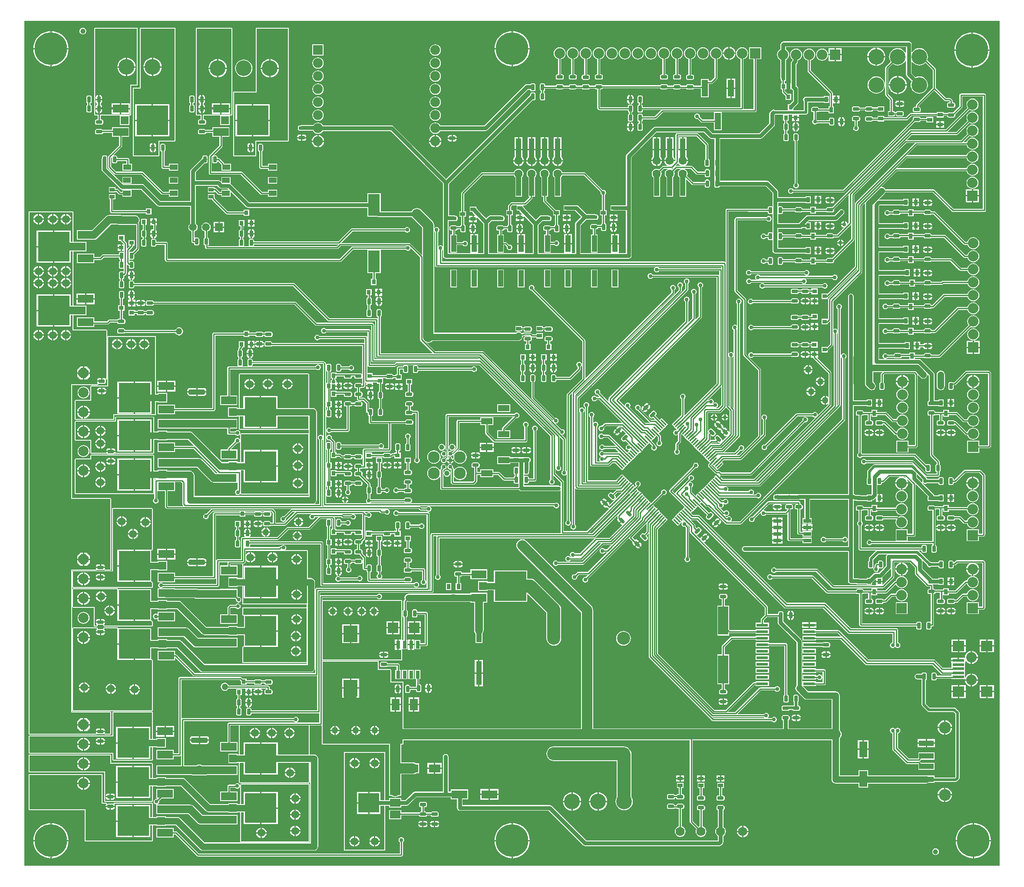
<source format=gtl>
G04*
G04 #@! TF.GenerationSoftware,Altium Limited,Altium Designer,19.0.10 (269)*
G04*
G04 Layer_Physical_Order=1*
G04 Layer_Color=255*
%FSLAX25Y25*%
%MOIN*%
G70*
G01*
G75*
%ADD10C,0.01000*%
%ADD21R,0.09053X0.01967*%
%ADD22R,0.09053X0.07873*%
%ADD23C,0.03937*%
%ADD24R,0.08000X0.08000*%
%ADD25R,0.03150X0.03543*%
%ADD26R,0.03543X0.03150*%
%ADD27R,0.03000X0.04000*%
%ADD28R,0.04000X0.03000*%
G04:AMPARAMS|DCode=29|XSize=39.37mil|YSize=125.98mil|CornerRadius=9.84mil|HoleSize=0mil|Usage=FLASHONLY|Rotation=270.000|XOffset=0mil|YOffset=0mil|HoleType=Round|Shape=RoundedRectangle|*
%AMROUNDEDRECTD29*
21,1,0.03937,0.10630,0,0,270.0*
21,1,0.01968,0.12598,0,0,270.0*
1,1,0.01968,-0.05315,-0.00984*
1,1,0.01968,-0.05315,0.00984*
1,1,0.01968,0.05315,0.00984*
1,1,0.01968,0.05315,-0.00984*
%
%ADD29ROUNDEDRECTD29*%
%ADD30R,0.06299X0.12008*%
G04:AMPARAMS|DCode=31|XSize=27.56mil|YSize=49.21mil|CornerRadius=6.89mil|HoleSize=0mil|Usage=FLASHONLY|Rotation=90.000|XOffset=0mil|YOffset=0mil|HoleType=Round|Shape=RoundedRectangle|*
%AMROUNDEDRECTD31*
21,1,0.02756,0.03543,0,0,90.0*
21,1,0.01378,0.04921,0,0,90.0*
1,1,0.01378,0.01772,0.00689*
1,1,0.01378,0.01772,-0.00689*
1,1,0.01378,-0.01772,-0.00689*
1,1,0.01378,-0.01772,0.00689*
%
%ADD31ROUNDEDRECTD31*%
G04:AMPARAMS|DCode=32|XSize=27.56mil|YSize=49.21mil|CornerRadius=6.89mil|HoleSize=0mil|Usage=FLASHONLY|Rotation=180.000|XOffset=0mil|YOffset=0mil|HoleType=Round|Shape=RoundedRectangle|*
%AMROUNDEDRECTD32*
21,1,0.02756,0.03543,0,0,180.0*
21,1,0.01378,0.04921,0,0,180.0*
1,1,0.01378,-0.00689,0.01772*
1,1,0.01378,0.00689,0.01772*
1,1,0.01378,0.00689,-0.01772*
1,1,0.01378,-0.00689,-0.01772*
%
%ADD32ROUNDEDRECTD32*%
G04:AMPARAMS|DCode=33|XSize=27.56mil|YSize=49.21mil|CornerRadius=6.89mil|HoleSize=0mil|Usage=FLASHONLY|Rotation=45.000|XOffset=0mil|YOffset=0mil|HoleType=Round|Shape=RoundedRectangle|*
%AMROUNDEDRECTD33*
21,1,0.02756,0.03543,0,0,45.0*
21,1,0.01378,0.04921,0,0,45.0*
1,1,0.01378,0.01740,-0.00766*
1,1,0.01378,0.00766,-0.01740*
1,1,0.01378,-0.01740,0.00766*
1,1,0.01378,-0.00766,0.01740*
%
%ADD33ROUNDEDRECTD33*%
G04:AMPARAMS|DCode=34|XSize=27.56mil|YSize=49.21mil|CornerRadius=6.89mil|HoleSize=0mil|Usage=FLASHONLY|Rotation=315.000|XOffset=0mil|YOffset=0mil|HoleType=Round|Shape=RoundedRectangle|*
%AMROUNDEDRECTD34*
21,1,0.02756,0.03543,0,0,315.0*
21,1,0.01378,0.04921,0,0,315.0*
1,1,0.01378,-0.00766,-0.01740*
1,1,0.01378,-0.01740,-0.00766*
1,1,0.01378,0.00766,0.01740*
1,1,0.01378,0.01740,0.00766*
%
%ADD34ROUNDEDRECTD34*%
%ADD35R,0.12008X0.06299*%
%ADD36R,0.10984X0.12598*%
%ADD37R,0.24410X0.22835*%
%ADD38R,0.11811X0.06299*%
%ADD39R,0.06000X0.06299*%
%ADD40R,0.11339X0.04409*%
G04:AMPARAMS|DCode=41|XSize=12mil|YSize=56mil|CornerRadius=0mil|HoleSize=0mil|Usage=FLASHONLY|Rotation=45.000|XOffset=0mil|YOffset=0mil|HoleType=Round|Shape=Rectangle|*
%AMROTATEDRECTD41*
4,1,4,0.01556,-0.02404,-0.02404,0.01556,-0.01556,0.02404,0.02404,-0.01556,0.01556,-0.02404,0.0*
%
%ADD41ROTATEDRECTD41*%

%ADD42R,0.09055X0.02362*%
%ADD43R,0.07874X0.21654*%
%ADD44R,0.03937X0.16929*%
%ADD45R,0.09055X0.06300*%
%ADD46R,0.06000X0.09000*%
%ADD47R,0.04331X0.18307*%
%ADD48R,0.04000X0.02854*%
%ADD49R,0.09055X0.16929*%
%ADD50R,0.08661X0.05000*%
%ADD51R,0.04724X0.12992*%
%ADD52R,0.03937X0.12598*%
G04:AMPARAMS|DCode=53|XSize=12mil|YSize=56mil|CornerRadius=0mil|HoleSize=0mil|Usage=FLASHONLY|Rotation=315.000|XOffset=0mil|YOffset=0mil|HoleType=Round|Shape=Rectangle|*
%AMROTATEDRECTD53*
4,1,4,-0.02404,-0.01556,0.01556,0.02404,0.02404,0.01556,-0.01556,-0.02404,-0.02404,-0.01556,0.0*
%
%ADD53ROTATEDRECTD53*%

%ADD54R,0.08000X0.06000*%
%ADD55R,0.16000X0.15000*%
%ADD56R,0.03030X0.05910*%
%ADD57C,0.03100*%
%ADD58R,0.05984X0.03937*%
%ADD59R,0.05910X0.03030*%
%ADD60R,0.06000X0.06300*%
%ADD61R,0.12000X0.06300*%
%ADD64C,0.08000*%
%ADD65C,0.06000*%
%ADD66R,0.08000X0.08000*%
%ADD67R,0.07480X0.07480*%
%ADD68C,0.07480*%
%ADD69C,0.06299*%
%ADD70C,0.10000*%
%ADD71C,0.12000*%
%ADD72C,0.09055*%
%ADD73C,0.07874*%
%ADD74P,0.08523X8X292.5*%
%ADD75C,0.05906*%
%ADD76R,0.05906X0.05906*%
%ADD77C,0.07000*%
%ADD78C,0.25000*%
%ADD79C,0.03900*%
%ADD80C,0.03000*%
%ADD81C,0.05000*%
%ADD82C,0.06000*%
%ADD83C,0.03000*%
%ADD84C,0.05000*%
%ADD85C,0.02000*%
%ADD86C,0.00600*%
%ADD87C,0.08000*%
%ADD88C,0.10000*%
G36*
X749383Y617D02*
X617D01*
Y649383D01*
X749383D01*
Y617D01*
D02*
G37*
%LPC*%
G36*
X45500Y644091D02*
X44829Y644002D01*
X44205Y643744D01*
X43668Y643332D01*
X43256Y642795D01*
X42998Y642170D01*
X42909Y641500D01*
X42998Y640830D01*
X43256Y640205D01*
X43668Y639668D01*
X44205Y639256D01*
X44829Y638998D01*
X45500Y638909D01*
X46170Y638998D01*
X46795Y639256D01*
X47332Y639668D01*
X47744Y640205D01*
X48002Y640830D01*
X48091Y641500D01*
X48002Y642170D01*
X47744Y642795D01*
X47332Y643332D01*
X46795Y643744D01*
X46170Y644002D01*
X45500Y644091D01*
D02*
G37*
G36*
X375500Y641502D02*
Y628500D01*
X388502D01*
X388375Y630118D01*
X387879Y632185D01*
X387066Y634148D01*
X385956Y635960D01*
X384576Y637575D01*
X382960Y638955D01*
X381148Y640066D01*
X379185Y640879D01*
X377118Y641375D01*
X375500Y641502D01*
D02*
G37*
G36*
X374500D02*
X372882Y641375D01*
X370815Y640879D01*
X368852Y640066D01*
X367040Y638955D01*
X365424Y637575D01*
X364044Y635960D01*
X362934Y634148D01*
X362121Y632185D01*
X361625Y630118D01*
X361498Y628500D01*
X374500D01*
Y641502D01*
D02*
G37*
G36*
X21500D02*
Y628500D01*
X34502D01*
X34375Y630118D01*
X33879Y632185D01*
X33066Y634148D01*
X31956Y635960D01*
X30575Y637575D01*
X28960Y638955D01*
X27148Y640066D01*
X25185Y640879D01*
X23118Y641375D01*
X21500Y641502D01*
D02*
G37*
G36*
X20500D02*
X18882Y641375D01*
X16815Y640879D01*
X14852Y640066D01*
X13040Y638955D01*
X11424Y637575D01*
X10045Y635960D01*
X8934Y634148D01*
X8121Y632185D01*
X7625Y630118D01*
X7498Y628500D01*
X20500D01*
Y641502D01*
D02*
G37*
G36*
X728500Y640502D02*
Y627500D01*
X741502D01*
X741375Y629118D01*
X740879Y631185D01*
X740066Y633148D01*
X738955Y634960D01*
X737575Y636576D01*
X735960Y637956D01*
X734148Y639066D01*
X732185Y639879D01*
X730118Y640375D01*
X728500Y640502D01*
D02*
G37*
G36*
X727500D02*
X725882Y640375D01*
X723815Y639879D01*
X721852Y639066D01*
X720040Y637956D01*
X718425Y636576D01*
X717044Y634960D01*
X715934Y633148D01*
X715121Y631185D01*
X714625Y629118D01*
X714498Y627500D01*
X727500D01*
Y640502D01*
D02*
G37*
G36*
X542000Y629477D02*
Y625000D01*
X546477D01*
X546371Y625805D01*
X545867Y627022D01*
X545066Y628066D01*
X544022Y628867D01*
X542805Y629371D01*
X542000Y629477D01*
D02*
G37*
G36*
X541000D02*
X540195Y629371D01*
X538978Y628867D01*
X537934Y628066D01*
X537133Y627022D01*
X536629Y625805D01*
X536523Y625000D01*
X541000D01*
Y629477D01*
D02*
G37*
G36*
X628000Y628500D02*
X623500D01*
Y624000D01*
X628000D01*
Y628500D01*
D02*
G37*
G36*
X622500D02*
X618000D01*
Y624000D01*
X622500D01*
Y628500D01*
D02*
G37*
G36*
X679435Y633641D02*
X583500D01*
X582681Y633478D01*
X581986Y633014D01*
X581486Y632514D01*
X581022Y631819D01*
X580859Y631000D01*
Y627592D01*
X580680Y627518D01*
X579719Y626781D01*
X578982Y625820D01*
X578518Y624701D01*
X578360Y623500D01*
X578518Y622299D01*
X578982Y621180D01*
X579719Y620219D01*
X580680Y619482D01*
X580859Y619408D01*
Y606000D01*
X581022Y605181D01*
X581257Y604829D01*
Y604228D01*
X581357Y603725D01*
X581642Y603299D01*
X581878Y603141D01*
Y601338D01*
X581088D01*
Y596595D01*
X582142D01*
Y594967D01*
X582142Y594967D01*
X582227Y594537D01*
X582470Y594174D01*
X584825Y591819D01*
Y588662D01*
X589175D01*
Y593405D01*
X586411D01*
X584385Y595431D01*
Y596595D01*
X585438D01*
Y601338D01*
X584122D01*
Y602949D01*
X584452Y603014D01*
X584878Y603299D01*
X585163Y603725D01*
X585263Y604228D01*
Y607772D01*
X585163Y608275D01*
X585141Y608307D01*
Y619408D01*
X585320Y619482D01*
X586281Y620219D01*
X587018Y621180D01*
X587482Y622299D01*
X587640Y623500D01*
X587482Y624701D01*
X587018Y625820D01*
X586281Y626781D01*
X585320Y627518D01*
X585141Y627592D01*
Y629359D01*
X677294D01*
Y623815D01*
X677127Y624365D01*
X676514Y625511D01*
X675690Y626516D01*
X674684Y627341D01*
X673538Y627954D01*
X672294Y628331D01*
X671000Y628459D01*
X669706Y628331D01*
X668462Y627954D01*
X667315Y627341D01*
X666311Y626516D01*
X665486Y625511D01*
X664873Y624365D01*
X664496Y623121D01*
X664368Y621827D01*
X664496Y620533D01*
X664873Y619289D01*
X665486Y618142D01*
X665553Y618060D01*
X661707Y614214D01*
X661464Y613850D01*
X661378Y613421D01*
X661378Y613421D01*
Y592700D01*
X661378Y592700D01*
X661464Y592271D01*
X661707Y591907D01*
X664878Y588735D01*
Y580100D01*
X663400D01*
Y575900D01*
X668600D01*
Y577075D01*
X669500D01*
X669514Y577005D01*
X669799Y576579D01*
X670225Y576294D01*
X670728Y576194D01*
X674272D01*
X674775Y576294D01*
X675201Y576579D01*
X675486Y577005D01*
X675586Y577508D01*
Y578886D01*
X675486Y579389D01*
X675201Y579815D01*
X674775Y580100D01*
X674272Y580200D01*
X670728D01*
X670225Y580100D01*
X669799Y579815D01*
X669514Y579389D01*
X669500Y579318D01*
X668600D01*
Y580100D01*
X667122D01*
Y589200D01*
X667122Y589200D01*
X667036Y589629D01*
X666793Y589993D01*
X666793Y589993D01*
X663622Y593165D01*
Y612957D01*
X667130Y616465D01*
X667315Y616313D01*
X668462Y615700D01*
X669706Y615322D01*
X671000Y615195D01*
X672294Y615322D01*
X673538Y615700D01*
X674684Y616313D01*
X675690Y617137D01*
X676514Y618142D01*
X677127Y619289D01*
X677294Y619839D01*
Y608273D01*
X677457Y607454D01*
X677921Y606759D01*
X681603Y603077D01*
X681408Y602711D01*
X681031Y601467D01*
X680903Y600173D01*
X681031Y598879D01*
X681408Y597635D01*
X682021Y596489D01*
X682845Y595484D01*
X683850Y594659D01*
X684997Y594046D01*
X686241Y593669D01*
X687535Y593541D01*
X688829Y593669D01*
X690073Y594046D01*
X691220Y594659D01*
X692225Y595484D01*
X693049Y596489D01*
X693662Y597635D01*
X694039Y598879D01*
X694167Y600173D01*
X694039Y601467D01*
X693662Y602711D01*
X693049Y603858D01*
X692225Y604863D01*
X691220Y605688D01*
X690073Y606300D01*
X688829Y606678D01*
X687535Y606805D01*
X686241Y606678D01*
X684997Y606300D01*
X684631Y606105D01*
X681576Y609160D01*
Y618974D01*
X682021Y618142D01*
X682845Y617137D01*
X683850Y616313D01*
X684997Y615700D01*
X686241Y615322D01*
X687535Y615195D01*
X688829Y615322D01*
X690073Y615700D01*
X691220Y616313D01*
X692225Y617137D01*
X692338Y617275D01*
X697878Y611735D01*
Y597965D01*
X685312Y585398D01*
X685069Y585034D01*
X684983Y584605D01*
X684983Y584605D01*
Y583243D01*
X683728D01*
X683225Y583143D01*
X682799Y582858D01*
X682514Y582432D01*
X682414Y581929D01*
Y580551D01*
X682514Y580048D01*
X682799Y579622D01*
X683225Y579337D01*
X683728Y579237D01*
X687272D01*
X687775Y579337D01*
X688201Y579622D01*
X688486Y580048D01*
X688586Y580551D01*
Y581929D01*
X688486Y582432D01*
X688201Y582858D01*
X687775Y583143D01*
X687272Y583243D01*
X687226D01*
Y584140D01*
X699000Y595914D01*
X706707Y588207D01*
X706707Y588207D01*
X707071Y587964D01*
X707500Y587878D01*
X707500Y587878D01*
X710535D01*
X710878Y587535D01*
Y586680D01*
X710228D01*
X709725Y586580D01*
X709299Y586295D01*
X709014Y585869D01*
X708914Y585366D01*
Y583988D01*
X709014Y583485D01*
X709299Y583059D01*
X709725Y582774D01*
X710228Y582674D01*
X713772D01*
X714275Y582774D01*
X714701Y583059D01*
X714986Y583485D01*
X715086Y583988D01*
Y585366D01*
X714986Y585869D01*
X714701Y586295D01*
X714275Y586580D01*
X713772Y586680D01*
X713122D01*
Y588000D01*
X713036Y588429D01*
X712793Y588793D01*
X712793Y588793D01*
X711793Y589793D01*
X711429Y590036D01*
X711000Y590122D01*
X711000Y590122D01*
X707965D01*
X700122Y597965D01*
Y612199D01*
X700122Y612199D01*
X700036Y612629D01*
X699793Y612992D01*
X693605Y619181D01*
X693662Y619289D01*
X694039Y620533D01*
X694167Y621827D01*
X694039Y623121D01*
X693662Y624365D01*
X693049Y625511D01*
X692225Y626516D01*
X691220Y627341D01*
X690073Y627954D01*
X688829Y628331D01*
X687535Y628459D01*
X686241Y628331D01*
X684997Y627954D01*
X683850Y627341D01*
X682845Y626516D01*
X682021Y625511D01*
X681576Y624679D01*
Y631500D01*
X681413Y632319D01*
X680949Y633014D01*
X680254Y633478D01*
X679435Y633641D01*
D02*
G37*
G36*
X230340Y631340D02*
X221660D01*
Y622660D01*
X230340D01*
Y631340D01*
D02*
G37*
G36*
X316000Y631378D02*
X314867Y631228D01*
X313811Y630791D01*
X312905Y630095D01*
X312209Y629189D01*
X311772Y628133D01*
X311622Y627000D01*
X311772Y625867D01*
X312209Y624811D01*
X312905Y623905D01*
X313811Y623209D01*
X314867Y622772D01*
X316000Y622622D01*
X317133Y622772D01*
X318189Y623209D01*
X319095Y623905D01*
X319791Y624811D01*
X320228Y625867D01*
X320378Y627000D01*
X320228Y628133D01*
X319791Y629189D01*
X319095Y630095D01*
X318189Y630791D01*
X317133Y631228D01*
X316000Y631378D01*
D02*
G37*
G36*
X654965Y628811D02*
Y622327D01*
X661450D01*
X661364Y623199D01*
X660963Y624518D01*
X660313Y625735D01*
X659439Y626800D01*
X658373Y627675D01*
X657157Y628325D01*
X655837Y628725D01*
X654965Y628811D01*
D02*
G37*
G36*
X653965Y628811D02*
X653093Y628725D01*
X651773Y628325D01*
X650557Y627675D01*
X649491Y626800D01*
X648617Y625735D01*
X647966Y624518D01*
X647566Y623199D01*
X647480Y622327D01*
X653965D01*
Y628811D01*
D02*
G37*
G36*
X521500Y629140D02*
X520299Y628982D01*
X519180Y628518D01*
X518219Y627781D01*
X517482Y626820D01*
X517018Y625701D01*
X516860Y624500D01*
X517018Y623299D01*
X517482Y622180D01*
X518219Y621219D01*
X519180Y620482D01*
X520299Y620018D01*
X521500Y619860D01*
X522701Y620018D01*
X523820Y620482D01*
X524781Y621219D01*
X525518Y622180D01*
X525982Y623299D01*
X526140Y624500D01*
X525982Y625701D01*
X525518Y626820D01*
X524781Y627781D01*
X523820Y628518D01*
X522701Y628982D01*
X521500Y629140D01*
D02*
G37*
G36*
X481500D02*
X480299Y628982D01*
X479180Y628518D01*
X478219Y627781D01*
X477482Y626820D01*
X477018Y625701D01*
X476860Y624500D01*
X477018Y623299D01*
X477482Y622180D01*
X478219Y621219D01*
X479180Y620482D01*
X480299Y620018D01*
X481500Y619860D01*
X482701Y620018D01*
X483820Y620482D01*
X484781Y621219D01*
X485518Y622180D01*
X485982Y623299D01*
X486140Y624500D01*
X485982Y625701D01*
X485518Y626820D01*
X484781Y627781D01*
X483820Y628518D01*
X482701Y628982D01*
X481500Y629140D01*
D02*
G37*
G36*
X451500D02*
X450299Y628982D01*
X449180Y628518D01*
X448219Y627781D01*
X447482Y626820D01*
X447018Y625701D01*
X446860Y624500D01*
X447018Y623299D01*
X447482Y622180D01*
X448219Y621219D01*
X449180Y620482D01*
X450299Y620018D01*
X451500Y619860D01*
X452701Y620018D01*
X453820Y620482D01*
X454781Y621219D01*
X455518Y622180D01*
X455982Y623299D01*
X456140Y624500D01*
X455982Y625701D01*
X455518Y626820D01*
X454781Y627781D01*
X453820Y628518D01*
X452701Y628982D01*
X451500Y629140D01*
D02*
G37*
G36*
X471500Y629140D02*
X470299Y628982D01*
X469180Y628518D01*
X468219Y627781D01*
X467482Y626820D01*
X467018Y625701D01*
X466860Y624500D01*
X467018Y623299D01*
X467482Y622180D01*
X468219Y621219D01*
X469180Y620482D01*
X470299Y620018D01*
X471500Y619860D01*
X472701Y620018D01*
X473820Y620482D01*
X474781Y621219D01*
X475518Y622180D01*
X475982Y623299D01*
X476140Y624500D01*
X475982Y625701D01*
X475518Y626820D01*
X474781Y627781D01*
X473820Y628518D01*
X472701Y628982D01*
X471500Y629140D01*
D02*
G37*
G36*
X461500D02*
X460299Y628982D01*
X459180Y628518D01*
X458219Y627781D01*
X457482Y626820D01*
X457018Y625701D01*
X456860Y624500D01*
X457018Y623299D01*
X457482Y622180D01*
X458219Y621219D01*
X459180Y620482D01*
X460299Y620018D01*
X461500Y619860D01*
X462701Y620018D01*
X463820Y620482D01*
X464781Y621219D01*
X465518Y622180D01*
X465982Y623299D01*
X466140Y624500D01*
X465982Y625701D01*
X465518Y626820D01*
X464781Y627781D01*
X463820Y628518D01*
X462701Y628982D01*
X461500Y629140D01*
D02*
G37*
G36*
X546477Y624000D02*
X542000D01*
Y619523D01*
X542805Y619629D01*
X544022Y620132D01*
X545066Y620934D01*
X545867Y621978D01*
X546371Y623195D01*
X546477Y624000D01*
D02*
G37*
G36*
X541000D02*
X536523D01*
X536629Y623195D01*
X537133Y621978D01*
X537934Y620934D01*
X538978Y620132D01*
X540195Y619629D01*
X541000Y619523D01*
Y624000D01*
D02*
G37*
G36*
X613000Y628140D02*
X611799Y627982D01*
X610680Y627518D01*
X609719Y626781D01*
X608982Y625820D01*
X608518Y624701D01*
X608360Y623500D01*
X608518Y622299D01*
X608982Y621180D01*
X609719Y620219D01*
X610680Y619482D01*
X611799Y619018D01*
X613000Y618860D01*
X614201Y619018D01*
X615320Y619482D01*
X616281Y620219D01*
X617018Y621180D01*
X617482Y622299D01*
X617640Y623500D01*
X617482Y624701D01*
X617018Y625820D01*
X616281Y626781D01*
X615320Y627518D01*
X614201Y627982D01*
X613000Y628140D01*
D02*
G37*
G36*
X628000Y623000D02*
X623500D01*
Y618500D01*
X628000D01*
Y623000D01*
D02*
G37*
G36*
X622500D02*
X618000D01*
Y618500D01*
X622500D01*
Y623000D01*
D02*
G37*
G36*
X661450Y621327D02*
X654965D01*
Y614842D01*
X655837Y614928D01*
X657157Y615328D01*
X658373Y615978D01*
X659439Y616853D01*
X660313Y617919D01*
X660963Y619135D01*
X661364Y620455D01*
X661450Y621327D01*
D02*
G37*
G36*
X653965D02*
X647480D01*
X647566Y620455D01*
X647966Y619135D01*
X648617Y617919D01*
X649491Y616853D01*
X650557Y615978D01*
X651773Y615328D01*
X653093Y614928D01*
X653965Y614842D01*
Y621327D01*
D02*
G37*
G36*
X388502Y627500D02*
X375500D01*
Y614498D01*
X377118Y614625D01*
X379185Y615121D01*
X381148Y615934D01*
X382960Y617044D01*
X384576Y618425D01*
X385956Y620040D01*
X387066Y621852D01*
X387879Y623815D01*
X388375Y625882D01*
X388502Y627500D01*
D02*
G37*
G36*
X374500D02*
X361498D01*
X361625Y625882D01*
X362121Y623815D01*
X362934Y621852D01*
X364044Y620040D01*
X365424Y618425D01*
X367040Y617044D01*
X368852Y615934D01*
X370815Y615121D01*
X372882Y614625D01*
X374500Y614498D01*
Y627500D01*
D02*
G37*
G36*
X34502D02*
X21500D01*
Y614498D01*
X23118Y614625D01*
X25185Y615121D01*
X27148Y615934D01*
X28960Y617044D01*
X30575Y618425D01*
X31956Y620040D01*
X33066Y621852D01*
X33879Y623815D01*
X34375Y625882D01*
X34502Y627500D01*
D02*
G37*
G36*
X20500D02*
X7498D01*
X7625Y625882D01*
X8121Y623815D01*
X8934Y621852D01*
X10045Y620040D01*
X11424Y618425D01*
X13040Y617044D01*
X14852Y615934D01*
X16815Y615121D01*
X18882Y614625D01*
X20500Y614498D01*
Y627500D01*
D02*
G37*
G36*
X741502Y626500D02*
X728500D01*
Y613498D01*
X730118Y613625D01*
X732185Y614121D01*
X734148Y614934D01*
X735960Y616045D01*
X737575Y617424D01*
X738955Y619040D01*
X740066Y620852D01*
X740879Y622815D01*
X741375Y624882D01*
X741502Y626500D01*
D02*
G37*
G36*
X727500D02*
X714498D01*
X714625Y624882D01*
X715121Y622815D01*
X715934Y620852D01*
X717044Y619040D01*
X718425Y617424D01*
X720040Y616045D01*
X721852Y614934D01*
X723815Y614121D01*
X725882Y613625D01*
X727500Y613498D01*
Y626500D01*
D02*
G37*
G36*
X316000Y621378D02*
X314867Y621228D01*
X313811Y620791D01*
X312905Y620095D01*
X312209Y619189D01*
X311772Y618133D01*
X311622Y617000D01*
X311772Y615867D01*
X312209Y614811D01*
X312905Y613905D01*
X313811Y613209D01*
X314867Y612772D01*
X316000Y612622D01*
X317133Y612772D01*
X318189Y613209D01*
X319095Y613905D01*
X319791Y614811D01*
X320228Y615867D01*
X320378Y617000D01*
X320228Y618133D01*
X319791Y619189D01*
X319095Y620095D01*
X318189Y620791D01*
X317133Y621228D01*
X316000Y621378D01*
D02*
G37*
G36*
X226000D02*
X224867Y621228D01*
X223811Y620791D01*
X222905Y620095D01*
X222209Y619189D01*
X221772Y618133D01*
X221622Y617000D01*
X221772Y615867D01*
X222209Y614811D01*
X222905Y613905D01*
X223811Y613209D01*
X224867Y612772D01*
X226000Y612622D01*
X227133Y612772D01*
X228189Y613209D01*
X229095Y613905D01*
X229791Y614811D01*
X230228Y615867D01*
X230378Y617000D01*
X230228Y618133D01*
X229791Y619189D01*
X229095Y620095D01*
X228189Y620791D01*
X227133Y621228D01*
X226000Y621378D01*
D02*
G37*
G36*
X169000Y619632D02*
X167706Y619504D01*
X166462Y619127D01*
X165315Y618514D01*
X164311Y617690D01*
X163486Y616684D01*
X162873Y615538D01*
X162496Y614294D01*
X162368Y613000D01*
X162496Y611706D01*
X162873Y610462D01*
X163486Y609315D01*
X164311Y608311D01*
X165315Y607486D01*
X166462Y606873D01*
X167706Y606496D01*
X169000Y606368D01*
X170294Y606496D01*
X171538Y606873D01*
X172685Y607486D01*
X173689Y608311D01*
X174514Y609315D01*
X175127Y610462D01*
X175505Y611706D01*
X175632Y613000D01*
X175505Y614294D01*
X175127Y615538D01*
X174514Y616684D01*
X173689Y617690D01*
X172685Y618514D01*
X171538Y619127D01*
X170294Y619504D01*
X169000Y619632D01*
D02*
G37*
G36*
X411500Y629140D02*
X410299Y628982D01*
X409180Y628518D01*
X408219Y627781D01*
X407482Y626820D01*
X407018Y625701D01*
X406860Y624500D01*
X407018Y623299D01*
X407482Y622180D01*
X408219Y621219D01*
X409180Y620482D01*
X410299Y620018D01*
X410378Y620008D01*
Y608310D01*
X409728D01*
X409225Y608210D01*
X408799Y607925D01*
X408514Y607499D01*
X408414Y606996D01*
Y605618D01*
X408514Y605115D01*
X408799Y604689D01*
X409225Y604404D01*
X409728Y604304D01*
X413272D01*
X413775Y604404D01*
X414201Y604689D01*
X414486Y605115D01*
X414586Y605618D01*
Y606996D01*
X414486Y607499D01*
X414201Y607925D01*
X413775Y608210D01*
X413272Y608310D01*
X412622D01*
Y620008D01*
X412701Y620018D01*
X413820Y620482D01*
X414781Y621219D01*
X415518Y622180D01*
X415982Y623299D01*
X416140Y624500D01*
X415982Y625701D01*
X415518Y626820D01*
X414781Y627781D01*
X413820Y628518D01*
X412701Y628982D01*
X411500Y629140D01*
D02*
G37*
G36*
X501500D02*
X500299Y628982D01*
X499180Y628518D01*
X498219Y627781D01*
X497482Y626820D01*
X497018Y625701D01*
X496860Y624500D01*
X497018Y623299D01*
X497482Y622180D01*
X498219Y621219D01*
X499180Y620482D01*
X500299Y620018D01*
X500339Y620013D01*
Y608306D01*
X499728D01*
X499225Y608206D01*
X498799Y607921D01*
X498514Y607495D01*
X498414Y606992D01*
Y605614D01*
X498514Y605111D01*
X498799Y604685D01*
X499225Y604400D01*
X499728Y604300D01*
X503272D01*
X503775Y604400D01*
X504201Y604685D01*
X504486Y605111D01*
X504586Y605614D01*
Y606992D01*
X504486Y607495D01*
X504201Y607921D01*
X503775Y608206D01*
X503272Y608306D01*
X502582D01*
Y620003D01*
X502701Y620018D01*
X503820Y620482D01*
X504781Y621219D01*
X505518Y622180D01*
X505982Y623299D01*
X506140Y624500D01*
X505982Y625701D01*
X505518Y626820D01*
X504781Y627781D01*
X503820Y628518D01*
X502701Y628982D01*
X501500Y629140D01*
D02*
G37*
G36*
X491500Y629140D02*
X490299Y628982D01*
X489180Y628518D01*
X488219Y627781D01*
X487482Y626820D01*
X487018Y625701D01*
X486860Y624500D01*
X487018Y623299D01*
X487482Y622180D01*
X488219Y621219D01*
X489180Y620482D01*
X490299Y620018D01*
X490378Y620008D01*
Y608306D01*
X489728D01*
X489225Y608206D01*
X488799Y607921D01*
X488514Y607495D01*
X488414Y606992D01*
Y605614D01*
X488514Y605111D01*
X488799Y604685D01*
X489225Y604400D01*
X489728Y604300D01*
X493272D01*
X493775Y604400D01*
X494201Y604685D01*
X494486Y605111D01*
X494586Y605614D01*
Y606992D01*
X494486Y607495D01*
X494201Y607921D01*
X493775Y608206D01*
X493272Y608306D01*
X492622D01*
Y620008D01*
X492701Y620018D01*
X493820Y620482D01*
X494781Y621219D01*
X495518Y622180D01*
X495982Y623299D01*
X496140Y624500D01*
X495982Y625701D01*
X495518Y626820D01*
X494781Y627781D01*
X493820Y628518D01*
X492701Y628982D01*
X491500Y629140D01*
D02*
G37*
G36*
X441500Y629140D02*
X440299Y628982D01*
X439180Y628518D01*
X438219Y627781D01*
X437482Y626820D01*
X437018Y625701D01*
X436860Y624500D01*
X437018Y623299D01*
X437482Y622180D01*
X438219Y621219D01*
X439180Y620482D01*
X440299Y620018D01*
X440378Y620008D01*
Y608306D01*
X439728D01*
X439225Y608206D01*
X438799Y607921D01*
X438514Y607495D01*
X438414Y606992D01*
Y605614D01*
X438514Y605111D01*
X438799Y604685D01*
X439225Y604400D01*
X439728Y604300D01*
X443272D01*
X443775Y604400D01*
X444201Y604685D01*
X444486Y605111D01*
X444586Y605614D01*
Y606992D01*
X444486Y607495D01*
X444201Y607921D01*
X443775Y608206D01*
X443272Y608306D01*
X442622D01*
Y620008D01*
X442701Y620018D01*
X443820Y620482D01*
X444781Y621219D01*
X445518Y622180D01*
X445982Y623299D01*
X446140Y624500D01*
X445982Y625701D01*
X445518Y626820D01*
X444781Y627781D01*
X443820Y628518D01*
X442701Y628982D01*
X441500Y629140D01*
D02*
G37*
G36*
X421500D02*
X420299Y628982D01*
X419180Y628518D01*
X418219Y627781D01*
X417482Y626820D01*
X417018Y625701D01*
X416860Y624500D01*
X417018Y623299D01*
X417482Y622180D01*
X418219Y621219D01*
X419180Y620482D01*
X420299Y620018D01*
X420339Y620013D01*
Y608306D01*
X419728D01*
X419225Y608206D01*
X418799Y607921D01*
X418514Y607495D01*
X418414Y606992D01*
Y605614D01*
X418514Y605111D01*
X418799Y604685D01*
X419225Y604400D01*
X419728Y604300D01*
X423272D01*
X423775Y604400D01*
X424201Y604685D01*
X424486Y605111D01*
X424586Y605614D01*
Y606992D01*
X424486Y607495D01*
X424201Y607921D01*
X423775Y608206D01*
X423272Y608306D01*
X422582D01*
Y620003D01*
X422701Y620018D01*
X423820Y620482D01*
X424781Y621219D01*
X425518Y622180D01*
X425982Y623299D01*
X426140Y624500D01*
X425982Y625701D01*
X425518Y626820D01*
X424781Y627781D01*
X423820Y628518D01*
X422701Y628982D01*
X421500Y629140D01*
D02*
G37*
G36*
X511500D02*
X510299Y628982D01*
X509180Y628518D01*
X508219Y627781D01*
X507482Y626820D01*
X507018Y625701D01*
X506860Y624500D01*
X507018Y623299D01*
X507482Y622180D01*
X508219Y621219D01*
X509180Y620482D01*
X510299Y620018D01*
X510339Y620013D01*
Y608180D01*
X509728D01*
X509225Y608080D01*
X508799Y607795D01*
X508514Y607369D01*
X508414Y606866D01*
Y605488D01*
X508514Y604985D01*
X508799Y604559D01*
X509225Y604274D01*
X509728Y604174D01*
X513272D01*
X513775Y604274D01*
X514201Y604559D01*
X514486Y604985D01*
X514586Y605488D01*
Y606866D01*
X514486Y607369D01*
X514201Y607795D01*
X513775Y608080D01*
X513272Y608180D01*
X512582D01*
Y620003D01*
X512701Y620018D01*
X513820Y620482D01*
X514781Y621219D01*
X515518Y622180D01*
X515982Y623299D01*
X516140Y624500D01*
X515982Y625701D01*
X515518Y626820D01*
X514781Y627781D01*
X513820Y628518D01*
X512701Y628982D01*
X511500Y629140D01*
D02*
G37*
G36*
X431500Y629140D02*
X430299Y628982D01*
X429180Y628518D01*
X428219Y627781D01*
X427482Y626820D01*
X427018Y625701D01*
X426860Y624500D01*
X427018Y623299D01*
X427482Y622180D01*
X428219Y621219D01*
X429180Y620482D01*
X430299Y620018D01*
X430339Y620013D01*
Y608145D01*
X429689D01*
X429186Y608045D01*
X428759Y607760D01*
X428475Y607333D01*
X428375Y606831D01*
Y605453D01*
X428475Y604950D01*
X428759Y604523D01*
X429186Y604238D01*
X429689Y604138D01*
X433232D01*
X433735Y604238D01*
X434161Y604523D01*
X434446Y604950D01*
X434546Y605453D01*
Y606831D01*
X434446Y607333D01*
X434161Y607760D01*
X433735Y608045D01*
X433232Y608145D01*
X432582D01*
Y620003D01*
X432701Y620018D01*
X433820Y620482D01*
X434781Y621219D01*
X435518Y622180D01*
X435982Y623299D01*
X436140Y624500D01*
X435982Y625701D01*
X435518Y626820D01*
X434781Y627781D01*
X433820Y628518D01*
X432701Y628982D01*
X431500Y629140D01*
D02*
G37*
G36*
X531500D02*
X530299Y628982D01*
X529180Y628518D01*
X528219Y627781D01*
X527482Y626820D01*
X527018Y625701D01*
X526860Y624500D01*
X527018Y623299D01*
X527482Y622180D01*
X528219Y621219D01*
X529180Y620482D01*
X530299Y620018D01*
X530378Y620008D01*
Y605965D01*
X527728Y603314D01*
X525962D01*
Y604793D01*
X520038D01*
Y599586D01*
X514546D01*
X514486Y599889D01*
X514201Y600315D01*
X513775Y600600D01*
X513272Y600700D01*
X509728D01*
X509225Y600600D01*
X508799Y600315D01*
X508514Y599889D01*
X508454Y599586D01*
X504571D01*
X504486Y600015D01*
X504201Y600441D01*
X503775Y600726D01*
X503272Y600826D01*
X499728D01*
X499225Y600726D01*
X498799Y600441D01*
X498514Y600015D01*
X498429Y599586D01*
X494571D01*
X494486Y600015D01*
X494201Y600441D01*
X493775Y600726D01*
X493272Y600826D01*
X489728D01*
X489225Y600726D01*
X488799Y600441D01*
X488514Y600015D01*
X488500Y599944D01*
X444500D01*
X444486Y600015D01*
X444201Y600441D01*
X443775Y600726D01*
X443272Y600826D01*
X439728D01*
X439225Y600726D01*
X438799Y600441D01*
X438514Y600015D01*
X438429Y599586D01*
X434499D01*
X434446Y599853D01*
X434161Y600280D01*
X433735Y600564D01*
X433232Y600664D01*
X429689D01*
X429186Y600564D01*
X428759Y600280D01*
X428475Y599853D01*
X428421Y599586D01*
X424571D01*
X424486Y600015D01*
X424201Y600441D01*
X423775Y600726D01*
X423272Y600826D01*
X419728D01*
X419225Y600726D01*
X418799Y600441D01*
X418514Y600015D01*
X418429Y599586D01*
X414572D01*
X414486Y600019D01*
X414201Y600445D01*
X413775Y600730D01*
X413272Y600830D01*
X409728D01*
X409225Y600730D01*
X408799Y600445D01*
X408514Y600019D01*
X408428Y599586D01*
X400342D01*
Y600232D01*
X400242Y600735D01*
X399957Y601161D01*
X399531Y601446D01*
X399028Y601546D01*
X397650D01*
X397147Y601446D01*
X396721Y601161D01*
X396436Y600735D01*
X396336Y600232D01*
Y596689D01*
X396436Y596186D01*
X396721Y595759D01*
X397147Y595475D01*
X397217Y595461D01*
Y594460D01*
X397147Y594446D01*
X396721Y594161D01*
X396436Y593735D01*
X396336Y593232D01*
Y589689D01*
X396436Y589186D01*
X396721Y588760D01*
X397147Y588475D01*
X397650Y588375D01*
X399028D01*
X399531Y588475D01*
X399957Y588760D01*
X400242Y589186D01*
X400342Y589689D01*
Y593232D01*
X400242Y593735D01*
X399957Y594161D01*
X399531Y594446D01*
X399460Y594460D01*
Y595461D01*
X399531Y595475D01*
X399957Y595759D01*
X400242Y596186D01*
X400342Y596689D01*
Y597343D01*
X408709D01*
X408799Y597208D01*
X409225Y596924D01*
X409728Y596824D01*
X413272D01*
X413775Y596924D01*
X414201Y597208D01*
X414291Y597343D01*
X418707D01*
X418799Y597205D01*
X419225Y596920D01*
X419728Y596820D01*
X423272D01*
X423775Y596920D01*
X424201Y597205D01*
X424293Y597343D01*
X428559D01*
X428759Y597043D01*
X429186Y596758D01*
X429689Y596658D01*
X433232D01*
X433735Y596758D01*
X434161Y597043D01*
X434362Y597343D01*
X438707D01*
X438799Y597205D01*
X439225Y596920D01*
X439728Y596820D01*
X440379D01*
Y582558D01*
X440379Y582558D01*
X440464Y582129D01*
X440707Y581765D01*
X441293Y581180D01*
X441293Y581180D01*
X441657Y580936D01*
X442086Y580851D01*
X463729D01*
Y580228D01*
X463829Y579725D01*
X464114Y579299D01*
X464540Y579014D01*
X464625Y578997D01*
Y577997D01*
X464568Y577986D01*
X464142Y577701D01*
X463857Y577275D01*
X463757Y576772D01*
Y573228D01*
X463857Y572725D01*
X464142Y572299D01*
X464568Y572014D01*
X465071Y571914D01*
X466449D01*
X466952Y572014D01*
X467378Y572299D01*
X467663Y572725D01*
X467763Y573228D01*
Y576772D01*
X467663Y577275D01*
X467378Y577701D01*
X466952Y577986D01*
X466868Y578003D01*
Y579003D01*
X466924Y579014D01*
X467351Y579299D01*
X467636Y579725D01*
X467736Y580228D01*
Y583772D01*
X467636Y584275D01*
X467351Y584701D01*
X466924Y584986D01*
X466421Y585086D01*
X465043D01*
X464540Y584986D01*
X464114Y584701D01*
X463829Y584275D01*
X463729Y583772D01*
Y583094D01*
X442622D01*
Y596820D01*
X443272D01*
X443775Y596920D01*
X444201Y597205D01*
X444486Y597631D01*
X444500Y597701D01*
X488500D01*
X488514Y597631D01*
X488799Y597205D01*
X489225Y596920D01*
X489728Y596820D01*
X493272D01*
X493775Y596920D01*
X494201Y597205D01*
X494293Y597343D01*
X498707D01*
X498799Y597205D01*
X499225Y596920D01*
X499728Y596820D01*
X503272D01*
X503775Y596920D01*
X504201Y597205D01*
X504293Y597343D01*
X508623D01*
X508799Y597079D01*
X509225Y596794D01*
X509728Y596694D01*
X513272D01*
X513775Y596794D01*
X514201Y597079D01*
X514377Y597343D01*
X520038D01*
Y590601D01*
X525962D01*
Y601071D01*
X528192D01*
X528192Y601071D01*
X528621Y601157D01*
X528985Y601400D01*
X532293Y604708D01*
X532293Y604708D01*
X532536Y605071D01*
X532622Y605501D01*
X532622Y605501D01*
Y620008D01*
X532701Y620018D01*
X533820Y620482D01*
X534781Y621219D01*
X535518Y622180D01*
X535982Y623299D01*
X536140Y624500D01*
X535982Y625701D01*
X535518Y626820D01*
X534781Y627781D01*
X533820Y628518D01*
X532701Y628982D01*
X531500Y629140D01*
D02*
G37*
G36*
X316000Y611378D02*
X314867Y611228D01*
X313811Y610791D01*
X312905Y610095D01*
X312209Y609189D01*
X311772Y608133D01*
X311622Y607000D01*
X311772Y605867D01*
X312209Y604811D01*
X312905Y603905D01*
X313811Y603209D01*
X314867Y602772D01*
X316000Y602622D01*
X317133Y602772D01*
X318189Y603209D01*
X319095Y603905D01*
X319791Y604811D01*
X320228Y605867D01*
X320378Y607000D01*
X320228Y608133D01*
X319791Y609189D01*
X319095Y610095D01*
X318189Y610791D01*
X317133Y611228D01*
X316000Y611378D01*
D02*
G37*
G36*
X226000D02*
X224867Y611228D01*
X223811Y610791D01*
X222905Y610095D01*
X222209Y609189D01*
X221772Y608133D01*
X221622Y607000D01*
X221772Y605867D01*
X222209Y604811D01*
X222905Y603905D01*
X223811Y603209D01*
X224867Y602772D01*
X226000Y602622D01*
X227133Y602772D01*
X228189Y603209D01*
X229095Y603905D01*
X229791Y604811D01*
X230228Y605867D01*
X230378Y607000D01*
X230228Y608133D01*
X229791Y609189D01*
X229095Y610095D01*
X228189Y610791D01*
X227133Y611228D01*
X226000Y611378D01*
D02*
G37*
G36*
X671500Y607158D02*
Y600673D01*
X677985D01*
X677899Y601545D01*
X677498Y602865D01*
X676848Y604081D01*
X675974Y605147D01*
X674908Y606022D01*
X673692Y606672D01*
X672372Y607072D01*
X671500Y607158D01*
D02*
G37*
G36*
X670500Y607158D02*
X669628Y607072D01*
X668308Y606672D01*
X667092Y606022D01*
X666026Y605147D01*
X665152Y604081D01*
X664501Y602865D01*
X664101Y601545D01*
X664015Y600673D01*
X670500D01*
Y607158D01*
D02*
G37*
G36*
X87000Y644149D02*
X55000Y644149D01*
X54541Y643959D01*
X54351Y643500D01*
X54351Y577500D01*
X54541Y577041D01*
X55000Y576851D01*
X56878D01*
Y573743D01*
X56228D01*
X55725Y573643D01*
X55299Y573358D01*
X55014Y572932D01*
X54914Y572429D01*
Y571051D01*
X55014Y570548D01*
X55299Y570122D01*
X55725Y569837D01*
X56228Y569737D01*
X59772D01*
X60275Y569837D01*
X60701Y570122D01*
X60986Y570548D01*
X61086Y571051D01*
Y572429D01*
X60986Y572932D01*
X60701Y573358D01*
X60275Y573643D01*
X59772Y573743D01*
X59122D01*
Y576851D01*
X82000Y576851D01*
X82459Y577041D01*
X82649Y577500D01*
X82649Y599851D01*
X87000Y599851D01*
X87459Y600041D01*
X87649Y600500D01*
X87649Y643500D01*
X87459Y643959D01*
X87000Y644149D01*
D02*
G37*
G36*
X546362Y605193D02*
X543500D01*
Y598197D01*
X546362D01*
Y605193D01*
D02*
G37*
G36*
X542500D02*
X539638D01*
Y598197D01*
X542500D01*
Y605193D01*
D02*
G37*
G36*
X116000Y644149D02*
X90000Y644149D01*
X89541Y643959D01*
X89350Y643500D01*
Y598149D01*
X84500Y598149D01*
X84041Y597959D01*
X83851Y597500D01*
X83851Y557500D01*
Y546000D01*
X84041Y545541D01*
X84500Y545351D01*
X103500Y545351D01*
X103959Y545541D01*
X104149Y546000D01*
X104149Y556851D01*
X116000D01*
X116459Y557041D01*
X116649Y557500D01*
X116649Y643500D01*
X116459Y643959D01*
X116000Y644149D01*
D02*
G37*
G36*
X391547Y601546D02*
X390170D01*
X389667Y601446D01*
X389240Y601161D01*
X388959Y600740D01*
X386099D01*
X385279Y600577D01*
X384585Y600113D01*
X353613Y569141D01*
X319811D01*
X319791Y569189D01*
X319095Y570095D01*
X318189Y570791D01*
X317133Y571228D01*
X316000Y571378D01*
X314867Y571228D01*
X313811Y570791D01*
X312905Y570095D01*
X312209Y569189D01*
X311772Y568133D01*
X311622Y567000D01*
X311772Y565867D01*
X312209Y564811D01*
X312905Y563905D01*
X313811Y563209D01*
X314867Y562772D01*
X316000Y562622D01*
X317133Y562772D01*
X318189Y563209D01*
X319095Y563905D01*
X319791Y564811D01*
X319811Y564859D01*
X326693D01*
X326725Y564837D01*
X327228Y564737D01*
X330772D01*
X331275Y564837D01*
X331307Y564859D01*
X354500D01*
X355319Y565022D01*
X356014Y565486D01*
X386986Y596458D01*
X388901D01*
X388955Y596186D01*
X389240Y595759D01*
X389667Y595475D01*
X390170Y595375D01*
X391547D01*
X392050Y595475D01*
X392477Y595759D01*
X392762Y596186D01*
X392862Y596689D01*
Y600232D01*
X392762Y600735D01*
X392477Y601161D01*
X392050Y601446D01*
X391547Y601546D01*
D02*
G37*
G36*
X654465Y606805D02*
X653171Y606678D01*
X651927Y606300D01*
X650780Y605688D01*
X649776Y604863D01*
X648951Y603858D01*
X648338Y602711D01*
X647961Y601467D01*
X647833Y600173D01*
X647961Y598879D01*
X648338Y597635D01*
X648951Y596489D01*
X649776Y595484D01*
X650780Y594659D01*
X651927Y594046D01*
X653171Y593669D01*
X654465Y593541D01*
X655759Y593669D01*
X657003Y594046D01*
X658149Y594659D01*
X659155Y595484D01*
X659979Y596489D01*
X660592Y597635D01*
X660969Y598879D01*
X661097Y600173D01*
X660969Y601467D01*
X660592Y602711D01*
X659979Y603858D01*
X659155Y604863D01*
X658149Y605688D01*
X657003Y606300D01*
X655759Y606678D01*
X654465Y606805D01*
D02*
G37*
G36*
X677985Y599673D02*
X671500D01*
Y593189D01*
X672372Y593274D01*
X673692Y593675D01*
X674908Y594325D01*
X675974Y595199D01*
X676848Y596265D01*
X677498Y597481D01*
X677899Y598801D01*
X677985Y599673D01*
D02*
G37*
G36*
X670500D02*
X664015D01*
X664101Y598801D01*
X664501Y597481D01*
X665152Y596265D01*
X666026Y595199D01*
X667092Y594325D01*
X668308Y593675D01*
X669628Y593274D01*
X670500Y593189D01*
Y599673D01*
D02*
G37*
G36*
X316000Y601378D02*
X314867Y601228D01*
X313811Y600791D01*
X312905Y600095D01*
X312209Y599189D01*
X311772Y598133D01*
X311622Y597000D01*
X311772Y595867D01*
X312209Y594811D01*
X312905Y593905D01*
X313811Y593209D01*
X314867Y592772D01*
X316000Y592622D01*
X317133Y592772D01*
X318189Y593209D01*
X319095Y593905D01*
X319791Y594811D01*
X320228Y595867D01*
X320378Y597000D01*
X320228Y598133D01*
X319791Y599189D01*
X319095Y600095D01*
X318189Y600791D01*
X317133Y601228D01*
X316000Y601378D01*
D02*
G37*
G36*
X226000D02*
X224867Y601228D01*
X223811Y600791D01*
X222905Y600095D01*
X222209Y599189D01*
X221772Y598133D01*
X221622Y597000D01*
X221772Y595867D01*
X222209Y594811D01*
X222905Y593905D01*
X223811Y593209D01*
X224867Y592772D01*
X226000Y592622D01*
X227133Y592772D01*
X228189Y593209D01*
X229095Y593905D01*
X229791Y594811D01*
X230228Y595867D01*
X230378Y597000D01*
X230228Y598133D01*
X229791Y599189D01*
X229095Y600095D01*
X228189Y600791D01*
X227133Y601228D01*
X226000Y601378D01*
D02*
G37*
G36*
X546362Y597197D02*
X543500D01*
Y590201D01*
X546362D01*
Y597197D01*
D02*
G37*
G36*
X542500D02*
X539638D01*
Y590201D01*
X542500D01*
Y597197D01*
D02*
G37*
G36*
X626210Y592000D02*
X624211D01*
Y589500D01*
X626210D01*
Y592000D01*
D02*
G37*
G36*
X623210D02*
X621210D01*
Y589500D01*
X623210D01*
Y592000D01*
D02*
G37*
G36*
X466449Y592494D02*
X466260D01*
Y589500D01*
X468171D01*
Y590772D01*
X468040Y591431D01*
X467666Y591989D01*
X467108Y592363D01*
X466449Y592494D01*
D02*
G37*
G36*
X465260D02*
X465071D01*
X464412Y592363D01*
X463853Y591989D01*
X463480Y591431D01*
X463349Y590772D01*
Y589500D01*
X465260D01*
Y592494D01*
D02*
G37*
G36*
X674272Y588088D02*
X673000D01*
Y586177D01*
X675994D01*
Y586366D01*
X675863Y587025D01*
X675489Y587584D01*
X674931Y587957D01*
X674272Y588088D01*
D02*
G37*
G36*
X672000D02*
X670728D01*
X670069Y587957D01*
X669511Y587584D01*
X669137Y587025D01*
X669006Y586366D01*
Y586177D01*
X672000D01*
Y588088D01*
D02*
G37*
G36*
X626210Y588500D02*
X624211D01*
Y586000D01*
X626210D01*
Y588500D01*
D02*
G37*
G36*
X623210D02*
X621210D01*
Y586000D01*
X623210D01*
Y588500D01*
D02*
G37*
G36*
X468171D02*
X466260D01*
Y585506D01*
X466449D01*
X467108Y585637D01*
X467666Y586011D01*
X468040Y586569D01*
X468171Y587228D01*
Y588500D01*
D02*
G37*
G36*
X465260D02*
X463349D01*
Y587228D01*
X463480Y586569D01*
X463853Y586011D01*
X464412Y585637D01*
X465071Y585506D01*
X465260D01*
Y588500D01*
D02*
G37*
G36*
X675994Y585177D02*
X673000D01*
Y583266D01*
X674272D01*
X674931Y583397D01*
X675489Y583771D01*
X675863Y584329D01*
X675994Y584988D01*
Y585177D01*
D02*
G37*
G36*
X672000D02*
X669006D01*
Y584988D01*
X669137Y584329D01*
X669511Y583771D01*
X670069Y583397D01*
X670728Y583266D01*
X672000D01*
Y585177D01*
D02*
G37*
G36*
X551500Y629140D02*
X550299Y628982D01*
X549180Y628518D01*
X548219Y627781D01*
X547482Y626820D01*
X547018Y625701D01*
X546860Y624500D01*
X547018Y623299D01*
X547482Y622180D01*
X548219Y621219D01*
X549180Y620482D01*
X550299Y620018D01*
X550378Y620008D01*
Y583222D01*
X475216D01*
Y583772D01*
X475116Y584275D01*
X474831Y584701D01*
X474594Y584859D01*
Y586123D01*
X474858Y586299D01*
X475143Y586725D01*
X475243Y587228D01*
Y589106D01*
X475287Y589170D01*
X475372Y589600D01*
X475287Y590029D01*
X475243Y590094D01*
Y590772D01*
X475143Y591275D01*
X474858Y591701D01*
X474432Y591986D01*
X473929Y592086D01*
X472551D01*
X472048Y591986D01*
X471622Y591701D01*
X471337Y591275D01*
X471237Y590772D01*
Y587228D01*
X471337Y586725D01*
X471622Y586299D01*
X472048Y586014D01*
X472351Y585954D01*
Y585051D01*
X472021Y584986D01*
X471594Y584701D01*
X471310Y584275D01*
X471209Y583772D01*
Y580228D01*
X471310Y579725D01*
X471594Y579299D01*
X472021Y579014D01*
X472524Y578914D01*
X473902D01*
X474405Y579014D01*
X474831Y579299D01*
X475116Y579725D01*
X475216Y580228D01*
Y580978D01*
X489392D01*
X484535Y576122D01*
X475243D01*
Y576772D01*
X475143Y577275D01*
X474858Y577701D01*
X474432Y577986D01*
X473929Y578086D01*
X472551D01*
X472048Y577986D01*
X471622Y577701D01*
X471337Y577275D01*
X471237Y576772D01*
Y573228D01*
X471337Y572725D01*
X471622Y572299D01*
X472048Y572014D01*
X472378Y571948D01*
Y571052D01*
X472048Y570986D01*
X471622Y570701D01*
X471337Y570275D01*
X471237Y569772D01*
Y566228D01*
X471337Y565725D01*
X471622Y565299D01*
X472048Y565014D01*
X472551Y564914D01*
X473929D01*
X474432Y565014D01*
X474858Y565299D01*
X475143Y565725D01*
X475243Y566228D01*
Y569772D01*
X475143Y570275D01*
X474858Y570701D01*
X474622Y570859D01*
Y572141D01*
X474858Y572299D01*
X475143Y572725D01*
X475243Y573228D01*
Y573878D01*
X485000D01*
X485000Y573878D01*
X485429Y573964D01*
X485793Y574207D01*
X490965Y579378D01*
X530038D01*
Y573622D01*
X521146D01*
X519049Y575718D01*
X519141Y576181D01*
X518978Y577001D01*
X518514Y577695D01*
X517819Y578159D01*
X517000Y578322D01*
X516181Y578159D01*
X515486Y577695D01*
X515022Y577001D01*
X514859Y576181D01*
X515022Y575362D01*
X515486Y574667D01*
X516181Y574203D01*
X517000Y574040D01*
X517463Y574132D01*
X519888Y571707D01*
X519888Y571707D01*
X520252Y571464D01*
X520681Y571378D01*
X520681Y571378D01*
X530038D01*
Y565404D01*
X535962D01*
Y579378D01*
X561500D01*
X561929Y579464D01*
X562293Y579707D01*
X562536Y580071D01*
X562622Y580500D01*
Y619900D01*
X566100D01*
Y629100D01*
X556900D01*
Y619900D01*
X560378D01*
Y581622D01*
X552503D01*
X552536Y581671D01*
X552622Y582100D01*
Y620008D01*
X552701Y620018D01*
X553820Y620482D01*
X554781Y621219D01*
X555518Y622180D01*
X555982Y623299D01*
X556140Y624500D01*
X555982Y625701D01*
X555518Y626820D01*
X554781Y627781D01*
X553820Y628518D01*
X552701Y628982D01*
X551500Y629140D01*
D02*
G37*
G36*
X660600Y583850D02*
X655400D01*
Y582996D01*
X651901D01*
X651701Y583295D01*
X651275Y583580D01*
X650772Y583680D01*
X647228D01*
X646725Y583580D01*
X646299Y583295D01*
X646014Y582869D01*
X646006Y582830D01*
X642006D01*
X641986Y582932D01*
X641701Y583358D01*
X641275Y583643D01*
X640772Y583743D01*
X637228D01*
X636725Y583643D01*
X636299Y583358D01*
X636014Y582932D01*
X635914Y582429D01*
Y581051D01*
X636014Y580548D01*
X636299Y580122D01*
X636725Y579837D01*
X637228Y579737D01*
X640772D01*
X641275Y579837D01*
X641701Y580122D01*
X641986Y580548D01*
X641994Y580587D01*
X645994D01*
X646014Y580485D01*
X646299Y580059D01*
X646725Y579774D01*
X647228Y579674D01*
X650772D01*
X651275Y579774D01*
X651701Y580059D01*
X651986Y580485D01*
X652039Y580753D01*
X655400D01*
Y579650D01*
X660600D01*
Y583850D01*
D02*
G37*
G36*
X316000Y591378D02*
X314867Y591228D01*
X313811Y590791D01*
X312905Y590095D01*
X312209Y589189D01*
X311772Y588133D01*
X311622Y587000D01*
X311772Y585867D01*
X312209Y584811D01*
X312905Y583905D01*
X313811Y583209D01*
X314867Y582772D01*
X316000Y582622D01*
X317133Y582772D01*
X318189Y583209D01*
X319095Y583905D01*
X319791Y584811D01*
X320228Y585867D01*
X320378Y587000D01*
X320228Y588133D01*
X319791Y589189D01*
X319095Y590095D01*
X318189Y590791D01*
X317133Y591228D01*
X316000Y591378D01*
D02*
G37*
G36*
X226000D02*
X224867Y591228D01*
X223811Y590791D01*
X222905Y590095D01*
X222209Y589189D01*
X221772Y588133D01*
X221622Y587000D01*
X221772Y585867D01*
X222209Y584811D01*
X222905Y583905D01*
X223811Y583209D01*
X224867Y582772D01*
X226000Y582622D01*
X227133Y582772D01*
X228189Y583209D01*
X229095Y583905D01*
X229791Y584811D01*
X230228Y585867D01*
X230378Y587000D01*
X230228Y588133D01*
X229791Y589189D01*
X229095Y590095D01*
X228189Y590791D01*
X227133Y591228D01*
X226000Y591378D01*
D02*
G37*
G36*
X603000Y628140D02*
X601799Y627982D01*
X600680Y627518D01*
X599719Y626781D01*
X598982Y625820D01*
X598518Y624701D01*
X598360Y623500D01*
X598518Y622299D01*
X598982Y621180D01*
X599719Y620219D01*
X600680Y619482D01*
X601799Y619018D01*
X601878Y619008D01*
Y610900D01*
X601878Y610900D01*
X601964Y610471D01*
X602207Y610107D01*
X618839Y593475D01*
Y583600D01*
X617861D01*
Y582122D01*
X610552D01*
X610486Y582452D01*
X610201Y582878D01*
X609775Y583163D01*
X609272Y583263D01*
X605728D01*
X605225Y583163D01*
X604799Y582878D01*
X604514Y582452D01*
X604414Y581949D01*
Y580571D01*
X604514Y580068D01*
X604799Y579642D01*
X605225Y579357D01*
X605728Y579257D01*
X606378D01*
Y573776D01*
X605986Y573514D01*
X605522Y572819D01*
X605359Y572000D01*
X605522Y571181D01*
X605986Y570486D01*
X606681Y570022D01*
X607500Y569859D01*
X608319Y570022D01*
X609014Y570486D01*
X609276Y570878D01*
X618257D01*
Y570228D01*
X618357Y569725D01*
X618642Y569299D01*
X619068Y569014D01*
X619571Y568914D01*
X620949D01*
X621452Y569014D01*
X621878Y569299D01*
X622163Y569725D01*
X622263Y570228D01*
Y573772D01*
X622163Y574275D01*
X621878Y574701D01*
X621452Y574986D01*
X620949Y575086D01*
X619571D01*
X619068Y574986D01*
X618642Y574701D01*
X618357Y574275D01*
X618257Y573772D01*
Y573122D01*
X609276D01*
X609014Y573514D01*
X608622Y573776D01*
Y579257D01*
X609272D01*
X609775Y579357D01*
X610201Y579642D01*
X610359Y579878D01*
X617861D01*
Y578400D01*
X622060D01*
Y583600D01*
X621082D01*
Y593939D01*
X621082Y593939D01*
X620997Y594369D01*
X620753Y594733D01*
X620753Y594733D01*
X604122Y611365D01*
Y619008D01*
X604201Y619018D01*
X605320Y619482D01*
X606281Y620219D01*
X607018Y621180D01*
X607482Y622299D01*
X607640Y623500D01*
X607482Y624701D01*
X607018Y625820D01*
X606281Y626781D01*
X605320Y627518D01*
X604201Y627982D01*
X603000Y628140D01*
D02*
G37*
G36*
X593000D02*
X591799Y627982D01*
X590680Y627518D01*
X589719Y626781D01*
X588982Y625820D01*
X588518Y624701D01*
X588360Y623500D01*
X588518Y622299D01*
X588982Y621180D01*
X589719Y620219D01*
X590087Y619937D01*
Y619137D01*
X589464Y618514D01*
X589000Y617819D01*
X588837Y617000D01*
Y608273D01*
X588737Y607772D01*
Y604228D01*
X588837Y603725D01*
X588859Y603693D01*
Y601338D01*
X588562D01*
Y596595D01*
X589884D01*
X590398Y596080D01*
Y587926D01*
X587948Y585476D01*
X586628D01*
Y580800D01*
X577007D01*
X576488Y581147D01*
X575669Y581310D01*
X574849Y581147D01*
X574155Y580683D01*
X572986Y579514D01*
X572522Y578819D01*
X572359Y578000D01*
Y570887D01*
X564613Y563141D01*
X528942D01*
X524569Y567514D01*
X523875Y567978D01*
X523055Y568141D01*
X485000D01*
X484181Y567978D01*
X483486Y567514D01*
X462986Y547014D01*
X462522Y546319D01*
X462359Y545500D01*
Y507891D01*
X453000D01*
X452793Y507850D01*
X450400D01*
Y503650D01*
X452793D01*
X453000Y503609D01*
X462359D01*
Y471141D01*
X456843D01*
Y477886D01*
X453874D01*
X450906D01*
Y471141D01*
X427555D01*
Y492527D01*
X431887Y496859D01*
X435693D01*
X435725Y496837D01*
X436228Y496737D01*
X439772D01*
X440275Y496837D01*
X440701Y497122D01*
X440986Y497548D01*
X441086Y498051D01*
Y499429D01*
X440986Y499932D01*
X440701Y500358D01*
X440275Y500643D01*
X439772Y500743D01*
X439108D01*
X438756Y500978D01*
X437937Y501141D01*
X431887D01*
X425764Y507264D01*
X425069Y507728D01*
X424250Y507891D01*
X417000D01*
X416793Y507850D01*
X414400D01*
Y503650D01*
X416793D01*
X417000Y503609D01*
X423363D01*
X427972Y499000D01*
X423900Y494928D01*
X423436Y494234D01*
X423273Y493414D01*
Y471141D01*
X420843D01*
Y477886D01*
X417874D01*
X414906D01*
Y471141D01*
X395126D01*
Y492598D01*
X398387Y495859D01*
X399693D01*
X399725Y495837D01*
X400228Y495737D01*
X403772D01*
X404275Y495837D01*
X404701Y496122D01*
X404986Y496548D01*
X405086Y497051D01*
Y498429D01*
X404986Y498932D01*
X404701Y499358D01*
X404275Y499643D01*
X403772Y499743D01*
X403108D01*
X402756Y499978D01*
X401937Y500141D01*
X397500D01*
X396681Y499978D01*
X395986Y499514D01*
X393125Y496653D01*
X384545Y505233D01*
X384478Y505569D01*
X384014Y506264D01*
X383600Y506678D01*
Y507850D01*
X381707D01*
X381564Y507878D01*
X385000D01*
X385000Y507878D01*
X385429Y507964D01*
X385793Y508207D01*
X390288Y512702D01*
X390288Y512702D01*
X390531Y513066D01*
X390617Y513495D01*
Y514353D01*
X392568D01*
Y529245D01*
X392674Y529326D01*
X393275Y530109D01*
X393653Y531021D01*
X393782Y532000D01*
X393653Y532979D01*
X393275Y533891D01*
X392674Y534674D01*
X391891Y535275D01*
X390979Y535653D01*
X390000Y535782D01*
X389021Y535653D01*
X388109Y535275D01*
X387326Y534674D01*
X386725Y533891D01*
X386347Y532979D01*
X386218Y532000D01*
X386347Y531021D01*
X386725Y530109D01*
X387326Y529326D01*
X387432Y529245D01*
Y514353D01*
X388374D01*
Y513960D01*
X384535Y510122D01*
X374600D01*
X374600Y510122D01*
X374171Y510036D01*
X373807Y509793D01*
X373807Y509793D01*
X372207Y508193D01*
X371964Y507829D01*
X371878Y507400D01*
X371879Y507400D01*
Y504100D01*
X370400D01*
Y499900D01*
X371879D01*
Y492859D01*
X371642Y492701D01*
X371357Y492275D01*
X371257Y491772D01*
Y491722D01*
X368806D01*
X368701Y491878D01*
X368275Y492163D01*
X367772Y492263D01*
X364228D01*
X363725Y492163D01*
X363299Y491878D01*
X363014Y491452D01*
X362914Y490949D01*
Y489571D01*
X363014Y489068D01*
X363299Y488642D01*
X363725Y488357D01*
X364228Y488257D01*
X365004D01*
Y485285D01*
X363558D01*
Y471487D01*
X368694D01*
Y477264D01*
X369650D01*
X370951Y475963D01*
X370859Y475500D01*
X371022Y474681D01*
X371486Y473986D01*
X372181Y473522D01*
X373000Y473359D01*
X373819Y473522D01*
X374514Y473986D01*
X374978Y474681D01*
X375141Y475500D01*
X374978Y476319D01*
X374514Y477014D01*
X373819Y477478D01*
X373000Y477641D01*
X372537Y477549D01*
X370907Y479179D01*
X370543Y479422D01*
X370114Y479507D01*
X370114Y479507D01*
X368694D01*
Y485285D01*
X367248D01*
Y488257D01*
X367772D01*
X368275Y488357D01*
X368701Y488642D01*
X368986Y489068D01*
X369068Y489478D01*
X371257D01*
Y488228D01*
X371357Y487725D01*
X371642Y487299D01*
X372068Y487014D01*
X372571Y486914D01*
X373949D01*
X374452Y487014D01*
X374878Y487299D01*
X375163Y487725D01*
X375263Y488228D01*
Y491772D01*
X375163Y492275D01*
X374878Y492701D01*
X374452Y492986D01*
X374121Y493051D01*
Y499900D01*
X375600D01*
Y504100D01*
X374121D01*
Y506935D01*
X375065Y507878D01*
X380936D01*
X380793Y507850D01*
X378400D01*
Y503650D01*
X380478D01*
X380522Y503431D01*
X380986Y502736D01*
X382972Y500750D01*
X381500D01*
Y498750D01*
X384000D01*
Y499722D01*
X390844Y492878D01*
Y471141D01*
X384842D01*
Y477886D01*
X381874D01*
X378906D01*
Y471141D01*
X357141D01*
Y493863D01*
X359137Y495859D01*
X363693D01*
X363725Y495837D01*
X364228Y495737D01*
X367772D01*
X368275Y495837D01*
X368701Y496122D01*
X368986Y496548D01*
X369086Y497051D01*
Y498429D01*
X368986Y498932D01*
X368701Y499358D01*
X368275Y499643D01*
X367772Y499743D01*
X367108D01*
X366756Y499978D01*
X365937Y500141D01*
X358250D01*
X357431Y499978D01*
X356736Y499514D01*
X355000Y497778D01*
X348545Y504233D01*
X348478Y504569D01*
X348014Y505264D01*
X347600Y505678D01*
Y506850D01*
X345707D01*
X345500Y506891D01*
X345000D01*
X344793Y506850D01*
X342400D01*
Y502650D01*
X344478D01*
X344522Y502431D01*
X344986Y501736D01*
X346972Y499750D01*
X345500D01*
Y497750D01*
X348000D01*
Y498722D01*
X352859Y493863D01*
Y471141D01*
X348843D01*
Y477886D01*
X345874D01*
X342905D01*
Y471141D01*
X326141D01*
Y495859D01*
X327693D01*
X327725Y495837D01*
X328228Y495737D01*
X331772D01*
X332275Y495837D01*
X332701Y496122D01*
X332986Y496548D01*
X333086Y497051D01*
Y498429D01*
X332986Y498932D01*
X332701Y499358D01*
X332275Y499643D01*
X331772Y499743D01*
X331108D01*
X330756Y499978D01*
X329937Y500141D01*
X326478D01*
X326478Y524311D01*
X390541Y588375D01*
X391547D01*
X392050Y588475D01*
X392477Y588760D01*
X392762Y589186D01*
X392862Y589689D01*
Y593232D01*
X392762Y593735D01*
X392477Y594161D01*
X392050Y594446D01*
X391547Y594546D01*
X390170D01*
X389667Y594446D01*
X389240Y594161D01*
X388955Y593735D01*
X388855Y593232D01*
Y592682D01*
X388275Y592101D01*
X388085Y591974D01*
X324336Y528226D01*
X284049Y568514D01*
X283354Y568978D01*
X282535Y569141D01*
X229811D01*
X229791Y569189D01*
X229095Y570095D01*
X228189Y570791D01*
X227133Y571228D01*
X226000Y571378D01*
X224867Y571228D01*
X223811Y570791D01*
X222905Y570095D01*
X222366Y569393D01*
X213622D01*
X212803Y569230D01*
X212728Y569180D01*
X211728D01*
X211225Y569080D01*
X210799Y568795D01*
X210514Y568369D01*
X210414Y567866D01*
Y566488D01*
X210514Y565985D01*
X210799Y565559D01*
X211225Y565274D01*
X211728Y565174D01*
X213305D01*
X213622Y565111D01*
X222085D01*
X222209Y564811D01*
X222905Y563905D01*
X223811Y563209D01*
X224867Y562772D01*
X226000Y562622D01*
X227133Y562772D01*
X228189Y563209D01*
X229095Y563905D01*
X229791Y564811D01*
X229811Y564859D01*
X281648D01*
X321859Y524648D01*
Y476073D01*
X321564Y476514D01*
X320869Y476978D01*
X320050Y477141D01*
X319231Y476978D01*
X318536Y476514D01*
X318122Y475894D01*
Y487224D01*
X318514Y487486D01*
X318978Y488181D01*
X319141Y489000D01*
X318978Y489819D01*
X318514Y490514D01*
X317819Y490978D01*
X317000Y491141D01*
X316181Y490978D01*
X315486Y490514D01*
X315140Y489996D01*
Y492535D01*
X315140Y492535D01*
X314982Y493736D01*
X314518Y494855D01*
X314347Y495079D01*
X313781Y495816D01*
X313781Y495816D01*
X305281Y504316D01*
X304320Y505054D01*
X303201Y505517D01*
X302000Y505675D01*
X300799Y505517D01*
X299680Y505054D01*
X298719Y504316D01*
X297982Y503355D01*
X297908Y503177D01*
X274128D01*
Y517065D01*
X263872D01*
Y510141D01*
X173231D01*
X158980Y524392D01*
X158986D01*
Y529529D01*
X151802D01*
Y525650D01*
X150938Y526514D01*
X150243Y526978D01*
X149424Y527141D01*
X132141D01*
Y533113D01*
X138942Y539914D01*
X139949D01*
X140452Y540014D01*
X140878Y540299D01*
X141163Y540725D01*
X141263Y541228D01*
Y544772D01*
X141163Y545275D01*
X140878Y545701D01*
X140452Y545986D01*
X139949Y546086D01*
X138571D01*
X138068Y545986D01*
X137642Y545701D01*
X137357Y545275D01*
X137257Y544772D01*
Y544222D01*
X136676Y543641D01*
X136486Y543514D01*
X128486Y535514D01*
X128022Y534819D01*
X127859Y534000D01*
Y525000D01*
Y511141D01*
X104887D01*
X92514Y523514D01*
X91819Y523978D01*
X91000Y524141D01*
X76387D01*
X76136Y524392D01*
X82986D01*
Y529529D01*
X75802D01*
Y524726D01*
X64141Y536387D01*
Y540693D01*
X64163Y540725D01*
X64263Y541228D01*
Y544772D01*
X64163Y545275D01*
X63878Y545701D01*
X63452Y545986D01*
X62949Y546086D01*
X61571D01*
X61068Y545986D01*
X60642Y545701D01*
X60357Y545275D01*
X60257Y544772D01*
Y544171D01*
X60022Y543819D01*
X59859Y543000D01*
Y535500D01*
X60022Y534681D01*
X60486Y533986D01*
X73986Y520486D01*
X74681Y520022D01*
X75500Y519859D01*
X90113D01*
X102486Y507486D01*
X103181Y507022D01*
X104000Y506859D01*
X127859D01*
Y493835D01*
X127466Y493534D01*
X126897Y492792D01*
X126539Y491927D01*
X126417Y491000D01*
X126539Y490072D01*
X126897Y489208D01*
X127466Y488466D01*
X128208Y487897D01*
X128878Y487619D01*
Y480000D01*
X128964Y479571D01*
X129207Y479207D01*
X129571Y478964D01*
X130000Y478878D01*
X130757D01*
Y478228D01*
X130857Y477725D01*
X131142Y477299D01*
X131568Y477014D01*
X132071Y476914D01*
X133449D01*
X133952Y477014D01*
X134378Y477299D01*
X134663Y477725D01*
X134763Y478228D01*
Y481772D01*
X134663Y482275D01*
X134378Y482701D01*
X133952Y482986D01*
X133449Y483086D01*
X132071D01*
X131568Y482986D01*
X131142Y482701D01*
X131122Y482671D01*
Y487619D01*
X131792Y487897D01*
X132534Y488466D01*
X133103Y489208D01*
X133461Y490072D01*
X133583Y491000D01*
X133461Y491927D01*
X133103Y492792D01*
X132534Y493534D01*
X132141Y493835D01*
Y522859D01*
X148537D01*
X150018Y521378D01*
X150712Y520914D01*
X151532Y520751D01*
X156565D01*
X157728Y519588D01*
X151802D01*
Y518122D01*
X150465D01*
X147793Y520793D01*
X147429Y521036D01*
X147000Y521122D01*
X147000Y521122D01*
X146600D01*
Y521744D01*
X141400D01*
Y517689D01*
X146600D01*
Y518814D01*
X149207Y516207D01*
X149571Y515964D01*
X150000Y515878D01*
X150000Y515878D01*
X151802D01*
Y514451D01*
X158986D01*
Y518330D01*
X170830Y506486D01*
X171525Y506022D01*
X172344Y505859D01*
X263872D01*
Y498935D01*
X271821D01*
X272028Y498894D01*
X297908D01*
X297982Y498716D01*
X298719Y497755D01*
X305860Y490614D01*
Y469544D01*
X296911Y478493D01*
X296548Y478736D01*
X296118Y478822D01*
X296118Y478822D01*
X243408D01*
X252465Y487878D01*
X292724D01*
X292986Y487486D01*
X293681Y487022D01*
X294500Y486859D01*
X295319Y487022D01*
X296014Y487486D01*
X296478Y488181D01*
X296641Y489000D01*
X296478Y489819D01*
X296014Y490514D01*
X295319Y490978D01*
X294500Y491141D01*
X293681Y490978D01*
X292986Y490514D01*
X292724Y490122D01*
X252000D01*
X252000Y490122D01*
X251571Y490036D01*
X251207Y489793D01*
X251207Y489793D01*
X241535Y480122D01*
X176743D01*
Y480772D01*
X176643Y481275D01*
X176358Y481701D01*
X175932Y481986D01*
X175429Y482086D01*
X174051D01*
X173548Y481986D01*
X173122Y481701D01*
X172837Y481275D01*
X172737Y480772D01*
Y477228D01*
X172837Y476725D01*
X172947Y476561D01*
X169053D01*
X169163Y476725D01*
X169263Y477228D01*
Y480772D01*
X169163Y481275D01*
X168878Y481701D01*
X168452Y481986D01*
X168424Y481991D01*
Y483009D01*
X168452Y483014D01*
X168878Y483299D01*
X169163Y483725D01*
X169263Y484228D01*
Y487772D01*
X169163Y488275D01*
X168878Y488701D01*
X168728Y488801D01*
Y491662D01*
X169438D01*
Y496405D01*
X165088D01*
Y491662D01*
X166485D01*
Y489069D01*
X166068Y488986D01*
X165642Y488701D01*
X165357Y488275D01*
X165257Y487772D01*
Y484228D01*
X165357Y483725D01*
X165642Y483299D01*
X166068Y483014D01*
X166181Y482992D01*
Y482008D01*
X166068Y481986D01*
X165642Y481701D01*
X165357Y481275D01*
X165257Y480772D01*
Y477228D01*
X165357Y476725D01*
X165467Y476561D01*
X141559D01*
Y477099D01*
X141858Y477299D01*
X142143Y477725D01*
X142243Y478228D01*
Y481772D01*
X142143Y482275D01*
X141858Y482701D01*
X141432Y482986D01*
X141242Y483024D01*
Y487669D01*
X141792Y487897D01*
X142534Y488466D01*
X143103Y489208D01*
X143461Y490072D01*
X143583Y491000D01*
X143461Y491927D01*
X143103Y492792D01*
X142534Y493534D01*
X141792Y494103D01*
X140927Y494461D01*
X140000Y494583D01*
X139073Y494461D01*
X138208Y494103D01*
X137466Y493534D01*
X136897Y492792D01*
X136539Y491927D01*
X136417Y491000D01*
X136539Y490072D01*
X136897Y489208D01*
X137466Y488466D01*
X138208Y487897D01*
X138998Y487569D01*
Y482953D01*
X138622Y482701D01*
X138337Y482275D01*
X138237Y481772D01*
Y478228D01*
X138337Y477725D01*
X138622Y477299D01*
X139048Y477014D01*
X139315Y476961D01*
Y475439D01*
X139401Y475010D01*
X139644Y474646D01*
X140008Y474403D01*
X140437Y474318D01*
X240702D01*
X240702Y474318D01*
X241131Y474403D01*
X241495Y474646D01*
X243427Y476578D01*
X293582D01*
X293486Y476514D01*
X293224Y476122D01*
X252500D01*
X252500Y476122D01*
X252071Y476036D01*
X251707Y475793D01*
X251707Y475793D01*
X242535Y466622D01*
X110622D01*
Y478584D01*
X110536Y479013D01*
X110293Y479377D01*
X109929Y479620D01*
X109500Y479706D01*
X101743D01*
Y480772D01*
X101643Y481275D01*
X101358Y481701D01*
X100932Y481986D01*
X100429Y482086D01*
X99051D01*
X98548Y481986D01*
X98122Y481701D01*
X97837Y481275D01*
X97737Y480772D01*
Y477228D01*
X97837Y476725D01*
X98122Y476299D01*
X98548Y476014D01*
X99051Y475914D01*
X100429D01*
X100932Y476014D01*
X101358Y476299D01*
X101643Y476725D01*
X101743Y477228D01*
Y477463D01*
X108378D01*
Y466086D01*
X108378Y466086D01*
X108464Y465657D01*
X108707Y465293D01*
X109293Y464707D01*
X109293Y464707D01*
X109657Y464464D01*
X110086Y464378D01*
X243000D01*
X243000Y464378D01*
X243429Y464464D01*
X243793Y464707D01*
X252965Y473878D01*
X293224D01*
X293486Y473486D01*
X294181Y473022D01*
X295000Y472859D01*
X295819Y473022D01*
X296514Y473486D01*
X296978Y474181D01*
X297141Y475000D01*
X297118Y475114D01*
X304278Y467954D01*
Y404688D01*
X304278Y404688D01*
X304364Y404258D01*
X304607Y403895D01*
X314380Y394122D01*
X274121D01*
Y422141D01*
X274358Y422299D01*
X274643Y422725D01*
X274743Y423228D01*
Y426772D01*
X274643Y427275D01*
X274358Y427701D01*
X273932Y427986D01*
X273429Y428086D01*
X272051D01*
X271548Y427986D01*
X271122Y427701D01*
X270837Y427275D01*
X270737Y426772D01*
Y423228D01*
X270837Y422725D01*
X271122Y422299D01*
X271548Y422014D01*
X271879Y421948D01*
Y420665D01*
X271793Y420793D01*
X271429Y421036D01*
X271000Y421122D01*
X234739D01*
X208068Y447793D01*
X207704Y448036D01*
X207275Y448122D01*
X207275Y448122D01*
X84743D01*
Y448772D01*
X84643Y449275D01*
X84358Y449701D01*
X83932Y449986D01*
X83429Y450086D01*
X82051D01*
X81548Y449986D01*
X81122Y449701D01*
X80837Y449275D01*
X80737Y448772D01*
Y445228D01*
X80837Y444725D01*
X81122Y444299D01*
X81548Y444014D01*
X82051Y443914D01*
X83429D01*
X83932Y444014D01*
X84358Y444299D01*
X84643Y444725D01*
X84743Y445228D01*
Y445878D01*
X206810D01*
X233482Y419207D01*
X233482Y419207D01*
X233846Y418964D01*
X234275Y418878D01*
X234275Y418878D01*
X269879D01*
Y391370D01*
X269964Y390941D01*
X270207Y390577D01*
X270571Y390334D01*
X271000Y390248D01*
X349139D01*
X349766Y389621D01*
X269122D01*
Y415914D01*
X269036Y416343D01*
X268793Y416707D01*
X268793Y416707D01*
X268207Y417293D01*
X267843Y417536D01*
X267414Y417622D01*
X267414Y417622D01*
X224965D01*
X209053Y433533D01*
X208689Y433776D01*
X208260Y433862D01*
X208260Y433862D01*
X100000D01*
X99986Y433932D01*
X99701Y434358D01*
X99275Y434643D01*
X98772Y434743D01*
X95228D01*
X94725Y434643D01*
X94299Y434358D01*
X94014Y433932D01*
X93914Y433429D01*
Y432051D01*
X94014Y431548D01*
X94299Y431122D01*
X94725Y430837D01*
X95228Y430737D01*
X98772D01*
X99275Y430837D01*
X99701Y431122D01*
X99986Y431548D01*
X100000Y431619D01*
X207795D01*
X223707Y415707D01*
X223707Y415707D01*
X224071Y415464D01*
X224500Y415378D01*
X266879D01*
Y388500D01*
X266964Y388071D01*
X267207Y387707D01*
X267571Y387464D01*
X268000Y387379D01*
X349746D01*
X349853Y387271D01*
X286200D01*
X285770Y387186D01*
X285407Y386943D01*
X285406Y386943D01*
X284585Y386122D01*
X266197D01*
Y411500D01*
X266112Y411929D01*
X265869Y412293D01*
X265505Y412536D01*
X265076Y412622D01*
X232276D01*
X232014Y413014D01*
X231319Y413478D01*
X230500Y413641D01*
X229681Y413478D01*
X228986Y413014D01*
X228522Y412319D01*
X228359Y411500D01*
X228522Y410681D01*
X228986Y409986D01*
X229681Y409522D01*
X230500Y409359D01*
X231319Y409522D01*
X232014Y409986D01*
X232276Y410378D01*
X263954D01*
Y385000D01*
X264040Y384571D01*
X264283Y384207D01*
X264647Y383964D01*
X265076Y383878D01*
X285050D01*
X285050Y383878D01*
X285479Y383964D01*
X285843Y384207D01*
X286664Y385028D01*
X292280D01*
X292068Y384986D01*
X291642Y384701D01*
X291357Y384275D01*
X291326Y384121D01*
X287652D01*
X287223Y384036D01*
X286859Y383793D01*
X286616Y383429D01*
X286531Y383000D01*
Y378175D01*
X285628D01*
Y377362D01*
X284000D01*
X283986Y377432D01*
X283701Y377858D01*
X283275Y378143D01*
X282772Y378243D01*
X279228D01*
X278725Y378143D01*
X278299Y377858D01*
X278014Y377432D01*
X278000Y377362D01*
X267905D01*
Y378912D01*
X263783D01*
Y406300D01*
X263698Y406729D01*
X263455Y407093D01*
X263091Y407336D01*
X262662Y407421D01*
X227276D01*
X227014Y407814D01*
X226319Y408278D01*
X225500Y408441D01*
X224681Y408278D01*
X223986Y407814D01*
X223522Y407119D01*
X223359Y406300D01*
X223522Y405481D01*
X223986Y404786D01*
X224681Y404322D01*
X225500Y404159D01*
X226319Y404322D01*
X227014Y404786D01*
X227276Y405178D01*
X261540D01*
Y401962D01*
X261429Y402036D01*
X261000Y402121D01*
X191051D01*
X190986Y402452D01*
X190701Y402878D01*
X190275Y403163D01*
X189772Y403263D01*
X186228D01*
X185725Y403163D01*
X185299Y402878D01*
X185014Y402452D01*
X184914Y401949D01*
Y400571D01*
X185014Y400068D01*
X185299Y399642D01*
X185725Y399357D01*
X186228Y399257D01*
X189772D01*
X190275Y399357D01*
X190701Y399642D01*
X190859Y399879D01*
X259878D01*
Y378093D01*
X259701Y378358D01*
X259275Y378643D01*
X258772Y378743D01*
X255228D01*
X255119Y378721D01*
X250881D01*
X250772Y378743D01*
X247228D01*
X247119Y378721D01*
X244100D01*
X244100Y378722D01*
X243932Y378688D01*
X240175D01*
Y379338D01*
X235825D01*
Y374595D01*
X236878D01*
Y374276D01*
X236486Y374014D01*
X236022Y373319D01*
X235859Y372500D01*
X236022Y371681D01*
X236206Y371405D01*
X235385D01*
Y380001D01*
X235452Y380014D01*
X235878Y380299D01*
X236163Y380725D01*
X236263Y381228D01*
Y384772D01*
X236163Y385275D01*
X235878Y385701D01*
X235452Y385986D01*
X234949Y386086D01*
X233571D01*
X233068Y385986D01*
X232642Y385701D01*
X232357Y385275D01*
X232257Y384772D01*
Y381228D01*
X232357Y380725D01*
X232642Y380299D01*
X233068Y380014D01*
X233142Y379999D01*
Y371405D01*
X232121D01*
Y386332D01*
X232036Y386761D01*
X231793Y387125D01*
X231429Y387368D01*
X231220Y387410D01*
X230981Y387649D01*
X230683Y387848D01*
X230332Y387918D01*
X175743D01*
Y388772D01*
X175643Y389275D01*
X175358Y389701D01*
X174932Y389986D01*
X174429Y390086D01*
X173051D01*
X172548Y389986D01*
X172122Y389701D01*
X171837Y389275D01*
X171737Y388772D01*
Y385228D01*
X171837Y384725D01*
X172122Y384299D01*
X172388Y384121D01*
X167613D01*
X167878Y384299D01*
X168163Y384725D01*
X168263Y385228D01*
Y388772D01*
X168163Y389275D01*
X167878Y389701D01*
X167452Y389986D01*
X167122Y390052D01*
Y390949D01*
X167452Y391014D01*
X167878Y391299D01*
X168163Y391725D01*
X168263Y392228D01*
Y395772D01*
X168163Y396275D01*
X167878Y396701D01*
X167452Y396986D01*
X167149Y397046D01*
Y397410D01*
X168096Y398357D01*
X168096Y398357D01*
X168299Y398662D01*
X169438D01*
Y403405D01*
X165088D01*
Y398662D01*
X165230D01*
X164991Y398304D01*
X164906Y397875D01*
X164906Y397875D01*
Y396878D01*
X164642Y396701D01*
X164357Y396275D01*
X164257Y395772D01*
Y392228D01*
X164357Y391725D01*
X164642Y391299D01*
X164878Y391141D01*
Y389859D01*
X164642Y389701D01*
X164357Y389275D01*
X164257Y388772D01*
Y385228D01*
X164357Y384725D01*
X164642Y384299D01*
X164907Y384121D01*
X157402D01*
X156972Y384036D01*
X156608Y383793D01*
X156365Y383429D01*
X156280Y383000D01*
Y361766D01*
X150802D01*
Y354266D01*
X164002D01*
Y361766D01*
X158523D01*
Y381878D01*
X224647D01*
X225181Y381522D01*
X226000Y381359D01*
X226819Y381522D01*
X227514Y381986D01*
X227978Y382681D01*
X228141Y383500D01*
X227978Y384319D01*
X227514Y385014D01*
X226819Y385478D01*
X226000Y385641D01*
X225181Y385478D01*
X224486Y385014D01*
X224022Y384319D01*
X223983Y384121D01*
X175093D01*
X175358Y384299D01*
X175643Y384725D01*
X175743Y385228D01*
Y386083D01*
X229878D01*
Y330469D01*
X229514Y331014D01*
X228819Y331478D01*
X228000Y331641D01*
X227181Y331478D01*
X226486Y331014D01*
X226022Y330319D01*
X225859Y329500D01*
X226022Y328681D01*
X226486Y327986D01*
X226878Y327724D01*
Y278451D01*
X222594D01*
X222809Y278480D01*
X223563Y278792D01*
X224211Y279289D01*
X224708Y279937D01*
X225020Y280691D01*
X225127Y281500D01*
Y349000D01*
X225020Y349809D01*
X224708Y350563D01*
X224211Y351211D01*
X223563Y351708D01*
X222809Y352020D01*
X222000Y352127D01*
X219149D01*
Y378000D01*
X218959Y378459D01*
X218500Y378649D01*
X166000D01*
X165541Y378459D01*
X165351Y378000D01*
Y352127D01*
X164100D01*
Y352750D01*
X156900D01*
Y345250D01*
X164100D01*
Y345873D01*
X165351D01*
Y336000D01*
X165541Y335541D01*
X166000Y335351D01*
X218500D01*
X218873Y335505D01*
Y332495D01*
X218500Y332649D01*
X167000D01*
X166541Y332459D01*
X166351Y332000D01*
Y310630D01*
X164289D01*
Y311253D01*
X157089D01*
Y310630D01*
X152264D01*
X129744Y333150D01*
X129097Y333647D01*
X128342Y333960D01*
X127533Y334066D01*
X127533Y334066D01*
X124832D01*
X124776Y334073D01*
X124372Y334127D01*
X124372Y334127D01*
X110100D01*
Y334750D01*
X102900D01*
Y334127D01*
X100149D01*
Y344900D01*
X99959Y345359D01*
X99500Y345549D01*
X71000Y345549D01*
X70541Y345359D01*
X70351Y344900D01*
Y342249D01*
X40000Y342249D01*
X39541Y342059D01*
X39351Y341600D01*
Y327600D01*
X39541Y327141D01*
X40000Y326951D01*
X51351D01*
Y317600D01*
X51541Y317141D01*
X52000Y316951D01*
X63596D01*
X63657Y316976D01*
X63723Y316963D01*
X63880Y317068D01*
X64055Y317141D01*
X64081Y317202D01*
X64136Y317239D01*
X64155Y317337D01*
X64299Y317122D01*
X64725Y316837D01*
X65228Y316737D01*
X68772D01*
X69275Y316837D01*
X69701Y317122D01*
X69845Y317337D01*
X69864Y317239D01*
X69919Y317202D01*
X69945Y317141D01*
X70120Y317068D01*
X70277Y316963D01*
X70342Y316976D01*
X70404Y316951D01*
X99500D01*
X99959Y317141D01*
X100149Y317600D01*
Y327873D01*
X102900D01*
Y327250D01*
X110100D01*
Y327873D01*
X123972D01*
X124028Y327866D01*
X124433Y327813D01*
X124433Y327813D01*
X126238D01*
X130945Y323106D01*
X116198D01*
Y325734D01*
X102998D01*
Y318234D01*
X116198D01*
Y320863D01*
X130492D01*
X149236Y302119D01*
X147516D01*
X137068Y312567D01*
X136316Y313145D01*
X135440Y313507D01*
X134500Y313631D01*
X116198D01*
Y313766D01*
X102998D01*
Y306266D01*
X116198D01*
Y306369D01*
X132996D01*
X143444Y295920D01*
X144196Y295343D01*
X144453Y295237D01*
X145072Y294981D01*
X146012Y294857D01*
X146012Y294857D01*
X151085D01*
Y294738D01*
X164096D01*
Y301616D01*
X164378D01*
Y289617D01*
X163681Y289478D01*
X162986Y289014D01*
X162522Y288319D01*
X162359Y287500D01*
X162522Y286681D01*
X162986Y285986D01*
X163681Y285522D01*
X164500Y285359D01*
X165319Y285522D01*
X166014Y285986D01*
X166353Y286494D01*
X166541Y286041D01*
X167000Y285851D01*
X218500D01*
X218873Y286005D01*
Y284627D01*
X131127D01*
Y300479D01*
X131020Y301288D01*
X130708Y302042D01*
X130211Y302690D01*
X130211Y302690D01*
X129690Y303211D01*
X129042Y303708D01*
X128288Y304020D01*
X127479Y304127D01*
X127479Y304127D01*
X110100D01*
Y304750D01*
X102900D01*
Y304127D01*
X100149D01*
Y315600D01*
X99959Y316059D01*
X99500Y316249D01*
X52000Y316249D01*
X51541Y316059D01*
X51351Y315600D01*
Y313249D01*
X40000D01*
X39541Y313059D01*
X39351Y312600D01*
Y286600D01*
X39541Y286141D01*
X40000Y285951D01*
X99500Y285950D01*
X99959Y286141D01*
X100149Y286600D01*
Y297873D01*
X102900D01*
Y297621D01*
X101500D01*
X101071Y297536D01*
X100707Y297293D01*
X100464Y296929D01*
X100378Y296500D01*
Y282776D01*
X99986Y282514D01*
X99522Y281819D01*
X99359Y281000D01*
X99522Y280181D01*
X99986Y279486D01*
X100681Y279022D01*
X101500Y278859D01*
X102319Y279022D01*
X103014Y279486D01*
X103478Y280181D01*
X103641Y281000D01*
X103478Y281819D01*
X103014Y282514D01*
X102622Y282776D01*
Y295378D01*
X102998D01*
Y288234D01*
X108477D01*
Y276386D01*
X108477Y276386D01*
X108562Y275957D01*
X108805Y275593D01*
X109461Y274937D01*
X109461Y274937D01*
X109825Y274694D01*
X110254Y274608D01*
X110254Y274608D01*
X144059D01*
X140463Y271013D01*
X140000Y271105D01*
X139181Y270942D01*
X138486Y270478D01*
X138022Y269783D01*
X137859Y268964D01*
X138022Y268144D01*
X138486Y267450D01*
X139181Y266986D01*
X140000Y266823D01*
X140819Y266986D01*
X141514Y267450D01*
X141978Y268144D01*
X142141Y268964D01*
X142049Y269427D01*
X145401Y272779D01*
X165825D01*
Y272088D01*
X146500D01*
X146071Y272003D01*
X145707Y271760D01*
X145464Y271396D01*
X145378Y270967D01*
Y223106D01*
X116198D01*
Y225734D01*
X102998D01*
Y218234D01*
X116198D01*
Y220863D01*
X146500D01*
X146929Y220948D01*
X147293Y221191D01*
X147536Y221555D01*
X147622Y221984D01*
Y269845D01*
X165825D01*
Y268595D01*
X170175D01*
Y269978D01*
X176929D01*
X177014Y269548D01*
X177299Y269122D01*
X177725Y268837D01*
X178228Y268737D01*
X181772D01*
X182275Y268837D01*
X182701Y269122D01*
X182986Y269548D01*
X183071Y269978D01*
X183929D01*
X184014Y269548D01*
X184299Y269122D01*
X184725Y268837D01*
X185228Y268737D01*
X188772D01*
X189275Y268837D01*
X189701Y269122D01*
X189986Y269548D01*
X190086Y270051D01*
Y271429D01*
X189986Y271932D01*
X189701Y272358D01*
X189275Y272643D01*
X188772Y272743D01*
X185228D01*
X184725Y272643D01*
X184299Y272358D01*
X184208Y272221D01*
X182792D01*
X182701Y272358D01*
X182275Y272643D01*
X181772Y272743D01*
X178228D01*
X177725Y272643D01*
X177299Y272358D01*
X177208Y272221D01*
X170175D01*
Y272779D01*
X190135D01*
X191378Y271535D01*
Y264184D01*
X190039D01*
X189986Y264452D01*
X189701Y264878D01*
X189275Y265163D01*
X188772Y265263D01*
X185228D01*
X184725Y265163D01*
X184299Y264878D01*
X184014Y264452D01*
X183914Y263949D01*
Y262571D01*
X184014Y262068D01*
X184299Y261642D01*
X184725Y261357D01*
X185228Y261257D01*
X188772D01*
X189275Y261357D01*
X189701Y261642D01*
X189859Y261878D01*
X200500D01*
X200500Y261878D01*
X200929Y261964D01*
X201293Y262207D01*
X209965Y270879D01*
X259878D01*
Y258093D01*
X259701Y258358D01*
X259275Y258643D01*
X258772Y258743D01*
X255228D01*
X255119Y258721D01*
X250881D01*
X250772Y258743D01*
X247228D01*
X246951Y258688D01*
X240175D01*
Y259338D01*
X239122D01*
Y267150D01*
X239122Y267150D01*
X239036Y267579D01*
X238793Y267943D01*
X238183Y268552D01*
X243668D01*
X244307Y267913D01*
X244671Y267670D01*
X245100Y267585D01*
X245100Y267585D01*
X251224D01*
X251486Y267192D01*
X252181Y266728D01*
X253000Y266565D01*
X253819Y266728D01*
X254514Y267192D01*
X254978Y267887D01*
X255141Y268706D01*
X254978Y269526D01*
X254514Y270220D01*
X253819Y270685D01*
X253000Y270848D01*
X252181Y270685D01*
X251486Y270220D01*
X251224Y269828D01*
X245565D01*
X244926Y270467D01*
X244562Y270710D01*
X244132Y270795D01*
X244132Y270795D01*
X222468D01*
X222467Y270795D01*
X222115Y270725D01*
X221500Y270848D01*
X220681Y270685D01*
X219986Y270220D01*
X219522Y269526D01*
X219359Y268706D01*
X219522Y267887D01*
X219986Y267192D01*
X220681Y266728D01*
X221500Y266565D01*
X222319Y266728D01*
X223014Y267192D01*
X223478Y267887D01*
X223610Y268552D01*
X226392D01*
X218687Y260847D01*
X202725D01*
X202296Y260762D01*
X201932Y260519D01*
X201932Y260518D01*
X194535Y253121D01*
X173721D01*
X174020Y253569D01*
X174151Y254228D01*
Y255500D01*
X171740D01*
X169329D01*
Y254228D01*
X169460Y253569D01*
X169759Y253121D01*
X167964D01*
X167535Y253036D01*
X167171Y252793D01*
X166928Y252429D01*
X166843Y252000D01*
Y236122D01*
X149000D01*
X148571Y236036D01*
X148207Y235793D01*
X147964Y235429D01*
X147878Y235000D01*
Y217122D01*
X107276D01*
X107014Y217514D01*
X106319Y217978D01*
X105500Y218141D01*
X104681Y217978D01*
X103986Y217514D01*
X103522Y216819D01*
X103359Y216000D01*
X103522Y215181D01*
X103986Y214486D01*
X104681Y214022D01*
X105500Y213859D01*
X106319Y214022D01*
X107014Y214486D01*
X107276Y214879D01*
X149000D01*
X149429Y214964D01*
X149793Y215207D01*
X150036Y215571D01*
X150122Y216000D01*
Y233878D01*
X156588D01*
X156554Y233829D01*
X156469Y233400D01*
Y231266D01*
X150991D01*
Y223766D01*
X164191D01*
Y231266D01*
X158712D01*
Y232278D01*
X167851D01*
Y221627D01*
X164289D01*
Y222250D01*
X157089D01*
Y214750D01*
X164289D01*
Y215373D01*
X167851D01*
Y202000D01*
X168041Y201541D01*
X168500Y201351D01*
X217373D01*
Y199149D01*
X168500D01*
X168041Y198959D01*
X167851Y198500D01*
Y193795D01*
X167932Y193599D01*
X167988Y193395D01*
X168284Y193017D01*
X168320Y192997D01*
X168336Y192958D01*
X168532Y192877D01*
X168716Y192773D01*
X168757Y192784D01*
X168795Y192768D01*
X169195D01*
Y184127D01*
X164289D01*
Y184750D01*
X157089D01*
Y184127D01*
X140295D01*
X121211Y203211D01*
X120563Y203708D01*
X119809Y204020D01*
X119000Y204127D01*
X119000Y204127D01*
X110100D01*
Y204750D01*
X102900D01*
Y204127D01*
X97994D01*
Y213017D01*
X72627D01*
X72444Y213459D01*
X71984Y213649D01*
X38000Y213649D01*
X37541Y213459D01*
X37351Y213000D01*
Y199584D01*
X37541Y199125D01*
X37625Y199041D01*
X38084Y198851D01*
X53851D01*
X53851Y185000D01*
X54041Y184541D01*
X54500Y184351D01*
X56128D01*
X56159Y184363D01*
X56191Y184354D01*
X56384Y184457D01*
X56587Y184541D01*
X56600Y184572D01*
X56630Y184588D01*
X56711Y184687D01*
X56716Y184704D01*
X56731Y184712D01*
X56788Y184939D01*
X56856Y185163D01*
X56848Y185178D01*
X56852Y185195D01*
X56758Y185831D01*
X57228Y185737D01*
X60772D01*
X61242Y185831D01*
X61148Y185194D01*
X61152Y185178D01*
X61144Y185163D01*
X61212Y184939D01*
X61269Y184712D01*
X61284Y184704D01*
X61289Y184687D01*
X61370Y184588D01*
X61400Y184572D01*
X61413Y184541D01*
X61616Y184457D01*
X61809Y184354D01*
X61841Y184363D01*
X61872Y184351D01*
X98500Y184351D01*
X98959Y184541D01*
X99149Y185000D01*
Y188127D01*
X99143Y188141D01*
X99149Y188156D01*
X99049Y188369D01*
X98959Y188586D01*
X98944Y188592D01*
X98938Y188607D01*
X98438Y189062D01*
X98217Y189142D01*
X98000Y189232D01*
X97994D01*
Y197873D01*
X102900D01*
Y197250D01*
X110100D01*
Y197873D01*
X117705D01*
X136789Y178789D01*
X137437Y178292D01*
X138191Y177980D01*
X139000Y177873D01*
X157089D01*
Y177250D01*
X164289D01*
Y177873D01*
X169195D01*
Y169232D01*
X168795D01*
X168757Y169216D01*
X168716Y169227D01*
X168532Y169123D01*
X168336Y169042D01*
X168320Y169003D01*
X168284Y168983D01*
X167988Y168605D01*
X167932Y168401D01*
X167851Y168205D01*
Y157000D01*
X167948Y156763D01*
X168041Y156541D01*
X168041Y156541D01*
X168041Y156541D01*
X168264Y156448D01*
X168500Y156350D01*
X217020Y156346D01*
X217020D01*
X217020D01*
X217373Y156492D01*
Y155627D01*
X138795D01*
X121211Y173211D01*
X120563Y173708D01*
X119809Y174020D01*
X119000Y174127D01*
X119000Y174127D01*
X110100D01*
Y174750D01*
X102900D01*
Y174127D01*
X97994D01*
Y183017D01*
X72627D01*
X72444Y183459D01*
X71984Y183649D01*
X61872D01*
X61841Y183637D01*
X61809Y183646D01*
X61616Y183543D01*
X61413Y183459D01*
X61400Y183428D01*
X61371Y183412D01*
X61289Y183313D01*
X61284Y183297D01*
X61269Y183288D01*
X61212Y183061D01*
X61144Y182837D01*
X61152Y182822D01*
X61148Y182806D01*
X61242Y182169D01*
X60772Y182263D01*
X57228D01*
X56758Y182169D01*
X56852Y182806D01*
X56848Y182822D01*
X56856Y182837D01*
X56788Y183061D01*
X56731Y183288D01*
X56716Y183297D01*
X56711Y183313D01*
X56629Y183412D01*
X56600Y183428D01*
X56587Y183459D01*
X56384Y183543D01*
X56191Y183646D01*
X56159Y183637D01*
X56128Y183649D01*
X38000D01*
X37541Y183459D01*
X37351Y183000D01*
Y120000D01*
X37541Y119541D01*
X38000Y119351D01*
X98500D01*
X98959Y119541D01*
X99149Y120000D01*
Y158127D01*
X99120Y158198D01*
X99133Y158274D01*
X99026Y158730D01*
X98922Y158876D01*
X98853Y159042D01*
X98782Y159071D01*
X98737Y159134D01*
X98560Y159163D01*
X98394Y159232D01*
X97994D01*
Y167873D01*
X102900D01*
Y167250D01*
X110100D01*
Y167873D01*
X117705D01*
X135289Y150289D01*
X135937Y149792D01*
X136691Y149480D01*
X137500Y149373D01*
X220500D01*
X221309Y149480D01*
X222063Y149792D01*
X222711Y150289D01*
X223208Y150937D01*
X223520Y151691D01*
X223627Y152500D01*
Y218500D01*
X223520Y219309D01*
X223208Y220063D01*
X222711Y220711D01*
X222063Y221208D01*
X221309Y221520D01*
X220500Y221627D01*
X218149D01*
Y242500D01*
X217959Y242959D01*
X217500Y243149D01*
X200652D01*
X201014Y243391D01*
X201478Y244086D01*
X201641Y244905D01*
X201478Y245725D01*
X201014Y246420D01*
X200319Y246884D01*
X199500Y247047D01*
X198681Y246884D01*
X197986Y246420D01*
X197724Y246027D01*
X197257D01*
X196828Y245942D01*
X196464Y245699D01*
X196464Y245698D01*
X196036Y245271D01*
X173317D01*
X173358Y245299D01*
X173643Y245725D01*
X173743Y246228D01*
Y247483D01*
X227737D01*
Y216500D01*
X227822Y216071D01*
X228065Y215707D01*
X228429Y215464D01*
X228858Y215378D01*
X299724D01*
X299986Y214986D01*
X300681Y214522D01*
X301500Y214359D01*
X302319Y214522D01*
X303014Y214986D01*
X303478Y215681D01*
X303641Y216500D01*
X303478Y217319D01*
X303014Y218014D01*
X302319Y218478D01*
X301500Y218641D01*
X300681Y218478D01*
X299986Y218014D01*
X299724Y217621D01*
X229980D01*
Y248605D01*
X229895Y249034D01*
X229651Y249398D01*
X229288Y249641D01*
X228858Y249727D01*
X173743D01*
Y249772D01*
X173643Y250275D01*
X173358Y250701D01*
X173093Y250879D01*
X195000D01*
X195000Y250878D01*
X195429Y250964D01*
X195793Y251207D01*
X203190Y258604D01*
X219151D01*
X219151Y258604D01*
X219581Y258689D01*
X219945Y258932D01*
X227965Y266952D01*
X233018D01*
X232642Y266701D01*
X232357Y266275D01*
X232257Y265772D01*
Y262228D01*
X232357Y261725D01*
X232642Y261299D01*
X232878Y261141D01*
Y251405D01*
X232088D01*
Y246662D01*
X233142D01*
Y236405D01*
X232088D01*
Y231662D01*
X232906D01*
Y229878D01*
X232642Y229701D01*
X232357Y229275D01*
X232257Y228772D01*
Y225228D01*
X232357Y224725D01*
X232642Y224299D01*
X233068Y224014D01*
X233571Y223914D01*
X234949D01*
X235452Y224014D01*
X235878Y224299D01*
X236163Y224725D01*
X236263Y225228D01*
Y228772D01*
X236163Y229275D01*
X235878Y229701D01*
X235452Y229986D01*
X235149Y230046D01*
Y231662D01*
X236438D01*
Y236405D01*
X235385D01*
Y246662D01*
X236438D01*
Y251405D01*
X235121D01*
Y260948D01*
X235452Y261014D01*
X235878Y261299D01*
X236163Y261725D01*
X236263Y262228D01*
Y265772D01*
X236163Y266275D01*
X235878Y266701D01*
X235502Y266952D01*
X236611D01*
X236878Y266685D01*
Y259338D01*
X235825D01*
Y254595D01*
X240175D01*
Y256445D01*
X245914D01*
Y256051D01*
X246014Y255548D01*
X246299Y255122D01*
X246725Y254837D01*
X247228Y254737D01*
X250772D01*
X251275Y254837D01*
X251701Y255122D01*
X251986Y255548D01*
X252086Y256051D01*
Y256479D01*
X253914D01*
Y256051D01*
X254014Y255548D01*
X254299Y255122D01*
X254725Y254837D01*
X255228Y254737D01*
X258772D01*
X259275Y254837D01*
X259701Y255122D01*
X259878Y255387D01*
Y252715D01*
X258427Y251263D01*
X255228D01*
X254725Y251163D01*
X254299Y250878D01*
X254014Y250452D01*
X253914Y249949D01*
Y248571D01*
X254014Y248068D01*
X254299Y247642D01*
X254725Y247357D01*
X255228Y247257D01*
X255878D01*
Y243743D01*
X255228D01*
X254725Y243643D01*
X254299Y243358D01*
X254014Y242932D01*
X253914Y242429D01*
Y241051D01*
X254014Y240548D01*
X254299Y240122D01*
X254725Y239837D01*
X255228Y239737D01*
X257931D01*
X257964Y239571D01*
X258207Y239207D01*
X260379Y237035D01*
Y229000D01*
X260464Y228571D01*
X260707Y228207D01*
X261071Y227964D01*
X261500Y227878D01*
X263257D01*
Y227228D01*
X263357Y226725D01*
X263642Y226299D01*
X263878Y226141D01*
Y220000D01*
X263964Y219571D01*
X264207Y219207D01*
X264571Y218964D01*
X265000Y218879D01*
X292141D01*
X292299Y218642D01*
X292725Y218357D01*
X293228Y218257D01*
X296772D01*
X297275Y218357D01*
X297701Y218642D01*
X297986Y219068D01*
X298086Y219571D01*
Y220949D01*
X297986Y221452D01*
X297701Y221878D01*
X297275Y222163D01*
X296772Y222263D01*
X293228D01*
X292725Y222163D01*
X292299Y221878D01*
X292014Y221452D01*
X291949Y221122D01*
X274106D01*
X274651Y221486D01*
X275115Y222181D01*
X275278Y223000D01*
X275115Y223819D01*
X274651Y224514D01*
X274259Y224776D01*
Y226233D01*
X274358Y226299D01*
X274643Y226725D01*
X274743Y227228D01*
Y230772D01*
X274643Y231275D01*
X274358Y231701D01*
X274121Y231859D01*
Y238141D01*
X274358Y238299D01*
X274643Y238725D01*
X274743Y239228D01*
Y242772D01*
X274643Y243275D01*
X274358Y243701D01*
X274088Y243882D01*
Y249825D01*
X275338D01*
Y254175D01*
X270595D01*
Y249825D01*
X271845D01*
Y244045D01*
X271548Y243986D01*
X271122Y243701D01*
X270837Y243275D01*
X270737Y242772D01*
Y239228D01*
X270837Y238725D01*
X271122Y238299D01*
X271548Y238014D01*
X271879Y237948D01*
Y232051D01*
X271548Y231986D01*
X271122Y231701D01*
X270837Y231275D01*
X270737Y230772D01*
Y227228D01*
X270837Y226725D01*
X271122Y226299D01*
X271548Y226014D01*
X272016Y225921D01*
Y224776D01*
X271623Y224514D01*
X271159Y223819D01*
X270996Y223000D01*
X271159Y222181D01*
X271623Y221486D01*
X272169Y221122D01*
X266122D01*
Y225949D01*
X266452Y226014D01*
X266878Y226299D01*
X267163Y226725D01*
X267263Y227228D01*
Y230772D01*
X267163Y231275D01*
X266878Y231701D01*
X266452Y231986D01*
X265949Y232086D01*
X264571D01*
X264068Y231986D01*
X263642Y231701D01*
X263357Y231275D01*
X263257Y230772D01*
Y230121D01*
X262621D01*
Y237500D01*
X262536Y237929D01*
X262293Y238293D01*
X262293Y238293D01*
X260121Y240465D01*
Y240750D01*
X260122Y240750D01*
X260074Y240990D01*
X260086Y241051D01*
Y242429D01*
X259986Y242932D01*
X259701Y243358D01*
X259275Y243643D01*
X258772Y243743D01*
X258121D01*
Y247257D01*
X258772D01*
X259275Y247357D01*
X259701Y247642D01*
X259986Y248068D01*
X260086Y248571D01*
Y249750D01*
X261793Y251457D01*
X261793Y251457D01*
X262036Y251821D01*
X262122Y252250D01*
Y268954D01*
X262500Y268878D01*
X262500Y268879D01*
X263224D01*
X263486Y268486D01*
X264181Y268022D01*
X265000Y267859D01*
X265819Y268022D01*
X266514Y268486D01*
X266978Y269181D01*
X267141Y270000D01*
X266978Y270819D01*
X266514Y271514D01*
X265819Y271978D01*
X265000Y272141D01*
X264181Y271978D01*
X263486Y271514D01*
X263224Y271122D01*
X262965D01*
X261793Y272293D01*
X261793Y272293D01*
X261608Y272479D01*
X272935D01*
X273707Y271707D01*
X273707Y271707D01*
X274071Y271464D01*
X274500Y271378D01*
X277224D01*
X277486Y270986D01*
X278181Y270522D01*
X279000Y270359D01*
X279819Y270522D01*
X280514Y270986D01*
X280978Y271681D01*
X281141Y272500D01*
X280978Y273319D01*
X280514Y274014D01*
X279819Y274478D01*
X279165Y274608D01*
X303324D01*
X304121Y273811D01*
X304121Y273811D01*
X304485Y273568D01*
X304914Y273483D01*
X309224D01*
X309486Y273090D01*
X310181Y272626D01*
X311000Y272463D01*
X311819Y272626D01*
X312514Y273090D01*
X312978Y273785D01*
X313141Y274604D01*
X312978Y275424D01*
X312514Y276118D01*
X311819Y276583D01*
X311000Y276746D01*
X310181Y276583D01*
X309486Y276118D01*
X309224Y275726D01*
X305379D01*
X304582Y276523D01*
X304218Y276766D01*
X303789Y276852D01*
X303789Y276852D01*
X229003D01*
X229036Y276901D01*
X229121Y277330D01*
Y327724D01*
X229514Y327986D01*
X229878Y328531D01*
Y277986D01*
X229964Y277557D01*
X230207Y277193D01*
X230571Y276950D01*
X231000Y276864D01*
X406928D01*
X407006Y276476D01*
X407470Y275781D01*
X408164Y275317D01*
X408984Y275154D01*
X409803Y275317D01*
X410498Y275781D01*
X410962Y276476D01*
X411125Y277295D01*
X410962Y278114D01*
X410498Y278809D01*
X409803Y279273D01*
X408984Y279436D01*
X408164Y279273D01*
X407916Y279107D01*
X265947D01*
X266514Y279486D01*
X266776Y279878D01*
X292141D01*
X292299Y279642D01*
X292725Y279357D01*
X293228Y279257D01*
X296772D01*
X297275Y279357D01*
X297701Y279642D01*
X297986Y280068D01*
X298086Y280571D01*
Y281949D01*
X297986Y282452D01*
X297701Y282878D01*
X297275Y283163D01*
X296772Y283263D01*
X293228D01*
X292725Y283163D01*
X292299Y282878D01*
X292014Y282452D01*
X291949Y282121D01*
X266776D01*
X266514Y282514D01*
X266122Y282776D01*
Y285948D01*
X266452Y286014D01*
X266878Y286299D01*
X267163Y286725D01*
X267263Y287228D01*
Y290772D01*
X267163Y291275D01*
X266878Y291701D01*
X266452Y291986D01*
X266122Y292052D01*
Y293937D01*
X266122Y293937D01*
X266036Y294366D01*
X265793Y294730D01*
X265793Y294730D01*
X259981Y300542D01*
X259986Y300548D01*
X260086Y301051D01*
Y302429D01*
X259986Y302932D01*
X259701Y303358D01*
X259275Y303643D01*
X258772Y303743D01*
X258121D01*
Y305257D01*
X258772D01*
X259275Y305357D01*
X259701Y305642D01*
X259859Y305878D01*
X261500D01*
X261929Y305964D01*
X262262Y306186D01*
Y305688D01*
X264533D01*
Y308263D01*
Y310838D01*
X262621D01*
Y318799D01*
X280414D01*
X280414Y318799D01*
X280843Y318885D01*
X281207Y319128D01*
X281793Y319714D01*
X281793Y319714D01*
X282036Y320078D01*
X282121Y320507D01*
Y339906D01*
X293122D01*
X293299Y339642D01*
X293725Y339357D01*
X294228Y339257D01*
X297772D01*
X298275Y339357D01*
X298701Y339642D01*
X298986Y340068D01*
X299086Y340571D01*
Y341949D01*
X298986Y342452D01*
X298701Y342878D01*
X298275Y343163D01*
X297772Y343263D01*
X294228D01*
X293725Y343163D01*
X293299Y342878D01*
X293014Y342452D01*
X292954Y342149D01*
X267245D01*
Y345973D01*
X267452Y346014D01*
X267878Y346299D01*
X268163Y346725D01*
X268263Y347228D01*
Y350772D01*
X268163Y351275D01*
X267878Y351701D01*
X267452Y351986D01*
X266949Y352086D01*
X265571D01*
X265216Y352015D01*
Y355906D01*
X265216Y355906D01*
X265131Y356335D01*
X264888Y356699D01*
X261793Y359793D01*
X261429Y360036D01*
X261000Y360122D01*
X261000Y360121D01*
X258121D01*
Y360737D01*
X258772D01*
X259275Y360837D01*
X259701Y361122D01*
X259986Y361548D01*
X260086Y362051D01*
Y363429D01*
X259986Y363932D01*
X259701Y364358D01*
X259275Y364643D01*
X258772Y364743D01*
X258121D01*
Y367257D01*
X258772D01*
X259275Y367357D01*
X259701Y367642D01*
X259859Y367879D01*
X261000D01*
X261429Y367964D01*
X261793Y368207D01*
X262036Y368571D01*
X262122Y369000D01*
Y371975D01*
X262232Y371901D01*
X262662Y371815D01*
X262762D01*
Y369763D01*
X265533D01*
X268305D01*
Y371815D01*
X271095D01*
Y370825D01*
X272815D01*
Y365039D01*
X272548Y364986D01*
X272122Y364701D01*
X271837Y364275D01*
X271737Y363772D01*
Y360228D01*
X271837Y359725D01*
X272122Y359299D01*
X272548Y359014D01*
X272815Y358961D01*
Y352039D01*
X272548Y351986D01*
X272122Y351701D01*
X271837Y351275D01*
X271737Y350772D01*
Y347228D01*
X271837Y346725D01*
X272122Y346299D01*
X272548Y346014D01*
X273051Y345914D01*
X274429D01*
X274932Y346014D01*
X275358Y346299D01*
X275643Y346725D01*
X275743Y347228D01*
Y350772D01*
X275643Y351275D01*
X275358Y351701D01*
X275059Y351901D01*
Y359099D01*
X275358Y359299D01*
X275643Y359725D01*
X275743Y360228D01*
Y363772D01*
X275643Y364275D01*
X275358Y364701D01*
X275059Y364901D01*
Y370825D01*
X275838D01*
Y375119D01*
X278000D01*
X278014Y375048D01*
X278299Y374622D01*
X278725Y374337D01*
X279228Y374237D01*
X282772D01*
X283275Y374337D01*
X283701Y374622D01*
X283986Y375048D01*
X284000Y375119D01*
X285628D01*
Y373825D01*
X290372D01*
Y378175D01*
X288774D01*
Y381878D01*
X291257D01*
Y380228D01*
X291357Y379725D01*
X291642Y379299D01*
X292068Y379014D01*
X292571Y378914D01*
X293949D01*
X294452Y379014D01*
X294878Y379299D01*
X295163Y379725D01*
X295263Y380228D01*
Y383772D01*
X295163Y384275D01*
X294878Y384701D01*
X294452Y384986D01*
X294239Y385028D01*
X299761D01*
X299548Y384986D01*
X299122Y384701D01*
X298837Y384275D01*
X298737Y383772D01*
Y380228D01*
X298837Y379725D01*
X299122Y379299D01*
X299548Y379014D01*
X300051Y378914D01*
X301429D01*
X301932Y379014D01*
X302358Y379299D01*
X302643Y379725D01*
X302743Y380228D01*
Y380878D01*
X344098D01*
X344360Y380486D01*
X345055Y380022D01*
X345874Y379859D01*
X346693Y380022D01*
X347388Y380486D01*
X347852Y381181D01*
X348015Y382000D01*
X347852Y382819D01*
X347388Y383514D01*
X346693Y383978D01*
X345874Y384141D01*
X345055Y383978D01*
X344360Y383514D01*
X344098Y383121D01*
X302743D01*
Y383772D01*
X302643Y384275D01*
X302358Y384701D01*
X301932Y384986D01*
X301720Y385028D01*
X349834D01*
X404379Y330483D01*
Y297276D01*
X403986Y297014D01*
X403522Y296319D01*
X403359Y295500D01*
X403522Y294681D01*
X403986Y293986D01*
X404681Y293522D01*
X405500Y293359D01*
X406319Y293522D01*
X407014Y293986D01*
X407478Y294681D01*
X407641Y295500D01*
X407478Y296319D01*
X407014Y297014D01*
X406622Y297276D01*
Y300792D01*
X412378Y295035D01*
Y291469D01*
X412014Y292014D01*
X411319Y292478D01*
X410500Y292641D01*
X384141D01*
Y294286D01*
X384548Y294014D01*
X385051Y293914D01*
X386429D01*
X386932Y294014D01*
X387358Y294299D01*
X387643Y294725D01*
X387743Y295228D01*
Y295879D01*
X392500D01*
X392929Y295964D01*
X393293Y296207D01*
X393536Y296571D01*
X393621Y297000D01*
Y334724D01*
X394014Y334986D01*
X394478Y335681D01*
X394641Y336500D01*
X394478Y337319D01*
X394014Y338014D01*
X393319Y338478D01*
X392500Y338641D01*
X391681Y338478D01*
X390986Y338014D01*
X390522Y337319D01*
X390359Y336500D01*
X390522Y335681D01*
X390986Y334986D01*
X391378Y334724D01*
Y298122D01*
X387743D01*
Y298772D01*
X387643Y299275D01*
X387358Y299701D01*
X386932Y299986D01*
X386429Y300086D01*
X385051D01*
X384548Y299986D01*
X384141Y299714D01*
Y301286D01*
X384548Y301014D01*
X385051Y300914D01*
X386429D01*
X386932Y301014D01*
X387358Y301299D01*
X387643Y301725D01*
X387743Y302228D01*
Y302892D01*
X387978Y303244D01*
X388141Y304063D01*
Y310393D01*
X388275Y310420D01*
X388701Y310705D01*
X388986Y311131D01*
X389086Y311634D01*
Y313012D01*
X388986Y313515D01*
X388701Y313941D01*
X388275Y314226D01*
X387772Y314326D01*
X384228D01*
X383932Y314267D01*
X380068D01*
X379772Y314326D01*
X376228D01*
X375932Y314267D01*
X373427D01*
Y315100D01*
X363565D01*
Y308900D01*
X373427D01*
Y309985D01*
X378000D01*
X378500Y310084D01*
X379000Y309985D01*
X379859D01*
Y306714D01*
X379452Y306986D01*
X378949Y307086D01*
X377571D01*
X377068Y306986D01*
X376642Y306701D01*
X376357Y306275D01*
X376257Y305772D01*
Y302228D01*
X376357Y301725D01*
X376642Y301299D01*
X376878Y301141D01*
Y299859D01*
X376642Y299701D01*
X376357Y299275D01*
X376257Y298772D01*
Y298722D01*
X369465D01*
X365393Y302793D01*
X365029Y303036D01*
X364600Y303122D01*
X364600Y303121D01*
X360435D01*
Y305100D01*
X350573D01*
Y303121D01*
X348122D01*
Y306257D01*
X348772D01*
X349275Y306357D01*
X349701Y306642D01*
X349986Y307068D01*
X350086Y307571D01*
Y308949D01*
X349986Y309452D01*
X349701Y309878D01*
X349275Y310163D01*
X348772Y310263D01*
X345228D01*
X344725Y310163D01*
X344299Y309878D01*
X344014Y309452D01*
X343914Y308949D01*
Y307571D01*
X344014Y307068D01*
X344299Y306642D01*
X344725Y306357D01*
X345228Y306257D01*
X345879D01*
Y302000D01*
Y296650D01*
X344850Y295621D01*
X330172D01*
Y297781D01*
Y300258D01*
X330521Y299414D01*
X331343Y298343D01*
X332414Y297521D01*
X333661Y297004D01*
X335000Y296828D01*
X336339Y297004D01*
X337586Y297521D01*
X338657Y298343D01*
X339479Y299414D01*
X339996Y300661D01*
X340172Y302000D01*
X339996Y303339D01*
X339479Y304586D01*
X338657Y305657D01*
X337586Y306479D01*
X336339Y306996D01*
X335000Y307172D01*
X333661Y306996D01*
X332414Y306479D01*
X331343Y305657D01*
X330521Y304586D01*
X330172Y303742D01*
Y305450D01*
X330172Y305450D01*
X330086Y305879D01*
X329843Y306243D01*
X329843Y306243D01*
X329592Y306494D01*
X329692Y307000D01*
X329525Y307839D01*
X329050Y308550D01*
X328339Y309025D01*
X327500Y309192D01*
X326661Y309025D01*
X325950Y308550D01*
X325475Y307839D01*
X325308Y307000D01*
X325475Y306161D01*
X325950Y305450D01*
X326661Y304975D01*
X327500Y304808D01*
X327928Y304893D01*
Y297781D01*
Y295086D01*
X327928Y295086D01*
X328014Y294657D01*
X328257Y294293D01*
X328843Y293707D01*
X328843Y293707D01*
X329207Y293464D01*
X329636Y293378D01*
X345314D01*
X345314Y293378D01*
X345743Y293464D01*
X346107Y293707D01*
X347793Y295393D01*
X347793Y295393D01*
X348036Y295757D01*
X348122Y296186D01*
X348122Y296186D01*
Y300879D01*
X350573D01*
Y298900D01*
X360435D01*
Y300879D01*
X364135D01*
X368207Y296807D01*
X368571Y296564D01*
X369000Y296478D01*
X369000Y296479D01*
X376257D01*
Y295228D01*
X376357Y294725D01*
X376642Y294299D01*
X377068Y294014D01*
X377571Y293914D01*
X378949D01*
X379452Y294014D01*
X379859Y294286D01*
Y291558D01*
X322122D01*
Y304467D01*
X322468Y304814D01*
X322500Y304808D01*
X323339Y304975D01*
X324050Y305450D01*
X324525Y306161D01*
X324692Y307000D01*
X324525Y307839D01*
X324050Y308550D01*
X323339Y309025D01*
X322500Y309192D01*
X321661Y309025D01*
X320950Y308550D01*
X320475Y307839D01*
X320308Y307000D01*
X320475Y306161D01*
X320542Y306060D01*
X320207Y305725D01*
X319964Y305361D01*
X319878Y304932D01*
X319879Y304932D01*
Y303621D01*
X319479Y304586D01*
X318657Y305657D01*
X317586Y306479D01*
X316339Y306996D01*
X315000Y307172D01*
X313661Y306996D01*
X312414Y306479D01*
X311343Y305657D01*
X310521Y304586D01*
X310004Y303339D01*
X309828Y302000D01*
X310004Y300661D01*
X310521Y299414D01*
X311343Y298343D01*
X312414Y297521D01*
X313661Y297004D01*
X315000Y296828D01*
X316339Y297004D01*
X317586Y297521D01*
X318657Y298343D01*
X319479Y299414D01*
X319879Y300379D01*
Y290436D01*
X319964Y290007D01*
X320207Y289643D01*
X320571Y289400D01*
X321000Y289314D01*
X380266D01*
X380486Y288986D01*
X381181Y288522D01*
X382000Y288359D01*
X382250Y288409D01*
X382500Y288359D01*
X410500D01*
X411319Y288522D01*
X412014Y288986D01*
X412378Y289531D01*
Y256500D01*
X412464Y256071D01*
X412497Y256021D01*
X313500D01*
X313071Y255936D01*
X312707Y255693D01*
X312464Y255329D01*
X312379Y254900D01*
Y212515D01*
X311499D01*
X311536Y212571D01*
X311621Y213000D01*
Y271112D01*
X311536Y271542D01*
X311293Y271905D01*
X310929Y272148D01*
X310500Y272234D01*
X288029D01*
X288012Y272319D01*
X287547Y273014D01*
X286853Y273478D01*
X286033Y273641D01*
X285214Y273478D01*
X284519Y273014D01*
X284055Y272319D01*
X283892Y271500D01*
X284055Y270681D01*
X284519Y269986D01*
X285214Y269522D01*
X286033Y269359D01*
X286853Y269522D01*
X287547Y269986D01*
X287550Y269991D01*
X309379D01*
Y214122D01*
X226960D01*
X226929Y214115D01*
X224900D01*
X224471Y214030D01*
X224107Y213787D01*
X223864Y213423D01*
X223779Y212994D01*
Y148622D01*
X131460D01*
X117304Y162777D01*
X116940Y163020D01*
X116511Y163106D01*
X116511Y163106D01*
X116198D01*
Y165734D01*
X102998D01*
Y158234D01*
X116198D01*
Y160711D01*
X130202Y146707D01*
X130202Y146707D01*
X130566Y146464D01*
X130995Y146378D01*
X224900D01*
X225329Y146464D01*
X225378Y146497D01*
Y120122D01*
X174743D01*
Y120772D01*
X174643Y121275D01*
X174358Y121701D01*
X173932Y121986D01*
X173429Y122086D01*
X172051D01*
X171548Y121986D01*
X171122Y121701D01*
X170837Y121275D01*
X170737Y120772D01*
Y117228D01*
X170837Y116725D01*
X171122Y116299D01*
X171548Y116014D01*
X172051Y115914D01*
X173429D01*
X173932Y116014D01*
X174358Y116299D01*
X174643Y116725D01*
X174743Y117228D01*
Y117878D01*
X226500D01*
X226929Y117964D01*
X226978Y117997D01*
Y110622D01*
X157591D01*
X157161Y110536D01*
X156798Y110293D01*
X156554Y109929D01*
X156469Y109500D01*
Y95766D01*
X150991D01*
Y88266D01*
X164191D01*
Y95766D01*
X158712D01*
Y108378D01*
X165359D01*
X165275Y108173D01*
X165181Y107945D01*
X165181Y107944D01*
X165181Y107943D01*
X165267Y86127D01*
X164289D01*
Y86750D01*
X157089D01*
Y79250D01*
X164289D01*
Y79873D01*
X165439D01*
X165388Y79747D01*
X165293Y79518D01*
X165294Y79517D01*
X165293Y79516D01*
X165351Y64800D01*
D01*
D01*
X165351Y64797D01*
X165446Y64570D01*
X165542Y64341D01*
X165543Y64340D01*
X165543Y64339D01*
X165772Y64245D01*
X166001Y64151D01*
X218829Y64156D01*
X219066Y64253D01*
X219288Y64346D01*
X219288Y64346D01*
X219288Y64346D01*
X219381Y64569D01*
X219479Y64805D01*
Y79873D01*
X219873D01*
Y18627D01*
X138795D01*
X120211Y37211D01*
X119563Y37708D01*
X118809Y38020D01*
X118000Y38127D01*
X118000Y38127D01*
X109100D01*
Y38750D01*
X101900D01*
Y38127D01*
X99149D01*
Y48500D01*
X98959Y48959D01*
X98500Y49149D01*
X69822Y49149D01*
X69709Y49103D01*
X69587Y49106D01*
X69489Y49011D01*
X69362Y48959D01*
X69316Y48847D01*
X69228Y48763D01*
X69007Y48263D01*
X69005Y48188D01*
X68964Y48127D01*
X68984Y48023D01*
X68775Y48163D01*
X68272Y48263D01*
X64728D01*
X64225Y48163D01*
X64016Y48023D01*
X64036Y48127D01*
X63995Y48188D01*
X63993Y48263D01*
X63772Y48763D01*
X63684Y48847D01*
X63638Y48959D01*
X63511Y49011D01*
X63413Y49106D01*
X63291Y49103D01*
X63178Y49149D01*
X60649D01*
X60649Y70500D01*
X60459Y70959D01*
X60000Y71149D01*
X4500D01*
X4041Y70959D01*
X3851Y70500D01*
X3850Y44000D01*
X4041Y43541D01*
X4500Y43350D01*
X46850Y43350D01*
X46851Y20000D01*
X47041Y19541D01*
X47500Y19351D01*
X98500Y19351D01*
X98959Y19541D01*
X99149Y20000D01*
Y31873D01*
X101900D01*
Y31250D01*
X109100D01*
Y31873D01*
X116705D01*
X135289Y13289D01*
X135289Y13289D01*
X135937Y12792D01*
X136691Y12480D01*
X137500Y12373D01*
X223000D01*
X223809Y12480D01*
X224563Y12792D01*
X225211Y13289D01*
X225708Y13937D01*
X226020Y14691D01*
X226127Y15500D01*
Y83000D01*
X226020Y83809D01*
X225708Y84563D01*
X225211Y85211D01*
X224563Y85708D01*
X223809Y86020D01*
X223000Y86127D01*
X219479D01*
Y108300D01*
X219446Y108378D01*
X228100D01*
X228529Y108464D01*
X228851Y108678D01*
Y94500D01*
X229041Y94041D01*
X229500Y93851D01*
X280610D01*
Y75648D01*
X280610Y75648D01*
X280610Y75648D01*
Y58060D01*
X280650Y57758D01*
Y54460D01*
X282385D01*
X282930Y54042D01*
X284049Y53578D01*
X285250Y53420D01*
X286451Y53578D01*
X287570Y54042D01*
X288115Y54460D01*
X289850D01*
Y57758D01*
X289890Y58060D01*
Y70911D01*
X298535D01*
X299736Y71069D01*
X300855Y71532D01*
X301205Y71800D01*
X303663D01*
Y79300D01*
X301205D01*
X300855Y79568D01*
X299736Y80032D01*
X298535Y80190D01*
X289890D01*
Y93851D01*
X291000D01*
X291459Y94041D01*
X291649Y94500D01*
Y96934D01*
X511378D01*
Y34500D01*
X511378Y34500D01*
X511464Y34071D01*
X511707Y33707D01*
X516397Y29016D01*
X516006Y28070D01*
X515865Y27000D01*
X516006Y25930D01*
X516419Y24932D01*
X517076Y24076D01*
X517932Y23419D01*
X518930Y23006D01*
X520000Y22865D01*
X521070Y23006D01*
X522068Y23419D01*
X522924Y24076D01*
X523581Y24932D01*
X523994Y25930D01*
X524135Y27000D01*
X523994Y28070D01*
X523581Y29068D01*
X522924Y29924D01*
X522068Y30581D01*
X521122Y30973D01*
Y43257D01*
X521772D01*
X522275Y43357D01*
X522701Y43642D01*
X522986Y44068D01*
X523086Y44571D01*
Y45949D01*
X522986Y46452D01*
X522701Y46878D01*
X522275Y47163D01*
X521772Y47263D01*
X518228D01*
X517725Y47163D01*
X517299Y46878D01*
X517014Y46452D01*
X516914Y45949D01*
Y44571D01*
X517014Y44068D01*
X517299Y43642D01*
X517725Y43357D01*
X518228Y43257D01*
X518878D01*
Y30973D01*
X517984Y30603D01*
X513622Y34965D01*
Y96934D01*
X620153D01*
Y67000D01*
X620259Y66191D01*
X620572Y65437D01*
X621069Y64789D01*
X621716Y64292D01*
X622470Y63980D01*
X623279Y63873D01*
X640750D01*
Y60747D01*
X648250D01*
Y63873D01*
X692779D01*
X693589Y63980D01*
X694343Y64292D01*
X694504Y64416D01*
X699269D01*
Y65195D01*
X715567D01*
X716191Y65320D01*
X716721Y65673D01*
X717965Y66918D01*
X718319Y67447D01*
X718443Y68072D01*
Y118000D01*
X718319Y118624D01*
X717965Y119153D01*
X715465Y121653D01*
X714936Y122007D01*
X714312Y122131D01*
X695676D01*
X692631Y125176D01*
Y143134D01*
X692878Y143299D01*
X693163Y143725D01*
X693263Y144228D01*
Y147772D01*
X693163Y148275D01*
X692878Y148701D01*
X692452Y148986D01*
X691949Y149086D01*
X690571D01*
X690068Y148986D01*
X689642Y148701D01*
X689357Y148275D01*
X689330Y148141D01*
X686044D01*
X686043Y148141D01*
X685223Y147978D01*
X684529Y147514D01*
X684064Y146820D01*
X683902Y146000D01*
X684064Y145181D01*
X684529Y144486D01*
X684529Y144486D01*
X685223Y144022D01*
X686043Y143859D01*
X689330D01*
X689357Y143725D01*
X689369Y143708D01*
Y124500D01*
X689493Y123876D01*
X689847Y123346D01*
X693847Y119346D01*
X694376Y118993D01*
X695000Y118869D01*
X713636D01*
X715180Y117324D01*
Y68747D01*
X714891Y68458D01*
X699269D01*
Y70025D01*
X693551D01*
X692779Y70127D01*
X648250D01*
Y73954D01*
X640750D01*
Y70127D01*
X626406D01*
Y98175D01*
X626560Y98293D01*
X627298Y99254D01*
X627761Y100373D01*
X627919Y101574D01*
X627761Y102775D01*
X627298Y103894D01*
X626560Y104855D01*
X626406Y104973D01*
Y131460D01*
X626300Y132270D01*
X625987Y133024D01*
X625491Y133671D01*
X624843Y134168D01*
X624089Y134481D01*
X623279Y134587D01*
X602236D01*
X598104Y138719D01*
X608100D01*
Y139378D01*
X614500D01*
X614929Y139464D01*
X615293Y139707D01*
X615536Y140071D01*
X615622Y140500D01*
Y150500D01*
X615536Y150929D01*
X615293Y151293D01*
X614929Y151536D01*
X614500Y151622D01*
X608100D01*
Y152281D01*
X597845D01*
Y148719D01*
X608100D01*
Y149378D01*
X613378D01*
Y141622D01*
X608100D01*
Y142281D01*
X597845D01*
Y138978D01*
X597711Y139112D01*
X597641Y139166D01*
Y173000D01*
X597478Y173819D01*
X597014Y174514D01*
X583141Y188387D01*
Y190693D01*
X583163Y190725D01*
X583263Y191228D01*
Y194772D01*
X583163Y195275D01*
X582878Y195701D01*
X582452Y195986D01*
X581949Y196086D01*
X580571D01*
X580068Y195986D01*
X579642Y195701D01*
X579357Y195275D01*
X579257Y194772D01*
Y194171D01*
X579090Y193922D01*
X571122D01*
Y199500D01*
X571122Y199500D01*
X571036Y199929D01*
X570793Y200293D01*
X522141Y248945D01*
X522538Y249024D01*
X523097Y249398D01*
X523996Y250297D01*
X522291Y252002D01*
X520586Y253707D01*
X519687Y252807D01*
X519314Y252249D01*
X519235Y251851D01*
X516472Y254614D01*
X516590Y254591D01*
X517093Y254691D01*
X517519Y254976D01*
X520024Y257481D01*
X520309Y257907D01*
X520409Y258410D01*
X520309Y258913D01*
X520024Y259340D01*
X519050Y260314D01*
X518624Y260599D01*
X518121Y260699D01*
X517618Y260599D01*
X517192Y260314D01*
X516732Y259854D01*
X515622Y260965D01*
Y262229D01*
X515622Y262229D01*
X515536Y262658D01*
X515293Y263022D01*
X515293Y263022D01*
X512381Y265934D01*
X512476Y265915D01*
X512476Y265915D01*
X516652D01*
X583860Y198707D01*
X583860Y198707D01*
X584224Y198464D01*
X584653Y198378D01*
X584653Y198378D01*
X613707D01*
X632878Y179207D01*
X632878Y179207D01*
X633242Y178964D01*
X633672Y178878D01*
X666878D01*
Y172097D01*
X666281Y171978D01*
X665586Y171514D01*
X665122Y170819D01*
X664959Y170000D01*
X665122Y169181D01*
X665586Y168486D01*
X666281Y168022D01*
X667100Y167859D01*
X667919Y168022D01*
X668614Y168486D01*
X669000Y169064D01*
X669386Y168486D01*
X670081Y168022D01*
X670900Y167859D01*
X671719Y168022D01*
X672414Y168486D01*
X672878Y169181D01*
X673041Y170000D01*
X672878Y170819D01*
X672414Y171514D01*
X671719Y171978D01*
X671122Y172097D01*
Y182000D01*
X671036Y182429D01*
X670793Y182793D01*
X670429Y183036D01*
X670000Y183122D01*
X634965D01*
X615793Y202293D01*
X615429Y202536D01*
X615000Y202622D01*
X615000Y202622D01*
X585946D01*
X518738Y269830D01*
X518374Y270073D01*
X517945Y270158D01*
X517944Y270158D01*
X513725D01*
X512282Y271601D01*
X512337Y271657D01*
X512337Y271657D01*
X513424Y272744D01*
X513424Y272744D01*
X515121Y274441D01*
X515121Y274441D01*
X516513Y275833D01*
X516513Y275833D01*
X517600Y276920D01*
X517600Y276920D01*
X517655Y276975D01*
X524582Y270048D01*
X524015Y269480D01*
X523730Y269054D01*
X523630Y268551D01*
X523730Y268048D01*
X524015Y267621D01*
X524989Y266647D01*
X525415Y266362D01*
X525918Y266262D01*
X526421Y266362D01*
X526848Y266647D01*
X529353Y269152D01*
X529638Y269579D01*
X529738Y270082D01*
X529638Y270585D01*
X529353Y271011D01*
X528379Y271986D01*
X527952Y272270D01*
X527449Y272370D01*
X526946Y272270D01*
X526520Y271986D01*
X526168Y271634D01*
X519241Y278561D01*
X519297Y278616D01*
X519297Y278617D01*
X520383Y279703D01*
X520384Y279703D01*
X520439Y279759D01*
X523510Y276688D01*
X523510Y276688D01*
X523874Y276445D01*
X524303Y276360D01*
X524303Y276360D01*
X525554D01*
X538707Y263207D01*
X538707Y263207D01*
X539071Y262964D01*
X539500Y262878D01*
X539500Y262878D01*
X548828D01*
X550260Y262878D01*
X550260Y262878D01*
X550689Y262964D01*
X550835Y263061D01*
X551053Y263207D01*
X551053Y263207D01*
X569345Y281499D01*
X569345Y281499D01*
X630293Y342447D01*
X630293Y342447D01*
X630536Y342811D01*
X630622Y343240D01*
X630622Y343240D01*
Y390224D01*
X631014Y390486D01*
X631478Y391181D01*
X631641Y392000D01*
X631478Y392819D01*
X631014Y393514D01*
X630319Y393978D01*
X629500Y394141D01*
X628681Y393978D01*
X627986Y393514D01*
X627522Y392819D01*
X627359Y392000D01*
X627522Y391181D01*
X627986Y390486D01*
X628378Y390224D01*
Y343705D01*
X567759Y283085D01*
X567759Y283085D01*
X549795Y265122D01*
X548828Y265122D01*
D01*
X548828D01*
X542469D01*
X543014Y265486D01*
X543478Y266181D01*
X543641Y267000D01*
X543478Y267819D01*
X543014Y268514D01*
X542319Y268978D01*
X541500Y269141D01*
X540681Y268978D01*
X539986Y268514D01*
X539764Y268182D01*
X539641D01*
X537445Y270378D01*
X537724D01*
X537986Y269986D01*
X538681Y269522D01*
X539500Y269359D01*
X540319Y269522D01*
X541014Y269986D01*
X541478Y270681D01*
X541641Y271500D01*
X541478Y272319D01*
X541014Y273014D01*
X540319Y273478D01*
X539500Y273641D01*
X538681Y273478D01*
X537986Y273014D01*
X537724Y272621D01*
X537465D01*
X534431Y275656D01*
X534538Y275584D01*
X535358Y275421D01*
X536177Y275584D01*
X536872Y276048D01*
X537336Y276742D01*
X537499Y277562D01*
X537336Y278381D01*
X536872Y279076D01*
X536770Y279143D01*
X537033D01*
X537295Y278751D01*
X537990Y278287D01*
X538809Y278124D01*
X539628Y278287D01*
X540323Y278751D01*
X540787Y279446D01*
X540950Y280265D01*
X540787Y281084D01*
X540323Y281779D01*
X539628Y282243D01*
X538809Y282406D01*
X537990Y282243D01*
X537295Y281779D01*
X537033Y281386D01*
X535903D01*
X533813Y283476D01*
X533908Y283457D01*
X562529D01*
X563181Y283022D01*
X564000Y282859D01*
X564819Y283022D01*
X565514Y283486D01*
X565978Y284181D01*
X566141Y285000D01*
X565978Y285819D01*
X565514Y286514D01*
X564819Y286978D01*
X564000Y287141D01*
X563181Y286978D01*
X562486Y286514D01*
X562022Y285819D01*
X561998Y285701D01*
X559587D01*
X560014Y285986D01*
X560478Y286681D01*
X560641Y287500D01*
X560478Y288319D01*
X560014Y289014D01*
X559319Y289478D01*
X558500Y289641D01*
X557681Y289478D01*
X556986Y289014D01*
X556534Y288337D01*
X540246D01*
X540342Y288402D01*
X540807Y289096D01*
X540970Y289916D01*
X540807Y290735D01*
X540342Y291430D01*
X539648Y291894D01*
X538905Y292042D01*
X564900D01*
X564900Y292042D01*
X565330Y292127D01*
X565694Y292370D01*
X626793Y353470D01*
X626793Y353470D01*
X627036Y353834D01*
X627122Y354263D01*
Y428224D01*
X627514Y428486D01*
X627978Y429181D01*
X628141Y430000D01*
X627978Y430819D01*
X627514Y431514D01*
X626819Y431978D01*
X626000Y432141D01*
X625181Y431978D01*
X624486Y431514D01*
X624022Y430819D01*
X623859Y430000D01*
X624022Y429181D01*
X624486Y428486D01*
X624878Y428224D01*
Y411969D01*
X624514Y412514D01*
X623819Y412978D01*
X623000Y413141D01*
X622181Y412978D01*
X621486Y412514D01*
X621422Y412418D01*
Y433780D01*
X643290Y455649D01*
X643290Y455649D01*
X643534Y456013D01*
X643619Y456442D01*
X643619Y456442D01*
Y507308D01*
X645930Y509619D01*
X645926Y509588D01*
X645873Y509184D01*
X645873Y509184D01*
Y383000D01*
Y371001D01*
X645873Y371000D01*
X645926Y370596D01*
X645979Y370191D01*
X646200Y369658D01*
X646292Y369437D01*
X646789Y368789D01*
X648789Y366789D01*
X649437Y366292D01*
X650003Y366058D01*
X650068Y366014D01*
X650145Y365999D01*
X650191Y365980D01*
X650339Y365960D01*
X650571Y365914D01*
X650690D01*
X651000Y365873D01*
X651310Y365914D01*
X651949D01*
X652452Y366014D01*
X652878Y366299D01*
X653163Y366725D01*
X653169Y366757D01*
X653211Y366789D01*
X653708Y367437D01*
X654020Y368191D01*
X654127Y369000D01*
X654020Y369809D01*
X653708Y370563D01*
X653211Y371211D01*
X653167Y371255D01*
X653163Y371275D01*
X652878Y371701D01*
X652452Y371986D01*
X652432Y371990D01*
X652126Y372295D01*
Y379873D01*
X659287D01*
X658207Y378793D01*
X657964Y378429D01*
X657878Y378000D01*
X657878Y378000D01*
Y372052D01*
X657548Y371986D01*
X657122Y371701D01*
X656837Y371275D01*
X656737Y370772D01*
Y367228D01*
X656837Y366725D01*
X657122Y366299D01*
X657548Y366014D01*
X658051Y365914D01*
X659429D01*
X659932Y366014D01*
X660358Y366299D01*
X660643Y366725D01*
X660743Y367228D01*
Y370772D01*
X660643Y371275D01*
X660358Y371701D01*
X660122Y371859D01*
Y377535D01*
X660865Y378278D01*
X683455D01*
X684078Y377655D01*
Y323622D01*
X679100D01*
Y327100D01*
X669900D01*
Y317900D01*
X679100D01*
Y321378D01*
X684614D01*
X684614Y321378D01*
X685043Y321464D01*
X685407Y321707D01*
X685993Y322293D01*
X685993Y322293D01*
X686236Y322657D01*
X686322Y323086D01*
Y377667D01*
X688399Y375589D01*
X689047Y375092D01*
X689801Y374780D01*
X690610Y374673D01*
X691420Y374780D01*
X692174Y375092D01*
X692821Y375589D01*
X693318Y376237D01*
X693630Y376991D01*
X693737Y377800D01*
X693684Y378204D01*
X694859Y377029D01*
Y357670D01*
X694725Y357643D01*
X694299Y357358D01*
X694014Y356932D01*
X693914Y356429D01*
Y355051D01*
X694014Y354548D01*
X694299Y354122D01*
X694725Y353837D01*
X695228Y353737D01*
X698772D01*
X699275Y353837D01*
X699307Y353859D01*
X702150D01*
Y353400D01*
X706350D01*
Y355793D01*
X706391Y356000D01*
X706350Y356207D01*
Y358600D01*
X702150D01*
Y358141D01*
X699141D01*
Y377916D01*
X698978Y378735D01*
X698514Y379430D01*
X688830Y389114D01*
X688135Y389578D01*
X687316Y389741D01*
X684100D01*
Y390879D01*
X691141D01*
X691299Y390642D01*
X691725Y390357D01*
X692228Y390257D01*
X695772D01*
X696275Y390357D01*
X696701Y390642D01*
X696859Y390879D01*
X701714D01*
X702086Y390805D01*
X702086Y390805D01*
X702914D01*
X702914Y390805D01*
X703343Y390890D01*
X703707Y391133D01*
X727017Y414442D01*
X727799Y414118D01*
X729000Y413960D01*
X730201Y414118D01*
X731320Y414582D01*
X732281Y415319D01*
X733018Y416280D01*
X733482Y417399D01*
X733640Y418600D01*
X733482Y419801D01*
X733018Y420920D01*
X732281Y421881D01*
X731320Y422618D01*
X730201Y423082D01*
X729000Y423240D01*
X727799Y423082D01*
X726680Y422618D01*
X725719Y421881D01*
X724982Y420920D01*
X724518Y419801D01*
X724360Y418600D01*
X724518Y417399D01*
X724982Y416280D01*
X725286Y415884D01*
X702450Y393048D01*
X702384D01*
X702012Y393122D01*
X702012Y393122D01*
X697051D01*
X696986Y393452D01*
X696701Y393878D01*
X696275Y394163D01*
X695772Y394263D01*
X692228D01*
X691725Y394163D01*
X691299Y393878D01*
X691014Y393452D01*
X690948Y393122D01*
X684100D01*
Y394600D01*
X679900D01*
Y393722D01*
X673806D01*
X673701Y393878D01*
X673275Y394163D01*
X672772Y394263D01*
X669228D01*
X668725Y394163D01*
X668299Y393878D01*
X668014Y393452D01*
X667948Y393122D01*
X663276D01*
X663014Y393514D01*
X662319Y393978D01*
X661500Y394141D01*
X660681Y393978D01*
X659986Y393514D01*
X659522Y392819D01*
X659359Y392000D01*
X659522Y391181D01*
X659986Y390486D01*
X660681Y390022D01*
X661500Y389859D01*
X662319Y390022D01*
X663014Y390486D01*
X663276Y390879D01*
X668141D01*
X668299Y390642D01*
X668725Y390357D01*
X669228Y390257D01*
X672772D01*
X673275Y390357D01*
X673701Y390642D01*
X673986Y391068D01*
X674067Y391478D01*
X679900D01*
Y389741D01*
X656606D01*
Y397859D01*
X668693D01*
X668725Y397837D01*
X669228Y397737D01*
X672772D01*
X673275Y397837D01*
X673307Y397859D01*
X676150D01*
Y397400D01*
X680350D01*
Y399793D01*
X680391Y400000D01*
X680350Y400207D01*
Y402600D01*
X676150D01*
Y402141D01*
X656606D01*
Y416760D01*
X668113D01*
X668228Y416737D01*
X671772D01*
X671887Y416760D01*
X675150D01*
Y416400D01*
X679350D01*
Y418793D01*
X679391Y419000D01*
X679350Y419207D01*
Y421600D01*
X675150D01*
Y421042D01*
X670498D01*
X670000Y421141D01*
X669502Y421042D01*
X656606D01*
Y435859D01*
X667693D01*
X667725Y435837D01*
X668228Y435737D01*
X671772D01*
X672275Y435837D01*
X672307Y435859D01*
X675150D01*
Y435400D01*
X679350D01*
Y437793D01*
X679391Y438000D01*
X679350Y438207D01*
Y440600D01*
X675150D01*
Y440141D01*
X656606D01*
Y453859D01*
X667693D01*
X667725Y453837D01*
X668228Y453737D01*
X671772D01*
X672275Y453837D01*
X672307Y453859D01*
X676150D01*
Y453400D01*
X680350D01*
Y455793D01*
X680391Y456000D01*
X680350Y456207D01*
Y458600D01*
X676150D01*
Y458141D01*
X656606D01*
Y471859D01*
X667693D01*
X667725Y471837D01*
X668228Y471737D01*
X671772D01*
X672275Y471837D01*
X672307Y471859D01*
X675150D01*
Y471400D01*
X679350D01*
Y473793D01*
X679391Y474000D01*
X679350Y474207D01*
Y476600D01*
X675150D01*
Y476141D01*
X656606D01*
Y489859D01*
X667693D01*
X667725Y489837D01*
X668228Y489737D01*
X671772D01*
X672275Y489837D01*
X672307Y489859D01*
X675150D01*
Y489400D01*
X679350D01*
Y491793D01*
X679391Y492000D01*
X679350Y492207D01*
Y494600D01*
X675150D01*
Y494141D01*
X656606D01*
Y502324D01*
X656641Y502500D01*
X656606Y502676D01*
Y507257D01*
X657109Y507760D01*
X657401D01*
X657899Y507859D01*
X667693D01*
X667725Y507837D01*
X668228Y507737D01*
X671772D01*
X672275Y507837D01*
X672307Y507859D01*
X675150D01*
Y507400D01*
X679350D01*
Y509793D01*
X679391Y510000D01*
X679350Y510207D01*
Y512600D01*
X675150D01*
Y512141D01*
X670099D01*
X670049Y512131D01*
X670000Y512141D01*
X657500D01*
X657002Y512042D01*
X656280D01*
X660869Y516631D01*
X661366Y517279D01*
X661549Y517721D01*
X697841D01*
X712440Y503121D01*
X712440Y503121D01*
X712804Y502878D01*
X713233Y502793D01*
X713233Y502793D01*
X737500D01*
X737929Y502878D01*
X738293Y503121D01*
X738536Y503485D01*
X738622Y503914D01*
Y592500D01*
X738536Y592929D01*
X738293Y593293D01*
X737929Y593536D01*
X737500Y593622D01*
X719500D01*
X719500Y593622D01*
X719071Y593536D01*
X718707Y593293D01*
X718707Y593293D01*
X718607Y593193D01*
X718364Y592829D01*
X718278Y592400D01*
X718278Y592400D01*
Y583979D01*
X713500Y579200D01*
X710228D01*
X709725Y579100D01*
X709299Y578815D01*
X709170Y578622D01*
X706100D01*
Y579350D01*
X700900D01*
Y578622D01*
X681000D01*
X680571Y578536D01*
X680207Y578293D01*
X680207Y578293D01*
X677285Y575372D01*
X660600D01*
Y576350D01*
X655400D01*
Y575122D01*
X652039D01*
X651986Y575389D01*
X651701Y575815D01*
X651275Y576100D01*
X650772Y576200D01*
X647228D01*
X646725Y576100D01*
X646299Y575815D01*
X646014Y575389D01*
X645914Y574886D01*
Y573508D01*
X646014Y573005D01*
X646299Y572579D01*
X646725Y572294D01*
X647228Y572194D01*
X650772D01*
X651275Y572294D01*
X651701Y572579D01*
X651901Y572878D01*
X655400D01*
Y572150D01*
X660600D01*
Y573128D01*
X677750D01*
X677750Y573128D01*
X678179Y573214D01*
X678543Y573457D01*
X681465Y576378D01*
X700900D01*
Y575150D01*
X706100D01*
Y576378D01*
X708940D01*
X709014Y576005D01*
X709299Y575579D01*
X709725Y575294D01*
X710228Y575194D01*
X713772D01*
X714275Y575294D01*
X714701Y575579D01*
X714986Y576005D01*
X715086Y576508D01*
Y577614D01*
X720193Y582721D01*
X720193Y582721D01*
X720436Y583085D01*
X720522Y583514D01*
X720522Y583514D01*
Y591378D01*
X736378D01*
Y505036D01*
X713698D01*
X699098Y519635D01*
X698735Y519878D01*
X698305Y519964D01*
X698305Y519964D01*
X661549D01*
X661366Y520405D01*
X660869Y521053D01*
X660221Y521550D01*
X659467Y521862D01*
X658658Y521969D01*
X658222Y521911D01*
X670299Y533988D01*
X723899D01*
X723909Y533909D01*
X724373Y532790D01*
X725110Y531829D01*
X726071Y531091D01*
X727190Y530628D01*
X728391Y530470D01*
X729592Y530628D01*
X730711Y531091D01*
X731671Y531829D01*
X732409Y532790D01*
X732872Y533909D01*
X733030Y535109D01*
X732872Y536310D01*
X732409Y537429D01*
X731671Y538390D01*
X730711Y539127D01*
X729592Y539591D01*
X728391Y539749D01*
X727190Y539591D01*
X726071Y539127D01*
X725110Y538390D01*
X724373Y537429D01*
X723909Y536310D01*
X723899Y536231D01*
X670279D01*
X678036Y543988D01*
X723899D01*
X723909Y543909D01*
X724373Y542790D01*
X725110Y541829D01*
X726071Y541091D01*
X727190Y540628D01*
X728391Y540470D01*
X729592Y540628D01*
X730711Y541091D01*
X731671Y541829D01*
X732409Y542790D01*
X732872Y543909D01*
X733030Y545109D01*
X732872Y546310D01*
X732409Y547429D01*
X731671Y548390D01*
X730711Y549127D01*
X729592Y549591D01*
X728391Y549749D01*
X727190Y549591D01*
X726071Y549127D01*
X725110Y548390D01*
X724373Y547429D01*
X723909Y546310D01*
X723899Y546231D01*
X678016D01*
X685773Y553988D01*
X723899D01*
X723909Y553908D01*
X724373Y552789D01*
X725110Y551829D01*
X726071Y551091D01*
X727190Y550628D01*
X728391Y550470D01*
X729592Y550628D01*
X730711Y551091D01*
X731671Y551829D01*
X732409Y552789D01*
X732872Y553908D01*
X733030Y555109D01*
X732872Y556310D01*
X732409Y557429D01*
X731671Y558390D01*
X730711Y559127D01*
X729592Y559591D01*
X728391Y559749D01*
X727190Y559591D01*
X726071Y559127D01*
X725110Y558390D01*
X724373Y557429D01*
X723909Y556310D01*
X723899Y556231D01*
X721098D01*
X726007Y561140D01*
X726071Y561091D01*
X727190Y560628D01*
X728391Y560470D01*
X729592Y560628D01*
X730711Y561091D01*
X731671Y561829D01*
X732409Y562789D01*
X732872Y563908D01*
X733030Y565109D01*
X732872Y566310D01*
X732409Y567429D01*
X731671Y568390D01*
X730711Y569127D01*
X729592Y569591D01*
X728391Y569749D01*
X727190Y569591D01*
X726071Y569127D01*
X725110Y568390D01*
X724373Y567429D01*
X723909Y566310D01*
X723751Y565109D01*
X723909Y563908D01*
X724373Y562789D01*
X724421Y562726D01*
X719526Y557831D01*
X677502D01*
X681550Y561878D01*
X716281D01*
X716281Y561878D01*
X716711Y561964D01*
X717074Y562207D01*
X726007Y571140D01*
X726071Y571091D01*
X727190Y570628D01*
X728391Y570470D01*
X729592Y570628D01*
X730711Y571091D01*
X731671Y571829D01*
X732409Y572789D01*
X732872Y573909D01*
X733030Y575109D01*
X732872Y576310D01*
X732409Y577429D01*
X731671Y578390D01*
X730711Y579127D01*
X729592Y579591D01*
X728391Y579749D01*
X727190Y579591D01*
X726071Y579127D01*
X725110Y578390D01*
X724373Y577429D01*
X723909Y576310D01*
X723751Y575109D01*
X723909Y573909D01*
X724373Y572789D01*
X724421Y572726D01*
X715817Y564122D01*
X708947D01*
X709074Y564207D01*
X726007Y581140D01*
X726071Y581091D01*
X727190Y580628D01*
X728391Y580470D01*
X729592Y580628D01*
X730711Y581091D01*
X731671Y581829D01*
X732409Y582790D01*
X732872Y583909D01*
X733030Y585109D01*
X732872Y586310D01*
X732409Y587429D01*
X731671Y588390D01*
X730711Y589127D01*
X729592Y589591D01*
X728391Y589749D01*
X727190Y589591D01*
X726071Y589127D01*
X725110Y588390D01*
X724373Y587429D01*
X723909Y586310D01*
X723751Y585109D01*
X723909Y583909D01*
X724373Y582790D01*
X724421Y582726D01*
X707817Y566122D01*
X680823D01*
X680823Y566122D01*
X680394Y566036D01*
X680030Y565793D01*
X680030Y565793D01*
X620500Y506263D01*
X617228D01*
X616725Y506163D01*
X616299Y505878D01*
X616014Y505452D01*
X615948Y505122D01*
X608100D01*
Y506600D01*
X603900D01*
Y505122D01*
X598052D01*
X597986Y505452D01*
X597701Y505878D01*
X597275Y506163D01*
X596772Y506263D01*
X593228D01*
X592725Y506163D01*
X592299Y505878D01*
X592014Y505452D01*
X592000Y505381D01*
X582743D01*
Y505772D01*
X582643Y506275D01*
X582358Y506701D01*
X581932Y506986D01*
X581429Y507086D01*
X580051D01*
X579548Y506986D01*
X579142Y506714D01*
Y509859D01*
X592693D01*
X592725Y509837D01*
X593228Y509737D01*
X596772D01*
X597275Y509837D01*
X597307Y509859D01*
X600150D01*
Y509400D01*
X604350D01*
Y511793D01*
X604391Y512000D01*
X604350Y512207D01*
Y514600D01*
X600150D01*
Y514141D01*
X579142D01*
Y518117D01*
X578979Y518936D01*
X578514Y519631D01*
X572131Y526014D01*
X571437Y526478D01*
X570617Y526641D01*
X534641D01*
Y532458D01*
X534650Y532500D01*
X534641Y532542D01*
Y540500D01*
Y558859D01*
X565500D01*
X566319Y559022D01*
X567014Y559486D01*
X576014Y568486D01*
X576478Y569181D01*
X576641Y570000D01*
Y577113D01*
X577065Y577537D01*
X582891D01*
Y572799D01*
X583878D01*
Y570859D01*
X583642Y570701D01*
X583357Y570275D01*
X583257Y569772D01*
Y566228D01*
X583357Y565725D01*
X583642Y565299D01*
X583878Y565141D01*
Y562859D01*
X583642Y562701D01*
X583357Y562275D01*
X583257Y561772D01*
Y558228D01*
X583357Y557725D01*
X583642Y557299D01*
X584068Y557014D01*
X584571Y556914D01*
X585949D01*
X586452Y557014D01*
X586878Y557299D01*
X587163Y557725D01*
X587263Y558228D01*
Y561772D01*
X587163Y562275D01*
X586878Y562701D01*
X586452Y562986D01*
X586122Y563052D01*
Y564949D01*
X586452Y565014D01*
X586878Y565299D01*
X587163Y565725D01*
X587263Y566228D01*
Y569772D01*
X587163Y570275D01*
X586878Y570701D01*
X586452Y570986D01*
X586122Y571052D01*
Y572799D01*
X587241D01*
Y577537D01*
X589964D01*
Y575671D01*
X595115D01*
Y577537D01*
X600500D01*
X601124Y577662D01*
X601653Y578015D01*
X602007Y578544D01*
X602131Y579169D01*
Y586859D01*
X605193D01*
X605225Y586837D01*
X605728Y586737D01*
X609272D01*
X609775Y586837D01*
X609807Y586859D01*
X614111D01*
Y586400D01*
X618310D01*
Y588793D01*
X618352Y589000D01*
X618310Y589207D01*
Y591600D01*
X614111D01*
Y591141D01*
X600500D01*
X599681Y590978D01*
X598986Y590514D01*
X598522Y589819D01*
X598359Y589000D01*
X598522Y588181D01*
X598869Y587662D01*
Y580800D01*
X590978D01*
Y582180D01*
X590978Y582181D01*
X591045Y582517D01*
X594054Y585526D01*
X594518Y586220D01*
X594681Y587040D01*
Y597529D01*
X594518Y598348D01*
X594054Y599043D01*
X593359Y599507D01*
X593141Y599550D01*
Y606000D01*
X593119Y606111D01*
Y616113D01*
X593743Y616737D01*
X594207Y617431D01*
X594370Y618251D01*
Y619088D01*
X595320Y619482D01*
X596281Y620219D01*
X597018Y621180D01*
X597482Y622299D01*
X597640Y623500D01*
X597482Y624701D01*
X597018Y625820D01*
X596281Y626781D01*
X595320Y627518D01*
X594201Y627982D01*
X593000Y628140D01*
D02*
G37*
G36*
X129949Y592086D02*
X128571D01*
X128068Y591986D01*
X127642Y591701D01*
X127357Y591275D01*
X127257Y590772D01*
Y587228D01*
X127357Y586725D01*
X127642Y586299D01*
X127878Y586141D01*
Y584859D01*
X127642Y584701D01*
X127357Y584275D01*
X127257Y583772D01*
Y580228D01*
X127357Y579725D01*
X127642Y579299D01*
X128068Y579014D01*
X128571Y578914D01*
X129949D01*
X130452Y579014D01*
X130878Y579299D01*
X131163Y579725D01*
X131263Y580228D01*
Y583772D01*
X131163Y584275D01*
X130878Y584701D01*
X130452Y584986D01*
X130122Y585051D01*
Y585949D01*
X130452Y586014D01*
X130878Y586299D01*
X131163Y586725D01*
X131263Y587228D01*
Y590772D01*
X131163Y591275D01*
X130878Y591701D01*
X130452Y591986D01*
X129949Y592086D01*
D02*
G37*
G36*
X50949D02*
X49571D01*
X49068Y591986D01*
X48642Y591701D01*
X48357Y591275D01*
X48257Y590772D01*
Y587228D01*
X48357Y586725D01*
X48642Y586299D01*
X48878Y586141D01*
Y584859D01*
X48642Y584701D01*
X48357Y584275D01*
X48257Y583772D01*
Y580228D01*
X48357Y579725D01*
X48642Y579299D01*
X49068Y579014D01*
X49571Y578914D01*
X50949D01*
X51452Y579014D01*
X51878Y579299D01*
X52163Y579725D01*
X52263Y580228D01*
Y583772D01*
X52163Y584275D01*
X51878Y584701D01*
X51452Y584986D01*
X51122Y585051D01*
Y585949D01*
X51452Y586014D01*
X51878Y586299D01*
X52163Y586725D01*
X52263Y587228D01*
Y590772D01*
X52163Y591275D01*
X51878Y591701D01*
X51452Y591986D01*
X50949Y592086D01*
D02*
G37*
G36*
X316000Y581378D02*
X314867Y581228D01*
X313811Y580791D01*
X312905Y580095D01*
X312209Y579189D01*
X311772Y578133D01*
X311622Y577000D01*
X311772Y575867D01*
X312209Y574811D01*
X312905Y573905D01*
X313811Y573209D01*
X314867Y572772D01*
X316000Y572622D01*
X317133Y572772D01*
X318189Y573209D01*
X319095Y573905D01*
X319791Y574811D01*
X320228Y575867D01*
X320378Y577000D01*
X320228Y578133D01*
X319791Y579189D01*
X319095Y580095D01*
X318189Y580791D01*
X317133Y581228D01*
X316000Y581378D01*
D02*
G37*
G36*
X226000D02*
X224867Y581228D01*
X223811Y580791D01*
X222905Y580095D01*
X222209Y579189D01*
X221772Y578133D01*
X221622Y577000D01*
X221772Y575867D01*
X222209Y574811D01*
X222905Y573905D01*
X223811Y573209D01*
X224867Y572772D01*
X226000Y572622D01*
X227133Y572772D01*
X228189Y573209D01*
X229095Y573905D01*
X229791Y574811D01*
X230228Y575867D01*
X230378Y577000D01*
X230228Y578133D01*
X229791Y579189D01*
X229095Y580095D01*
X228189Y580791D01*
X227133Y581228D01*
X226000Y581378D01*
D02*
G37*
G36*
X628429Y575494D02*
X628240D01*
Y572500D01*
X630151D01*
Y573772D01*
X630020Y574431D01*
X629647Y574989D01*
X629088Y575363D01*
X628429Y575494D01*
D02*
G37*
G36*
X627240D02*
X627051D01*
X626392Y575363D01*
X625834Y574989D01*
X625460Y574431D01*
X625329Y573772D01*
Y572500D01*
X627240D01*
Y575494D01*
D02*
G37*
G36*
X595115Y574671D02*
X593040D01*
Y572399D01*
X595115D01*
Y574671D01*
D02*
G37*
G36*
X592039D02*
X589964D01*
Y572399D01*
X592039D01*
Y574671D01*
D02*
G37*
G36*
X687272Y575763D02*
X683728D01*
X683225Y575663D01*
X682799Y575378D01*
X682514Y574952D01*
X682414Y574449D01*
Y573343D01*
X628944Y519872D01*
X590776D01*
X590514Y520265D01*
X589819Y520729D01*
X589000Y520892D01*
X588181Y520729D01*
X587486Y520265D01*
X587022Y519570D01*
X586859Y518751D01*
X587022Y517931D01*
X587486Y517237D01*
X588181Y516773D01*
X589000Y516610D01*
X589819Y516773D01*
X590514Y517237D01*
X590776Y517629D01*
X629408D01*
X629408Y517629D01*
X629838Y517715D01*
X630201Y517958D01*
X684000Y571757D01*
X687272D01*
X687775Y571857D01*
X688201Y572142D01*
X688486Y572568D01*
X688500Y572638D01*
X692900D01*
Y571400D01*
X698100D01*
Y575600D01*
X692900D01*
Y574881D01*
X688500D01*
X688486Y574952D01*
X688201Y575378D01*
X687775Y575663D01*
X687272Y575763D01*
D02*
G37*
G36*
X706500Y572250D02*
X704000D01*
Y570250D01*
X706500D01*
Y572250D01*
D02*
G37*
G36*
X703000D02*
X700500D01*
Y570250D01*
X703000D01*
Y572250D01*
D02*
G37*
G36*
X159500Y644149D02*
X133000D01*
X132541Y643959D01*
X132351Y643500D01*
X132351Y577500D01*
X132541Y577041D01*
X133000Y576851D01*
X135878D01*
Y573743D01*
X135228D01*
X134725Y573643D01*
X134299Y573358D01*
X134014Y572932D01*
X133914Y572429D01*
Y571051D01*
X134014Y570548D01*
X134299Y570122D01*
X134725Y569837D01*
X135228Y569737D01*
X138772D01*
X139275Y569837D01*
X139701Y570122D01*
X139986Y570548D01*
X140086Y571051D01*
Y572429D01*
X139986Y572932D01*
X139701Y573358D01*
X139275Y573643D01*
X138772Y573743D01*
X138122D01*
Y576851D01*
X159500Y576851D01*
X159959Y577041D01*
X160149Y577500D01*
X160149Y643500D01*
X159959Y643959D01*
X159500Y644149D01*
D02*
G37*
G36*
X158100Y576750D02*
X150900D01*
Y569250D01*
X158100D01*
Y576750D01*
D02*
G37*
G36*
X81100D02*
X73900D01*
Y569250D01*
X81100D01*
Y576750D01*
D02*
G37*
G36*
X630151Y571500D02*
X628240D01*
Y568506D01*
X628429D01*
X629088Y568637D01*
X629647Y569011D01*
X630020Y569569D01*
X630151Y570228D01*
Y571500D01*
D02*
G37*
G36*
X627240D02*
X625329D01*
Y570228D01*
X625460Y569569D01*
X625834Y569011D01*
X626392Y568637D01*
X627051Y568506D01*
X627240D01*
Y571500D01*
D02*
G37*
G36*
X593429Y571494D02*
X593240D01*
Y568500D01*
X595151D01*
Y569772D01*
X595020Y570431D01*
X594647Y570989D01*
X594088Y571363D01*
X593429Y571494D01*
D02*
G37*
G36*
X466449D02*
X466260D01*
Y568500D01*
X468171D01*
Y569772D01*
X468040Y570431D01*
X467666Y570989D01*
X467108Y571363D01*
X466449Y571494D01*
D02*
G37*
G36*
X465260D02*
X465071D01*
X464412Y571363D01*
X463853Y570989D01*
X463480Y570431D01*
X463349Y569772D01*
Y568500D01*
X465260D01*
Y571494D01*
D02*
G37*
G36*
X592240D02*
X592051D01*
X591392Y571363D01*
X590834Y570989D01*
X590460Y570431D01*
X590329Y569772D01*
Y568500D01*
X592240D01*
Y571494D01*
D02*
G37*
G36*
X706500Y569250D02*
X704000D01*
Y567250D01*
X706500D01*
Y569250D01*
D02*
G37*
G36*
X703000D02*
X700500D01*
Y567250D01*
X703000D01*
Y569250D01*
D02*
G37*
G36*
X158002Y567734D02*
X144802D01*
Y565722D01*
X139806D01*
X139701Y565878D01*
X139275Y566163D01*
X138772Y566263D01*
X135228D01*
X134725Y566163D01*
X134299Y565878D01*
X134014Y565452D01*
X133914Y564949D01*
Y563571D01*
X134014Y563068D01*
X134299Y562642D01*
X134725Y562357D01*
X135228Y562257D01*
X138772D01*
X139275Y562357D01*
X139701Y562642D01*
X139986Y563068D01*
X140068Y563478D01*
X144802D01*
Y560234D01*
X150280D01*
Y553717D01*
X142437Y545875D01*
X142194Y545511D01*
X142109Y545082D01*
X142109Y545082D01*
Y532500D01*
X142194Y532071D01*
X142437Y531707D01*
X142801Y531464D01*
X143230Y531378D01*
X166625D01*
X181796Y516207D01*
X182160Y515964D01*
X182589Y515878D01*
X182688Y515898D01*
X187530D01*
Y514451D01*
X194714D01*
Y519588D01*
X187530D01*
Y518141D01*
X183034D01*
X167882Y533293D01*
X167518Y533536D01*
X167089Y533622D01*
X167089Y533622D01*
X144352D01*
Y544617D01*
X144794Y545059D01*
X144737Y544772D01*
Y541228D01*
X144837Y540725D01*
X145122Y540299D01*
X145548Y540014D01*
X146051Y539914D01*
X147429D01*
X147932Y540014D01*
X148358Y540299D01*
X148643Y540725D01*
X148743Y541228D01*
Y541878D01*
X149028D01*
X151854Y539052D01*
Y538669D01*
X151854Y538668D01*
X151900Y538437D01*
Y534432D01*
X159084D01*
Y539569D01*
X154087D01*
X154012Y539946D01*
X153769Y540310D01*
X153769Y540310D01*
X150285Y543793D01*
X149921Y544036D01*
X149492Y544122D01*
X149492Y544122D01*
X148743D01*
Y544772D01*
X148643Y545275D01*
X148358Y545701D01*
X147932Y545986D01*
X147429Y546086D01*
X146051D01*
X145764Y546029D01*
X152195Y552460D01*
X152195Y552460D01*
X152438Y552823D01*
X152523Y553253D01*
X152523Y553253D01*
Y560234D01*
X158002D01*
Y567734D01*
D02*
G37*
G36*
X81002D02*
X67802D01*
Y565722D01*
X60806D01*
X60701Y565878D01*
X60275Y566163D01*
X59772Y566263D01*
X56228D01*
X55725Y566163D01*
X55299Y565878D01*
X55014Y565452D01*
X54914Y564949D01*
Y563571D01*
X55014Y563068D01*
X55299Y562642D01*
X55725Y562357D01*
X56228Y562257D01*
X59772D01*
X60275Y562357D01*
X60701Y562642D01*
X60986Y563068D01*
X61067Y563478D01*
X67802D01*
Y560234D01*
X73280D01*
Y553850D01*
X65171Y545742D01*
X64928Y545378D01*
X64843Y544948D01*
X64843Y544948D01*
Y537000D01*
X64843Y537000D01*
X64928Y536571D01*
X65171Y536207D01*
X69671Y531707D01*
X69671Y531707D01*
X70035Y531464D01*
X70464Y531378D01*
X70464Y531378D01*
X90535D01*
X105687Y516227D01*
X105687Y516227D01*
X106051Y515983D01*
X106480Y515898D01*
X111530D01*
Y514451D01*
X118714D01*
Y519588D01*
X111530D01*
Y518141D01*
X106945D01*
X91793Y533293D01*
X91429Y533536D01*
X91000Y533622D01*
X91000Y533622D01*
X70929D01*
X67086Y537465D01*
Y544484D01*
X67827Y545225D01*
X67737Y544772D01*
Y541228D01*
X67837Y540725D01*
X68122Y540299D01*
X68548Y540014D01*
X69051Y539914D01*
X70429D01*
X70932Y540014D01*
X71358Y540299D01*
X71643Y540725D01*
X71743Y541228D01*
Y541878D01*
X78878D01*
Y539569D01*
X75900D01*
Y534432D01*
X83084D01*
Y539569D01*
X81122D01*
Y543000D01*
X81036Y543429D01*
X80793Y543793D01*
X80429Y544036D01*
X80000Y544122D01*
X71743D01*
Y544772D01*
X71643Y545275D01*
X71358Y545701D01*
X70932Y545986D01*
X70429Y546086D01*
X69051D01*
X68598Y545996D01*
X75195Y552593D01*
X75195Y552593D01*
X75438Y552956D01*
X75523Y553386D01*
X75523Y553386D01*
Y560234D01*
X81002D01*
Y567734D01*
D02*
G37*
G36*
X640772Y576263D02*
X637228D01*
X636725Y576163D01*
X636299Y575878D01*
X636014Y575452D01*
X635914Y574949D01*
Y573571D01*
X636014Y573068D01*
X636299Y572642D01*
X636725Y572357D01*
X637228Y572257D01*
X637878D01*
Y568776D01*
X637486Y568514D01*
X637022Y567819D01*
X636859Y567000D01*
X637022Y566181D01*
X637486Y565486D01*
X638181Y565022D01*
X639000Y564859D01*
X639819Y565022D01*
X640514Y565486D01*
X640978Y566181D01*
X641141Y567000D01*
X640978Y567819D01*
X640514Y568514D01*
X640122Y568776D01*
Y572257D01*
X640772D01*
X641275Y572357D01*
X641701Y572642D01*
X641986Y573068D01*
X642086Y573571D01*
Y574949D01*
X641986Y575452D01*
X641701Y575878D01*
X641275Y576163D01*
X640772Y576263D01*
D02*
G37*
G36*
X595151Y567500D02*
X593240D01*
Y564506D01*
X593429D01*
X594088Y564637D01*
X594647Y565011D01*
X595020Y565569D01*
X595151Y566228D01*
Y567500D01*
D02*
G37*
G36*
X592240D02*
X590329D01*
Y566228D01*
X590460Y565569D01*
X590834Y565011D01*
X591392Y564637D01*
X592051Y564506D01*
X592240D01*
Y567500D01*
D02*
G37*
G36*
X468171D02*
X466260D01*
Y564506D01*
X466449D01*
X467108Y564637D01*
X467666Y565011D01*
X468040Y565569D01*
X468171Y566228D01*
Y567500D01*
D02*
G37*
G36*
X465260D02*
X463349D01*
Y566228D01*
X463480Y565569D01*
X463853Y565011D01*
X464412Y564637D01*
X465071Y564506D01*
X465260D01*
Y567500D01*
D02*
G37*
G36*
X215272Y562108D02*
X214000D01*
Y560197D01*
X216994D01*
Y560386D01*
X216863Y561045D01*
X216489Y561603D01*
X215931Y561977D01*
X215272Y562108D01*
D02*
G37*
G36*
X213000D02*
X211728D01*
X211069Y561977D01*
X210511Y561603D01*
X210137Y561045D01*
X210006Y560386D01*
Y560197D01*
X213000D01*
Y562108D01*
D02*
G37*
G36*
X330772Y561671D02*
X329500D01*
Y559760D01*
X332494D01*
Y559949D01*
X332363Y560608D01*
X331989Y561166D01*
X331431Y561540D01*
X330772Y561671D01*
D02*
G37*
G36*
X328500D02*
X327228D01*
X326569Y561540D01*
X326011Y561166D01*
X325637Y560608D01*
X325506Y559949D01*
Y559760D01*
X328500D01*
Y561671D01*
D02*
G37*
G36*
X316500Y561715D02*
Y557500D01*
X320715D01*
X320618Y558237D01*
X320141Y559390D01*
X319381Y560381D01*
X318390Y561140D01*
X317237Y561618D01*
X316500Y561715D01*
D02*
G37*
G36*
X315500D02*
X314763Y561618D01*
X313610Y561140D01*
X312619Y560381D01*
X311859Y559390D01*
X311382Y558237D01*
X311285Y557500D01*
X315500D01*
Y561715D01*
D02*
G37*
G36*
X226500D02*
Y557500D01*
X230715D01*
X230618Y558237D01*
X230140Y559390D01*
X229381Y560381D01*
X228391Y561140D01*
X227237Y561618D01*
X226500Y561715D01*
D02*
G37*
G36*
X225500D02*
X224763Y561618D01*
X223609Y561140D01*
X222619Y560381D01*
X221860Y559390D01*
X221382Y558237D01*
X221285Y557500D01*
X225500D01*
Y561715D01*
D02*
G37*
G36*
X216994Y559197D02*
X214000D01*
Y557286D01*
X215272D01*
X215931Y557417D01*
X216489Y557790D01*
X216863Y558349D01*
X216994Y559008D01*
Y559197D01*
D02*
G37*
G36*
X213000D02*
X210006D01*
Y559008D01*
X210137Y558349D01*
X210511Y557790D01*
X211069Y557417D01*
X211728Y557286D01*
X213000D01*
Y559197D01*
D02*
G37*
G36*
X332494Y558760D02*
X329500D01*
Y556849D01*
X330772D01*
X331431Y556980D01*
X331989Y557353D01*
X332363Y557912D01*
X332494Y558571D01*
Y558760D01*
D02*
G37*
G36*
X328500D02*
X325506D01*
Y558571D01*
X325637Y557912D01*
X326011Y557353D01*
X326569Y556980D01*
X327228Y556849D01*
X328500D01*
Y558760D01*
D02*
G37*
G36*
X320715Y556500D02*
X316500D01*
Y552285D01*
X317237Y552382D01*
X318390Y552859D01*
X319381Y553619D01*
X320141Y554609D01*
X320618Y555763D01*
X320715Y556500D01*
D02*
G37*
G36*
X315500D02*
X311285D01*
X311382Y555763D01*
X311859Y554609D01*
X312619Y553619D01*
X313610Y552859D01*
X314763Y552382D01*
X315500Y552285D01*
Y556500D01*
D02*
G37*
G36*
X230715D02*
X226500D01*
Y552285D01*
X227237Y552382D01*
X228391Y552859D01*
X229381Y553619D01*
X230140Y554609D01*
X230618Y555763D01*
X230715Y556500D01*
D02*
G37*
G36*
X225500D02*
X221285D01*
X221382Y555763D01*
X221860Y554609D01*
X222619Y553619D01*
X223609Y552859D01*
X224763Y552382D01*
X225500Y552285D01*
Y556500D01*
D02*
G37*
G36*
X402969Y560047D02*
X400500D01*
Y551083D01*
X402969D01*
Y560047D01*
D02*
G37*
G36*
X382968D02*
X380500D01*
Y551083D01*
X382968D01*
Y560047D01*
D02*
G37*
G36*
X412968D02*
X410500D01*
Y551083D01*
X412968D01*
Y560047D01*
D02*
G37*
G36*
X392969D02*
X390500D01*
Y551083D01*
X392969D01*
Y560047D01*
D02*
G37*
G36*
X399500D02*
X397031D01*
Y551083D01*
X399500D01*
Y560047D01*
D02*
G37*
G36*
X389500D02*
X387032D01*
Y551083D01*
X389500D01*
Y560047D01*
D02*
G37*
G36*
X379500D02*
X377031D01*
Y551083D01*
X379500D01*
Y560047D01*
D02*
G37*
G36*
X409500D02*
X407031D01*
Y551083D01*
X409500D01*
Y560047D01*
D02*
G37*
G36*
X203000Y644149D02*
X179000D01*
X178541Y643959D01*
X178351Y643500D01*
X178350Y595149D01*
X161500Y595149D01*
X161041Y594959D01*
X160851Y594500D01*
X160851Y557500D01*
Y546000D01*
X161041Y545541D01*
X161500Y545351D01*
X178000D01*
X178459Y545541D01*
X178649Y546000D01*
X178649Y556851D01*
X203000Y556851D01*
X203459Y557041D01*
X203649Y557500D01*
X203649Y643500D01*
X203459Y643959D01*
X203000Y644149D01*
D02*
G37*
G36*
X402969Y550083D02*
X400000D01*
X397031D01*
Y544948D01*
X396375Y544093D01*
X395957Y543083D01*
X395880Y542500D01*
X400000D01*
X404120D01*
X404043Y543083D01*
X403625Y544093D01*
X402969Y544948D01*
Y550083D01*
D02*
G37*
G36*
X392969D02*
X390000D01*
X387032D01*
Y544948D01*
X386375Y544093D01*
X385957Y543083D01*
X385880Y542500D01*
X390000D01*
X394120D01*
X394043Y543083D01*
X393625Y544093D01*
X392969Y544948D01*
Y550083D01*
D02*
G37*
G36*
X382968D02*
X380000D01*
X377031D01*
Y544948D01*
X376375Y544093D01*
X375957Y543083D01*
X375880Y542500D01*
X380000D01*
X384120D01*
X384043Y543083D01*
X383625Y544093D01*
X382968Y544948D01*
Y550083D01*
D02*
G37*
G36*
X410000Y550583D02*
D01*
Y550083D01*
X407031D01*
Y544948D01*
X406375Y544093D01*
X405957Y543083D01*
X405880Y542500D01*
X410000D01*
Y542000D01*
D01*
Y542500D01*
X414120D01*
X414043Y543083D01*
X413625Y544093D01*
X412968Y544948D01*
Y550083D01*
X410000D01*
Y550583D01*
D02*
G37*
G36*
X414120Y541500D02*
X410500D01*
Y537880D01*
X411083Y537957D01*
X412093Y538375D01*
X412959Y539041D01*
X413625Y539907D01*
X414043Y540917D01*
X414120Y541500D01*
D02*
G37*
G36*
X404120D02*
X400500D01*
Y537880D01*
X401083Y537957D01*
X402093Y538375D01*
X402959Y539041D01*
X403625Y539907D01*
X404043Y540917D01*
X404120Y541500D01*
D02*
G37*
G36*
X394120D02*
X390500D01*
Y537880D01*
X391083Y537957D01*
X392093Y538375D01*
X392959Y539041D01*
X393625Y539907D01*
X394043Y540917D01*
X394120Y541500D01*
D02*
G37*
G36*
X384120D02*
X380500D01*
Y537880D01*
X381083Y537957D01*
X382093Y538375D01*
X382960Y539041D01*
X383625Y539907D01*
X384043Y540917D01*
X384120Y541500D01*
D02*
G37*
G36*
X409500D02*
X405880D01*
X405957Y540917D01*
X406375Y539907D01*
X407041Y539041D01*
X407907Y538375D01*
X408917Y537957D01*
X409500Y537880D01*
Y541500D01*
D02*
G37*
G36*
X399500D02*
X395880D01*
X395957Y540917D01*
X396375Y539907D01*
X397041Y539041D01*
X397907Y538375D01*
X398917Y537957D01*
X399500Y537880D01*
Y541500D01*
D02*
G37*
G36*
X389500D02*
X385880D01*
X385957Y540917D01*
X386375Y539907D01*
X387040Y539041D01*
X387907Y538375D01*
X388917Y537957D01*
X389500Y537880D01*
Y541500D01*
D02*
G37*
G36*
X379500D02*
X375880D01*
X375957Y540917D01*
X376375Y539907D01*
X377041Y539041D01*
X377907Y538375D01*
X378917Y537957D01*
X379500Y537880D01*
Y541500D01*
D02*
G37*
G36*
X182429Y555086D02*
X181051D01*
X180548Y554986D01*
X180122Y554701D01*
X179837Y554275D01*
X179737Y553772D01*
Y550228D01*
X179837Y549725D01*
X180122Y549299D01*
X180548Y549014D01*
X180878Y548948D01*
Y537000D01*
X180964Y536571D01*
X181207Y536207D01*
X181571Y535964D01*
X182000Y535878D01*
X187530D01*
Y534432D01*
X194714D01*
Y539569D01*
X187530D01*
Y538122D01*
X183122D01*
Y549141D01*
X183358Y549299D01*
X183643Y549725D01*
X183743Y550228D01*
Y553772D01*
X183643Y554275D01*
X183358Y554701D01*
X182932Y554986D01*
X182429Y555086D01*
D02*
G37*
G36*
X107429D02*
X106051D01*
X105548Y554986D01*
X105122Y554701D01*
X104837Y554275D01*
X104737Y553772D01*
Y550228D01*
X104837Y549725D01*
X105122Y549299D01*
X105548Y549014D01*
X105878Y548948D01*
Y537000D01*
X105964Y536571D01*
X106207Y536207D01*
X106571Y535964D01*
X107000Y535878D01*
X111530D01*
Y534432D01*
X118714D01*
Y539569D01*
X111530D01*
Y538122D01*
X108122D01*
Y549141D01*
X108358Y549299D01*
X108643Y549725D01*
X108743Y550228D01*
Y553772D01*
X108643Y554275D01*
X108358Y554701D01*
X107932Y554986D01*
X107429Y555086D01*
D02*
G37*
G36*
X380000Y535782D02*
X379021Y535653D01*
X378109Y535275D01*
X377326Y534674D01*
X376725Y533891D01*
X376406Y533122D01*
X351964D01*
X351964Y533122D01*
X351535Y533036D01*
X351171Y532793D01*
X336207Y517829D01*
X335964Y517465D01*
X335878Y517036D01*
X335878Y517036D01*
Y503100D01*
X334400D01*
Y498900D01*
X335878D01*
Y492859D01*
X335642Y492701D01*
X335357Y492275D01*
X335257Y491772D01*
Y491722D01*
X332806D01*
X332701Y491878D01*
X332275Y492163D01*
X331772Y492263D01*
X328228D01*
X327725Y492163D01*
X327299Y491878D01*
X327014Y491452D01*
X326914Y490949D01*
Y489571D01*
X327014Y489068D01*
X327299Y488642D01*
X327725Y488357D01*
X328228Y488257D01*
X329004D01*
Y485285D01*
X327557D01*
Y471487D01*
X332695D01*
Y477264D01*
X336992D01*
X337255Y476872D01*
X337949Y476408D01*
X338769Y476245D01*
X339588Y476408D01*
X340283Y476872D01*
X340747Y477566D01*
X340910Y478386D01*
X340747Y479205D01*
X340283Y479900D01*
X339588Y480364D01*
X338769Y480527D01*
X337949Y480364D01*
X337255Y479900D01*
X336992Y479507D01*
X332695D01*
Y485285D01*
X331247D01*
Y488257D01*
X331772D01*
X332275Y488357D01*
X332701Y488642D01*
X332986Y489068D01*
X333067Y489478D01*
X335257D01*
Y488228D01*
X335357Y487725D01*
X335642Y487299D01*
X336068Y487014D01*
X336571Y486914D01*
X337949D01*
X338452Y487014D01*
X338878Y487299D01*
X339163Y487725D01*
X339263Y488228D01*
Y491772D01*
X339163Y492275D01*
X338878Y492701D01*
X338452Y492986D01*
X338122Y493051D01*
Y498900D01*
X339600D01*
Y501892D01*
X339621Y502000D01*
X339600Y502108D01*
Y503100D01*
X338608D01*
X338500Y503122D01*
X338122D01*
Y516571D01*
X352429Y530878D01*
X376406D01*
X376725Y530109D01*
X377326Y529326D01*
X377432Y529245D01*
Y514353D01*
X382569D01*
Y529245D01*
X382674Y529326D01*
X383275Y530109D01*
X383653Y531021D01*
X383782Y532000D01*
X383653Y532979D01*
X383275Y533891D01*
X382674Y534674D01*
X381891Y535275D01*
X380979Y535653D01*
X380000Y535782D01*
D02*
G37*
G36*
X194714Y529529D02*
X187530D01*
Y524392D01*
X194714D01*
Y529529D01*
D02*
G37*
G36*
X118714D02*
X111530D01*
Y524392D01*
X118714D01*
Y529529D01*
D02*
G37*
G36*
X593429Y563086D02*
X592051D01*
X591548Y562986D01*
X591122Y562701D01*
X590837Y562275D01*
X590737Y561772D01*
Y558228D01*
X590837Y557725D01*
X591122Y557299D01*
X591548Y557014D01*
X591749Y556974D01*
Y524689D01*
X591486Y524514D01*
X591022Y523819D01*
X590859Y523000D01*
X591022Y522181D01*
X591486Y521486D01*
X592181Y521022D01*
X593000Y520859D01*
X593819Y521022D01*
X594514Y521486D01*
X594978Y522181D01*
X595141Y523000D01*
X594978Y523819D01*
X594514Y524514D01*
X593992Y524863D01*
Y557054D01*
X594358Y557299D01*
X594643Y557725D01*
X594743Y558228D01*
Y561772D01*
X594643Y562275D01*
X594358Y562701D01*
X593932Y562986D01*
X593429Y563086D01*
D02*
G37*
G36*
X728391Y529749D02*
X727190Y529591D01*
X726071Y529127D01*
X725110Y528390D01*
X724373Y527429D01*
X723909Y526310D01*
X723751Y525109D01*
X723909Y523909D01*
X724373Y522789D01*
X725110Y521829D01*
X726071Y521091D01*
X727190Y520628D01*
X728391Y520470D01*
X729592Y520628D01*
X730711Y521091D01*
X731671Y521829D01*
X732409Y522789D01*
X732872Y523909D01*
X733030Y525109D01*
X732872Y526310D01*
X732409Y527429D01*
X731671Y528390D01*
X730711Y529127D01*
X729592Y529591D01*
X728391Y529749D01*
D02*
G37*
G36*
X733391Y520109D02*
X728891D01*
Y515609D01*
X733391D01*
Y520109D01*
D02*
G37*
G36*
X727891D02*
X723391D01*
Y515609D01*
X727891D01*
Y520109D01*
D02*
G37*
G36*
X70600Y521744D02*
X65400D01*
Y517689D01*
X70600D01*
Y518189D01*
X71225D01*
X73187Y516227D01*
X73187Y516227D01*
X73551Y515983D01*
X73980Y515898D01*
X75802D01*
Y514451D01*
X82986D01*
Y519588D01*
X75802D01*
Y518141D01*
X74445D01*
X72482Y520104D01*
X72119Y520347D01*
X71689Y520432D01*
X71689Y520432D01*
X70600D01*
Y521744D01*
D02*
G37*
G36*
X612250Y515000D02*
X610250D01*
Y512500D01*
X612250D01*
Y515000D01*
D02*
G37*
G36*
X609250D02*
X607250D01*
Y512500D01*
X609250D01*
Y515000D01*
D02*
G37*
G36*
X620772Y514151D02*
X619500D01*
Y512240D01*
X622494D01*
Y512429D01*
X622363Y513088D01*
X621989Y513647D01*
X621431Y514020D01*
X620772Y514151D01*
D02*
G37*
G36*
X618500D02*
X617228D01*
X616569Y514020D01*
X616011Y513647D01*
X615637Y513088D01*
X615506Y512429D01*
Y512240D01*
X618500D01*
Y514151D01*
D02*
G37*
G36*
X687250Y513000D02*
X685250D01*
Y510500D01*
X687250D01*
Y513000D01*
D02*
G37*
G36*
X684250D02*
X682250D01*
Y510500D01*
X684250D01*
Y513000D01*
D02*
G37*
G36*
X695772Y512151D02*
X694500D01*
Y510240D01*
X697494D01*
Y510429D01*
X697363Y511088D01*
X696989Y511647D01*
X696431Y512020D01*
X695772Y512151D01*
D02*
G37*
G36*
X693500D02*
X692228D01*
X691569Y512020D01*
X691011Y511647D01*
X690637Y511088D01*
X690506Y510429D01*
Y510240D01*
X693500D01*
Y512151D01*
D02*
G37*
G36*
X733391Y514609D02*
X728891D01*
Y510109D01*
X733391D01*
Y514609D01*
D02*
G37*
G36*
X727891D02*
X723391D01*
Y510109D01*
X727891D01*
Y514609D01*
D02*
G37*
G36*
X622494Y511240D02*
X619500D01*
Y509329D01*
X620772D01*
X621431Y509460D01*
X621989Y509833D01*
X622363Y510392D01*
X622494Y511051D01*
Y511240D01*
D02*
G37*
G36*
X618500D02*
X615506D01*
Y511051D01*
X615637Y510392D01*
X616011Y509833D01*
X616569Y509460D01*
X617228Y509329D01*
X618500D01*
Y511240D01*
D02*
G37*
G36*
X612250Y511500D02*
X610250D01*
Y509000D01*
X612250D01*
Y511500D01*
D02*
G37*
G36*
X609250D02*
X607250D01*
Y509000D01*
X609250D01*
Y511500D01*
D02*
G37*
G36*
X697494Y509240D02*
X694500D01*
Y507329D01*
X695772D01*
X696431Y507460D01*
X696989Y507833D01*
X697363Y508392D01*
X697494Y509051D01*
Y509240D01*
D02*
G37*
G36*
X693500D02*
X690506D01*
Y509051D01*
X690637Y508392D01*
X691011Y507833D01*
X691569Y507460D01*
X692228Y507329D01*
X693500D01*
Y509240D01*
D02*
G37*
G36*
X687250Y509500D02*
X685250D01*
Y507000D01*
X687250D01*
Y509500D01*
D02*
G37*
G36*
X684250D02*
X682250D01*
Y507000D01*
X684250D01*
Y509500D01*
D02*
G37*
G36*
X683100Y504600D02*
X678900D01*
Y503722D01*
X672806D01*
X672701Y503878D01*
X672275Y504163D01*
X671772Y504263D01*
X668228D01*
X667725Y504163D01*
X667299Y503878D01*
X667014Y503452D01*
X666949Y503122D01*
X664776D01*
X664514Y503514D01*
X663819Y503978D01*
X663000Y504141D01*
X662181Y503978D01*
X661486Y503514D01*
X661022Y502819D01*
X660859Y502000D01*
X661022Y501181D01*
X661486Y500486D01*
X662181Y500022D01*
X663000Y499859D01*
X663819Y500022D01*
X664514Y500486D01*
X664776Y500878D01*
X667141D01*
X667299Y500642D01*
X667725Y500357D01*
X668228Y500257D01*
X671772D01*
X672275Y500357D01*
X672701Y500642D01*
X672986Y501068D01*
X673068Y501478D01*
X678900D01*
Y499400D01*
X683100D01*
Y501478D01*
X690933D01*
X691014Y501068D01*
X691299Y500642D01*
X691725Y500357D01*
X692228Y500257D01*
X695772D01*
X696275Y500357D01*
X696701Y500642D01*
X696859Y500878D01*
X698490D01*
X721562Y477807D01*
X721562Y477807D01*
X721926Y477564D01*
X722355Y477478D01*
X722355Y477478D01*
X724508D01*
X724518Y477399D01*
X724982Y476280D01*
X725719Y475319D01*
X726680Y474582D01*
X727799Y474118D01*
X729000Y473960D01*
X730201Y474118D01*
X731320Y474582D01*
X732281Y475319D01*
X733018Y476280D01*
X733482Y477399D01*
X733640Y478600D01*
X733482Y479801D01*
X733018Y480920D01*
X732281Y481881D01*
X731320Y482618D01*
X730201Y483082D01*
X729000Y483240D01*
X727799Y483082D01*
X726680Y482618D01*
X725719Y481881D01*
X724982Y480920D01*
X724518Y479801D01*
X724508Y479722D01*
X722820D01*
X699748Y502793D01*
X699384Y503036D01*
X698955Y503122D01*
X698955Y503122D01*
X697051D01*
X696986Y503452D01*
X696701Y503878D01*
X696275Y504163D01*
X695772Y504263D01*
X692228D01*
X691725Y504163D01*
X691299Y503878D01*
X691194Y503722D01*
X683100D01*
Y504600D01*
D02*
G37*
G36*
X70600Y516311D02*
X65400D01*
Y512256D01*
X66378D01*
Y502967D01*
X66464Y502537D01*
X66707Y502174D01*
X67071Y501931D01*
X67500Y501845D01*
X93825D01*
Y500595D01*
X98175D01*
Y505338D01*
X93825D01*
Y504088D01*
X68622D01*
Y512256D01*
X70600D01*
Y516311D01*
D02*
G37*
G36*
X146600D02*
X141400D01*
Y512256D01*
X144643D01*
X144664Y512154D01*
X144907Y511790D01*
X155490Y501207D01*
X155490Y501207D01*
X155854Y500964D01*
X156283Y500878D01*
X156283Y500878D01*
X168825D01*
Y499595D01*
X173175D01*
Y504338D01*
X168825D01*
Y503122D01*
X156748D01*
X146822Y513048D01*
Y513156D01*
X146822Y513156D01*
X146736Y513586D01*
X146600Y513789D01*
Y516311D01*
D02*
G37*
G36*
X456000Y500750D02*
X453500D01*
Y498750D01*
X456000D01*
Y500750D01*
D02*
G37*
G36*
X420000D02*
X417500D01*
Y498750D01*
X420000D01*
Y500750D01*
D02*
G37*
G36*
X452500D02*
X450000D01*
Y498750D01*
X452500D01*
Y500750D01*
D02*
G37*
G36*
X416500D02*
X414000D01*
Y498750D01*
X416500D01*
Y500750D01*
D02*
G37*
G36*
X380500D02*
X378000D01*
Y498750D01*
X380500D01*
Y500750D01*
D02*
G37*
G36*
X344500Y499750D02*
X342000D01*
Y497750D01*
X344500D01*
Y499750D01*
D02*
G37*
G36*
X456000Y497750D02*
X453500D01*
Y495750D01*
X456000D01*
Y497750D01*
D02*
G37*
G36*
X452500D02*
X450000D01*
Y495750D01*
X452500D01*
Y497750D01*
D02*
G37*
G36*
X420000D02*
X417500D01*
Y495750D01*
X420000D01*
Y497750D01*
D02*
G37*
G36*
X416500D02*
X414000D01*
Y495750D01*
X416500D01*
Y497750D01*
D02*
G37*
G36*
X384000D02*
X381500D01*
Y495750D01*
X384000D01*
Y497750D01*
D02*
G37*
G36*
X380500D02*
X378000D01*
Y495750D01*
X380500D01*
Y497750D01*
D02*
G37*
G36*
X102312Y497805D02*
X100237D01*
Y495533D01*
X102312D01*
Y497805D01*
D02*
G37*
G36*
X99237D02*
X97162D01*
Y495533D01*
X99237D01*
Y497805D01*
D02*
G37*
G36*
X348000Y496750D02*
X345500D01*
Y494750D01*
X348000D01*
Y496750D01*
D02*
G37*
G36*
X344500D02*
X342000D01*
Y494750D01*
X344500D01*
Y496750D01*
D02*
G37*
G36*
X177312Y496805D02*
X175237D01*
Y494533D01*
X177312D01*
Y496805D01*
D02*
G37*
G36*
X174237D02*
X172162D01*
Y494533D01*
X174237D01*
Y496805D01*
D02*
G37*
G36*
X410000Y535782D02*
X409021Y535653D01*
X408109Y535275D01*
X407326Y534674D01*
X406725Y533891D01*
X406347Y532979D01*
X406218Y532000D01*
X406347Y531021D01*
X406725Y530109D01*
X407326Y529326D01*
X407432Y529245D01*
Y514353D01*
X412569D01*
Y529245D01*
X412674Y529326D01*
X413275Y530109D01*
X413594Y530878D01*
X430040D01*
X442951Y517968D01*
X442859Y517505D01*
X443022Y516685D01*
X443486Y515991D01*
X443878Y515729D01*
Y504100D01*
X442400D01*
Y499900D01*
X443878D01*
Y493859D01*
X443642Y493701D01*
X443357Y493275D01*
X443257Y492772D01*
Y492722D01*
X440806D01*
X440701Y492878D01*
X440275Y493163D01*
X439772Y493263D01*
X436228D01*
X435725Y493163D01*
X435299Y492878D01*
X435014Y492452D01*
X434914Y491949D01*
Y490571D01*
X435014Y490068D01*
X435299Y489642D01*
X435725Y489357D01*
X436228Y489257D01*
X437004D01*
Y485285D01*
X435558D01*
Y471487D01*
X440695D01*
Y485285D01*
X439248D01*
Y489257D01*
X439772D01*
X440275Y489357D01*
X440701Y489642D01*
X440986Y490068D01*
X441068Y490478D01*
X443257D01*
Y489228D01*
X443357Y488725D01*
X443642Y488299D01*
X444068Y488014D01*
X444571Y487914D01*
X445949D01*
X446452Y488014D01*
X446878Y488299D01*
X447163Y488725D01*
X447263Y489228D01*
Y492772D01*
X447163Y493275D01*
X446878Y493701D01*
X446452Y493986D01*
X446122Y494052D01*
Y499900D01*
X447600D01*
Y504100D01*
X446122D01*
Y515729D01*
X446514Y515991D01*
X446978Y516685D01*
X447141Y517505D01*
X446978Y518324D01*
X446514Y519019D01*
X445819Y519483D01*
X445000Y519646D01*
X444537Y519554D01*
X431298Y532793D01*
X430934Y533036D01*
X430505Y533122D01*
X430505Y533122D01*
X413594D01*
X413275Y533891D01*
X412674Y534674D01*
X411891Y535275D01*
X410979Y535653D01*
X410000Y535782D01*
D02*
G37*
G36*
X687250Y495000D02*
X685250D01*
Y492500D01*
X687250D01*
Y495000D01*
D02*
G37*
G36*
X684250D02*
X682250D01*
Y492500D01*
X684250D01*
Y495000D01*
D02*
G37*
G36*
X695772Y494151D02*
X694500D01*
Y492240D01*
X697494D01*
Y492429D01*
X697363Y493088D01*
X696989Y493647D01*
X696431Y494020D01*
X695772Y494151D01*
D02*
G37*
G36*
X693500D02*
X692228D01*
X691569Y494020D01*
X691011Y493647D01*
X690637Y493088D01*
X690506Y492429D01*
Y492240D01*
X693500D01*
Y494151D01*
D02*
G37*
G36*
X400000Y535782D02*
X399021Y535653D01*
X398109Y535275D01*
X397326Y534674D01*
X396725Y533891D01*
X396347Y532979D01*
X396218Y532000D01*
X396347Y531021D01*
X396725Y530109D01*
X397326Y529326D01*
X397431Y529245D01*
Y514353D01*
X398879D01*
Y511000D01*
X398878Y511000D01*
X398964Y510571D01*
X399207Y510207D01*
X406400Y503014D01*
Y499900D01*
X407878D01*
Y492859D01*
X407642Y492701D01*
X407357Y492275D01*
X407257Y491772D01*
Y491722D01*
X404806D01*
X404701Y491878D01*
X404275Y492163D01*
X403772Y492263D01*
X400228D01*
X399725Y492163D01*
X399299Y491878D01*
X399014Y491452D01*
X398914Y490949D01*
Y489571D01*
X399014Y489068D01*
X399299Y488642D01*
X399725Y488357D01*
X400228Y488257D01*
X401004D01*
Y485285D01*
X399557D01*
Y471487D01*
X404695D01*
Y477478D01*
X407224D01*
X407486Y477086D01*
X408181Y476622D01*
X409000Y476459D01*
X409819Y476622D01*
X410514Y477086D01*
X410978Y477781D01*
X411141Y478600D01*
X410978Y479419D01*
X410514Y480114D01*
X409819Y480578D01*
X409000Y480741D01*
X408181Y480578D01*
X407486Y480114D01*
X407224Y479722D01*
X404695D01*
Y485285D01*
X403247D01*
Y488257D01*
X403772D01*
X404275Y488357D01*
X404701Y488642D01*
X404986Y489068D01*
X405067Y489478D01*
X407257D01*
Y488228D01*
X407357Y487725D01*
X407642Y487299D01*
X408068Y487014D01*
X408571Y486914D01*
X409949D01*
X410452Y487014D01*
X410878Y487299D01*
X411163Y487725D01*
X411263Y488228D01*
Y491772D01*
X411163Y492275D01*
X410878Y492701D01*
X410452Y492986D01*
X410122Y493051D01*
Y499900D01*
X411600D01*
Y504100D01*
X408486D01*
X401122Y511465D01*
Y514353D01*
X402568D01*
Y529245D01*
X402674Y529326D01*
X403275Y530109D01*
X403653Y531021D01*
X403782Y532000D01*
X403653Y532979D01*
X403275Y533891D01*
X402674Y534674D01*
X401891Y535275D01*
X400979Y535653D01*
X400000Y535782D01*
D02*
G37*
G36*
X153953Y494953D02*
X150500D01*
Y491500D01*
X153953D01*
Y494953D01*
D02*
G37*
G36*
X453429Y494494D02*
X453240D01*
Y491500D01*
X455151D01*
Y492772D01*
X455020Y493431D01*
X454647Y493989D01*
X454088Y494363D01*
X453429Y494494D01*
D02*
G37*
G36*
X452240D02*
X452051D01*
X451392Y494363D01*
X450834Y493989D01*
X450460Y493431D01*
X450329Y492772D01*
Y491500D01*
X452240D01*
Y494494D01*
D02*
G37*
G36*
X149500Y494953D02*
X146047D01*
Y491500D01*
X149500D01*
Y494953D01*
D02*
G37*
G36*
X177312Y493533D02*
X175237D01*
Y491262D01*
X177312D01*
Y493533D01*
D02*
G37*
G36*
X174237D02*
X172162D01*
Y491262D01*
X174237D01*
Y493533D01*
D02*
G37*
G36*
X381429Y493494D02*
X381240D01*
Y490500D01*
X383151D01*
Y491772D01*
X383020Y492431D01*
X382647Y492989D01*
X382088Y493363D01*
X381429Y493494D01*
D02*
G37*
G36*
X345429D02*
X345240D01*
Y490500D01*
X347151D01*
Y491772D01*
X347020Y492431D01*
X346647Y492989D01*
X346088Y493363D01*
X345429Y493494D01*
D02*
G37*
G36*
X417429D02*
X417240D01*
Y490500D01*
X419151D01*
Y491772D01*
X419020Y492431D01*
X418647Y492989D01*
X418088Y493363D01*
X417429Y493494D01*
D02*
G37*
G36*
X380240D02*
X380051D01*
X379392Y493363D01*
X378834Y492989D01*
X378460Y492431D01*
X378329Y491772D01*
Y490500D01*
X380240D01*
Y493494D01*
D02*
G37*
G36*
X344240D02*
X344051D01*
X343392Y493363D01*
X342833Y492989D01*
X342460Y492431D01*
X342329Y491772D01*
Y490500D01*
X344240D01*
Y493494D01*
D02*
G37*
G36*
X416240D02*
X416051D01*
X415392Y493363D01*
X414833Y492989D01*
X414460Y492431D01*
X414329Y491772D01*
Y490500D01*
X416240D01*
Y493494D01*
D02*
G37*
G36*
X697494Y491240D02*
X694500D01*
Y489329D01*
X695772D01*
X696431Y489460D01*
X696989Y489833D01*
X697363Y490392D01*
X697494Y491051D01*
Y491240D01*
D02*
G37*
G36*
X693500D02*
X690506D01*
Y491051D01*
X690637Y490392D01*
X691011Y489833D01*
X691569Y489460D01*
X692228Y489329D01*
X693500D01*
Y491240D01*
D02*
G37*
G36*
X687250Y491500D02*
X685250D01*
Y489000D01*
X687250D01*
Y491500D01*
D02*
G37*
G36*
X684250D02*
X682250D01*
Y489000D01*
X684250D01*
Y491500D01*
D02*
G37*
G36*
X455151Y490500D02*
X453240D01*
Y487506D01*
X453429D01*
X454088Y487637D01*
X454647Y488011D01*
X455020Y488569D01*
X455151Y489228D01*
Y490500D01*
D02*
G37*
G36*
X452240D02*
X450329D01*
Y489228D01*
X450460Y488569D01*
X450834Y488011D01*
X451392Y487637D01*
X452051Y487506D01*
X452240D01*
Y490500D01*
D02*
G37*
G36*
X153953D02*
X150500D01*
Y487047D01*
X153953D01*
Y490500D01*
D02*
G37*
G36*
X149500D02*
X146047D01*
Y487047D01*
X149500D01*
Y490500D01*
D02*
G37*
G36*
X419151Y489500D02*
X417240D01*
Y486506D01*
X417429D01*
X418088Y486637D01*
X418647Y487011D01*
X419020Y487569D01*
X419151Y488228D01*
Y489500D01*
D02*
G37*
G36*
X416240D02*
X414329D01*
Y488228D01*
X414460Y487569D01*
X414833Y487011D01*
X415392Y486637D01*
X416051Y486506D01*
X416240D01*
Y489500D01*
D02*
G37*
G36*
X383151D02*
X381240D01*
Y486506D01*
X381429D01*
X382088Y486637D01*
X382647Y487011D01*
X383020Y487569D01*
X383151Y488228D01*
Y489500D01*
D02*
G37*
G36*
X380240D02*
X378329D01*
Y488228D01*
X378460Y487569D01*
X378834Y487011D01*
X379392Y486637D01*
X380051Y486506D01*
X380240D01*
Y489500D01*
D02*
G37*
G36*
X347151D02*
X345240D01*
Y486506D01*
X345429D01*
X346088Y486637D01*
X346647Y487011D01*
X347020Y487569D01*
X347151Y488228D01*
Y489500D01*
D02*
G37*
G36*
X344240D02*
X342329D01*
Y488228D01*
X342460Y487569D01*
X342833Y487011D01*
X343392Y486637D01*
X344051Y486506D01*
X344240D01*
Y489500D01*
D02*
G37*
G36*
X175429Y489494D02*
X175240D01*
Y486500D01*
X177151D01*
Y487772D01*
X177020Y488431D01*
X176647Y488989D01*
X176088Y489363D01*
X175429Y489494D01*
D02*
G37*
G36*
X174240D02*
X174051D01*
X173392Y489363D01*
X172834Y488989D01*
X172460Y488431D01*
X172329Y487772D01*
Y486500D01*
X174240D01*
Y489494D01*
D02*
G37*
G36*
X102312Y494533D02*
X97162D01*
Y492262D01*
X99485D01*
Y489494D01*
X99051D01*
X98392Y489363D01*
X97834Y488989D01*
X97460Y488431D01*
X97329Y487772D01*
Y486500D01*
X99740D01*
X102151D01*
Y487772D01*
X102020Y488431D01*
X101728Y488868D01*
Y492262D01*
X102312D01*
Y494533D01*
D02*
G37*
G36*
X683100Y486600D02*
X678900D01*
Y485722D01*
X672806D01*
X672701Y485878D01*
X672275Y486163D01*
X671772Y486263D01*
X668228D01*
X667725Y486163D01*
X667299Y485878D01*
X667014Y485452D01*
X666949Y485122D01*
X664776D01*
X664514Y485514D01*
X663819Y485978D01*
X663000Y486141D01*
X662181Y485978D01*
X661486Y485514D01*
X661022Y484819D01*
X660859Y484000D01*
X661022Y483181D01*
X661486Y482486D01*
X662181Y482022D01*
X663000Y481859D01*
X663819Y482022D01*
X664514Y482486D01*
X664776Y482878D01*
X667141D01*
X667299Y482642D01*
X667725Y482357D01*
X668228Y482257D01*
X671772D01*
X672275Y482357D01*
X672701Y482642D01*
X672986Y483068D01*
X673068Y483478D01*
X678900D01*
Y481400D01*
X683100D01*
Y483478D01*
X690933D01*
X691014Y483068D01*
X691299Y482642D01*
X691725Y482357D01*
X692228Y482257D01*
X695772D01*
X696275Y482357D01*
X696701Y482642D01*
X696859Y482878D01*
X706480D01*
X721552Y467807D01*
X721552Y467807D01*
X721916Y467564D01*
X722345Y467478D01*
X722345Y467478D01*
X724508D01*
X724518Y467399D01*
X724982Y466280D01*
X725719Y465319D01*
X726680Y464582D01*
X727799Y464118D01*
X729000Y463960D01*
X730201Y464118D01*
X731320Y464582D01*
X732281Y465319D01*
X733018Y466280D01*
X733482Y467399D01*
X733640Y468600D01*
X733482Y469801D01*
X733018Y470920D01*
X732281Y471881D01*
X731320Y472618D01*
X730201Y473082D01*
X729000Y473240D01*
X727799Y473082D01*
X726680Y472618D01*
X725719Y471881D01*
X724982Y470920D01*
X724518Y469801D01*
X724508Y469722D01*
X722809D01*
X707738Y484793D01*
X707374Y485036D01*
X706945Y485122D01*
X706945Y485122D01*
X697051D01*
X696986Y485452D01*
X696701Y485878D01*
X696275Y486163D01*
X695772Y486263D01*
X692228D01*
X691725Y486163D01*
X691299Y485878D01*
X691194Y485722D01*
X683100D01*
Y486600D01*
D02*
G37*
G36*
X177151Y485500D02*
X175240D01*
Y482506D01*
X175429D01*
X176088Y482637D01*
X176647Y483011D01*
X177020Y483569D01*
X177151Y484228D01*
Y485500D01*
D02*
G37*
G36*
X174240D02*
X172329D01*
Y484228D01*
X172460Y483569D01*
X172834Y483011D01*
X173392Y482637D01*
X174051Y482506D01*
X174240D01*
Y485500D01*
D02*
G37*
G36*
X102151D02*
X100240D01*
Y482506D01*
X100429D01*
X101088Y482637D01*
X101647Y483011D01*
X102020Y483569D01*
X102151Y484228D01*
Y485500D01*
D02*
G37*
G36*
X99240D02*
X97329D01*
Y484228D01*
X97460Y483569D01*
X97834Y483011D01*
X98392Y482637D01*
X99051Y482506D01*
X99240D01*
Y485500D01*
D02*
G37*
G36*
X456843Y485685D02*
X454374D01*
Y478886D01*
X456843D01*
Y485685D01*
D02*
G37*
G36*
X420843D02*
X418374D01*
Y478886D01*
X420843D01*
Y485685D01*
D02*
G37*
G36*
X384842D02*
X382374D01*
Y478886D01*
X384842D01*
Y485685D01*
D02*
G37*
G36*
X348843D02*
X346374D01*
Y478886D01*
X348843D01*
Y485685D01*
D02*
G37*
G36*
X453374D02*
X450906D01*
Y478886D01*
X453374D01*
Y485685D01*
D02*
G37*
G36*
X417374D02*
X414906D01*
Y478886D01*
X417374D01*
Y485685D01*
D02*
G37*
G36*
X381374D02*
X378906D01*
Y478886D01*
X381374D01*
Y485685D01*
D02*
G37*
G36*
X345374D02*
X342905D01*
Y478886D01*
X345374D01*
Y485685D01*
D02*
G37*
G36*
X94438Y497405D02*
X90088D01*
Y492662D01*
X91485D01*
Y489069D01*
X91068Y488986D01*
X90642Y488701D01*
X90357Y488275D01*
X90257Y487772D01*
Y484228D01*
X90357Y483725D01*
X90642Y483299D01*
X91068Y483014D01*
X91485Y482931D01*
Y482069D01*
X91068Y481986D01*
X90642Y481701D01*
X90357Y481275D01*
X90257Y480772D01*
Y477228D01*
X90357Y476725D01*
X90642Y476299D01*
X91068Y476014D01*
X91571Y475914D01*
X92949D01*
X93452Y476014D01*
X93878Y476299D01*
X94163Y476725D01*
X94263Y477228D01*
Y480772D01*
X94163Y481275D01*
X93878Y481701D01*
X93728Y481801D01*
Y483199D01*
X93878Y483299D01*
X94163Y483725D01*
X94263Y484228D01*
Y487772D01*
X94163Y488275D01*
X93878Y488701D01*
X93728Y488801D01*
Y492662D01*
X94438D01*
Y497405D01*
D02*
G37*
G36*
X74533Y477838D02*
X72262D01*
Y475763D01*
X74533D01*
Y477838D01*
D02*
G37*
G36*
X687250Y477000D02*
X685250D01*
Y474500D01*
X687250D01*
Y477000D01*
D02*
G37*
G36*
X684250D02*
X682250D01*
Y474500D01*
X684250D01*
Y477000D01*
D02*
G37*
G36*
X695772Y476151D02*
X694500D01*
Y474240D01*
X697494D01*
Y474429D01*
X697363Y475088D01*
X696989Y475647D01*
X696431Y476020D01*
X695772Y476151D01*
D02*
G37*
G36*
X693500D02*
X692228D01*
X691569Y476020D01*
X691011Y475647D01*
X690637Y475088D01*
X690506Y474429D01*
Y474240D01*
X693500D01*
Y476151D01*
D02*
G37*
G36*
X74533Y474763D02*
X72262D01*
Y472688D01*
X74533D01*
Y474763D01*
D02*
G37*
G36*
X4500Y503149D02*
X4041Y502959D01*
X3851Y502500D01*
Y102000D01*
X4041Y101541D01*
X4500Y101351D01*
X55344D01*
X55432Y101387D01*
X55528Y101377D01*
X55654Y101479D01*
X55803Y101541D01*
X55840Y101629D01*
X55914Y101690D01*
X56186Y102190D01*
X56196Y102277D01*
X56299Y102122D01*
X56725Y101837D01*
X57228Y101737D01*
X60772D01*
X61275Y101837D01*
X61701Y102122D01*
X61804Y102277D01*
X61814Y102190D01*
X62086Y101690D01*
X62160Y101629D01*
X62197Y101541D01*
X62347Y101479D01*
X62472Y101377D01*
X62568Y101387D01*
X62656Y101351D01*
X66500D01*
X66959Y101541D01*
X67149Y102000D01*
Y118500D01*
X66959Y118959D01*
X66500Y119149D01*
X37149D01*
X37149Y227350D01*
X55344D01*
X55432Y227387D01*
X55528Y227377D01*
X55654Y227479D01*
X55803Y227541D01*
X55840Y227629D01*
X55914Y227690D01*
X56186Y228190D01*
X56196Y228277D01*
X56299Y228122D01*
X56725Y227837D01*
X57228Y227737D01*
X60772D01*
X61275Y227837D01*
X61701Y228122D01*
X61804Y228277D01*
X61814Y228190D01*
X62086Y227690D01*
X62160Y227629D01*
X62197Y227541D01*
X62346Y227479D01*
X62472Y227377D01*
X62568Y227387D01*
X62656Y227350D01*
X66146D01*
X66146D01*
X66146D01*
X66527Y227508D01*
X66606Y227541D01*
D01*
X66606Y227541D01*
X66959Y227894D01*
X66959Y227894D01*
D01*
X66992Y227973D01*
X67149Y228354D01*
Y228354D01*
Y228354D01*
X67146Y282502D01*
X67054Y282725D01*
X66956Y282961D01*
X66956Y282961D01*
X66956Y282961D01*
X66719Y283059D01*
X66496Y283151D01*
X37150D01*
X37165Y369850D01*
X56678D01*
X56791Y369897D01*
X56913Y369894D01*
X57011Y369988D01*
X57138Y370041D01*
X57184Y370153D01*
X57272Y370237D01*
X57493Y370737D01*
X57495Y370812D01*
X57536Y370873D01*
X57516Y370977D01*
X57725Y370837D01*
X58228Y370737D01*
X61772D01*
X62275Y370837D01*
X62701Y371122D01*
X62986Y371548D01*
X63086Y372051D01*
Y373429D01*
X62986Y373932D01*
X62936Y374006D01*
X63030Y374025D01*
X63050Y374023D01*
X63116Y374010D01*
X63125Y374016D01*
X63188Y374009D01*
X63688Y374161D01*
X63812Y374262D01*
X63959Y374323D01*
X63997Y374414D01*
X64073Y374476D01*
X64088Y374635D01*
X64149Y374782D01*
Y411731D01*
X63959Y412190D01*
X63500Y412381D01*
X38149D01*
Y423369D01*
X40900D01*
Y423250D01*
X48100D01*
Y426764D01*
X48131Y427000D01*
X48100Y427236D01*
Y430750D01*
X40900D01*
Y430631D01*
X38149D01*
Y472369D01*
X40900D01*
Y472250D01*
X48100D01*
Y475764D01*
X48131Y476000D01*
X48100Y476236D01*
Y479750D01*
X40900D01*
Y479631D01*
X38149D01*
Y502500D01*
X37959Y502959D01*
X37500Y503149D01*
X4500Y503149D01*
D02*
G37*
G36*
X74400Y500231D02*
X65600D01*
X64660Y500107D01*
X63784Y499745D01*
X63032Y499168D01*
X63032Y499167D01*
X52631Y488766D01*
X40998D01*
Y481266D01*
X54198D01*
Y481409D01*
X54956Y481508D01*
X55831Y481871D01*
X56583Y482448D01*
X67104Y492969D01*
X72240D01*
X73000Y492869D01*
X85435D01*
X86285Y492981D01*
X86418Y492848D01*
Y474754D01*
X83697Y472033D01*
X83429Y472086D01*
X82051D01*
X81548Y471986D01*
X81122Y471701D01*
X81122Y471700D01*
Y473135D01*
X83793Y475807D01*
X84036Y476171D01*
X84122Y476600D01*
X84122Y476600D01*
Y476825D01*
X85338D01*
Y481175D01*
X80595D01*
Y476825D01*
X81639D01*
X79207Y474393D01*
X79122Y474265D01*
Y478584D01*
X79122Y478584D01*
X79036Y479013D01*
X78793Y479377D01*
X78793Y479377D01*
X77405Y480765D01*
Y484912D01*
X72662D01*
Y480562D01*
X74483D01*
X74578Y480420D01*
X76878Y478120D01*
Y477838D01*
X75533D01*
Y475263D01*
Y472688D01*
X76878D01*
Y471700D01*
X76878Y471701D01*
X76452Y471986D01*
X75949Y472086D01*
X74571D01*
X74068Y471986D01*
X73642Y471701D01*
X73357Y471275D01*
X73257Y470772D01*
Y470122D01*
X61000D01*
X61000Y470122D01*
X60571Y470036D01*
X60207Y469793D01*
X60207Y469793D01*
X58535Y468122D01*
X54198D01*
Y470734D01*
X40998D01*
Y463234D01*
X54198D01*
Y465878D01*
X59000D01*
X59000Y465878D01*
X59429Y465964D01*
X59793Y466207D01*
X61465Y467878D01*
X73257D01*
Y467228D01*
X73357Y466725D01*
X73642Y466299D01*
X73878Y466141D01*
Y464859D01*
X73642Y464701D01*
X73357Y464275D01*
X73257Y463772D01*
Y460228D01*
X73357Y459725D01*
X73642Y459299D01*
X74068Y459014D01*
X74571Y458914D01*
X75949D01*
X76452Y459014D01*
X76878Y459299D01*
X76878Y459300D01*
Y456700D01*
X76878Y456701D01*
X76452Y456986D01*
X75949Y457086D01*
X74571D01*
X74068Y456986D01*
X73642Y456701D01*
X73357Y456275D01*
X73257Y455772D01*
Y452228D01*
X73357Y451725D01*
X73642Y451299D01*
X73878Y451141D01*
Y449859D01*
X73642Y449701D01*
X73357Y449275D01*
X73257Y448772D01*
Y445228D01*
X73357Y444725D01*
X73642Y444299D01*
X74068Y444014D01*
X74571Y443914D01*
X75949D01*
X76452Y444014D01*
X76878Y444299D01*
X77163Y444725D01*
X77263Y445228D01*
Y448772D01*
X77163Y449275D01*
X76878Y449701D01*
X76452Y449986D01*
X76122Y450051D01*
Y450948D01*
X76452Y451014D01*
X76878Y451299D01*
X77163Y451725D01*
X77263Y452228D01*
Y453531D01*
X77429Y453564D01*
X77793Y453807D01*
X78793Y454807D01*
X78793Y454807D01*
X79036Y455171D01*
X79122Y455600D01*
Y462935D01*
X79207Y462807D01*
X80207Y461807D01*
X80207Y461807D01*
X80571Y461564D01*
X80737Y461531D01*
Y460228D01*
X80837Y459725D01*
X81122Y459299D01*
X81548Y459014D01*
X82051Y458914D01*
X83429D01*
X83932Y459014D01*
X84358Y459299D01*
X84643Y459725D01*
X84743Y460228D01*
Y463772D01*
X84643Y464275D01*
X84358Y464701D01*
X83932Y464986D01*
X83429Y465086D01*
X82051D01*
X81548Y464986D01*
X81122Y464701D01*
X81122Y464700D01*
Y466300D01*
X81122Y466299D01*
X81548Y466014D01*
X82051Y465914D01*
X83429D01*
X83932Y466014D01*
X84358Y466299D01*
X84643Y466725D01*
X84743Y467228D01*
Y469907D01*
X88332Y473496D01*
X88333Y473496D01*
X88576Y473860D01*
X88661Y474290D01*
Y493313D01*
X88661Y493313D01*
X88576Y493742D01*
X88333Y494106D01*
X88332Y494106D01*
X88221Y494217D01*
X88579Y494685D01*
X88942Y495560D01*
X89066Y496500D01*
X88942Y497440D01*
X88579Y498315D01*
X88002Y499068D01*
X87250Y499645D01*
X86374Y500007D01*
X85435Y500131D01*
X75160D01*
X74400Y500231D01*
D02*
G37*
G36*
X697494Y473240D02*
X694500D01*
Y471329D01*
X695772D01*
X696431Y471460D01*
X696989Y471834D01*
X697363Y472392D01*
X697494Y473051D01*
Y473240D01*
D02*
G37*
G36*
X693500D02*
X690506D01*
Y473051D01*
X690637Y472392D01*
X691011Y471834D01*
X691569Y471460D01*
X692228Y471329D01*
X693500D01*
Y473240D01*
D02*
G37*
G36*
X687250Y473500D02*
X685250D01*
Y471000D01*
X687250D01*
Y473500D01*
D02*
G37*
G36*
X684250D02*
X682250D01*
Y471000D01*
X684250D01*
Y473500D01*
D02*
G37*
G36*
X683100Y468600D02*
X678900D01*
Y467222D01*
X673032D01*
X672986Y467452D01*
X672701Y467878D01*
X672275Y468163D01*
X671772Y468263D01*
X668228D01*
X667725Y468163D01*
X667299Y467878D01*
X667014Y467452D01*
X666949Y467122D01*
X664776D01*
X664514Y467514D01*
X663819Y467978D01*
X663000Y468141D01*
X662181Y467978D01*
X661486Y467514D01*
X661022Y466819D01*
X660859Y466000D01*
X661022Y465181D01*
X661486Y464486D01*
X662181Y464022D01*
X663000Y463859D01*
X663819Y464022D01*
X664514Y464486D01*
X664776Y464878D01*
X667141D01*
X667299Y464642D01*
X667725Y464357D01*
X668228Y464257D01*
X671772D01*
X672275Y464357D01*
X672701Y464642D01*
X672926Y464978D01*
X678900D01*
Y463400D01*
X683100D01*
Y464978D01*
X691074D01*
X691299Y464642D01*
X691725Y464357D01*
X692228Y464257D01*
X695772D01*
X696275Y464357D01*
X696701Y464642D01*
X696859Y464878D01*
X711294D01*
X718366Y457807D01*
X718729Y457564D01*
X719159Y457478D01*
X719159Y457478D01*
X724508D01*
X724518Y457399D01*
X724982Y456280D01*
X725719Y455319D01*
X726680Y454582D01*
X727799Y454118D01*
X729000Y453960D01*
X730201Y454118D01*
X731320Y454582D01*
X732281Y455319D01*
X733018Y456280D01*
X733482Y457399D01*
X733640Y458600D01*
X733482Y459801D01*
X733018Y460920D01*
X732281Y461881D01*
X731320Y462618D01*
X730201Y463082D01*
X729000Y463240D01*
X727799Y463082D01*
X726680Y462618D01*
X725719Y461881D01*
X724982Y460920D01*
X724518Y459801D01*
X724508Y459722D01*
X719623D01*
X712552Y466793D01*
X712188Y467036D01*
X711759Y467122D01*
X711759Y467122D01*
X697051D01*
X696986Y467452D01*
X696701Y467878D01*
X696275Y468163D01*
X695772Y468263D01*
X692228D01*
X691725Y468163D01*
X691299Y467878D01*
X691014Y467452D01*
X690968Y467222D01*
X683100D01*
Y468600D01*
D02*
G37*
G36*
X688250Y459000D02*
X686250D01*
Y456500D01*
X688250D01*
Y459000D01*
D02*
G37*
G36*
X685250D02*
X683250D01*
Y456500D01*
X685250D01*
Y459000D01*
D02*
G37*
G36*
X695772Y458151D02*
X694500D01*
Y456240D01*
X697494D01*
Y456429D01*
X697363Y457088D01*
X696989Y457647D01*
X696431Y458020D01*
X695772Y458151D01*
D02*
G37*
G36*
X693500D02*
X692228D01*
X691569Y458020D01*
X691011Y457647D01*
X690637Y457088D01*
X690506Y456429D01*
Y456240D01*
X693500D01*
Y458151D01*
D02*
G37*
G36*
X83429Y457494D02*
X83240D01*
Y454500D01*
X85151D01*
Y455772D01*
X85020Y456431D01*
X84647Y456989D01*
X84088Y457363D01*
X83429Y457494D01*
D02*
G37*
G36*
X82240D02*
X82051D01*
X81392Y457363D01*
X80834Y456989D01*
X80460Y456431D01*
X80329Y455772D01*
Y454500D01*
X82240D01*
Y457494D01*
D02*
G37*
G36*
X697494Y455240D02*
X694500D01*
Y453329D01*
X695772D01*
X696431Y453460D01*
X696989Y453833D01*
X697363Y454392D01*
X697494Y455051D01*
Y455240D01*
D02*
G37*
G36*
X693500D02*
X690506D01*
Y455051D01*
X690637Y454392D01*
X691011Y453833D01*
X691569Y453460D01*
X692228Y453329D01*
X693500D01*
Y455240D01*
D02*
G37*
G36*
X688250Y455500D02*
X686250D01*
Y453000D01*
X688250D01*
Y455500D01*
D02*
G37*
G36*
X685250D02*
X683250D01*
Y453000D01*
X685250D01*
Y455500D01*
D02*
G37*
G36*
X85151Y453500D02*
X83240D01*
Y450506D01*
X83429D01*
X84088Y450637D01*
X84647Y451011D01*
X85020Y451569D01*
X85151Y452228D01*
Y453500D01*
D02*
G37*
G36*
X82240D02*
X80329D01*
Y452228D01*
X80460Y451569D01*
X80834Y451011D01*
X81392Y450637D01*
X82051Y450506D01*
X82240D01*
Y453500D01*
D02*
G37*
G36*
X729000Y453240D02*
X727799Y453082D01*
X726680Y452618D01*
X725719Y451881D01*
X724982Y450920D01*
X724518Y449801D01*
X724508Y449722D01*
X705400D01*
X705400Y449722D01*
X704971Y449636D01*
X704607Y449393D01*
X704607Y449393D01*
X704335Y449122D01*
X697051D01*
X696986Y449452D01*
X696701Y449878D01*
X696275Y450163D01*
X695772Y450263D01*
X692228D01*
X691725Y450163D01*
X691299Y449878D01*
X691014Y449452D01*
X690968Y449222D01*
X684100D01*
Y450600D01*
X679900D01*
Y449222D01*
X673032D01*
X672986Y449452D01*
X672701Y449878D01*
X672275Y450163D01*
X671772Y450263D01*
X668228D01*
X667725Y450163D01*
X667299Y449878D01*
X667014Y449452D01*
X666949Y449122D01*
X664776D01*
X664514Y449514D01*
X663819Y449978D01*
X663000Y450141D01*
X662181Y449978D01*
X661486Y449514D01*
X661022Y448819D01*
X660859Y448000D01*
X661022Y447181D01*
X661486Y446486D01*
X662181Y446022D01*
X663000Y445859D01*
X663819Y446022D01*
X664514Y446486D01*
X664776Y446878D01*
X667141D01*
X667299Y446642D01*
X667725Y446357D01*
X668228Y446257D01*
X671772D01*
X672275Y446357D01*
X672701Y446642D01*
X672926Y446978D01*
X679900D01*
Y445400D01*
X684100D01*
Y446978D01*
X691074D01*
X691299Y446642D01*
X691725Y446357D01*
X692228Y446257D01*
X695772D01*
X696275Y446357D01*
X696701Y446642D01*
X696859Y446878D01*
X704800D01*
X704800Y446878D01*
X705229Y446964D01*
X705593Y447207D01*
X705865Y447478D01*
X724508D01*
X724518Y447399D01*
X724982Y446280D01*
X725719Y445319D01*
X726680Y444582D01*
X727799Y444118D01*
X729000Y443960D01*
X730201Y444118D01*
X731320Y444582D01*
X732281Y445319D01*
X733018Y446280D01*
X733482Y447399D01*
X733640Y448600D01*
X733482Y449801D01*
X733018Y450920D01*
X732281Y451881D01*
X731320Y452618D01*
X730201Y453082D01*
X729000Y453240D01*
D02*
G37*
G36*
X274128Y473758D02*
X263872D01*
Y455628D01*
X267879D01*
Y451305D01*
X266588D01*
Y446562D01*
X270938D01*
Y451305D01*
X270122D01*
Y455628D01*
X274128D01*
Y473758D01*
D02*
G37*
G36*
X275075Y443772D02*
X273000D01*
Y441500D01*
X275075D01*
Y443772D01*
D02*
G37*
G36*
X272000D02*
X269925D01*
Y441500D01*
X272000D01*
Y443772D01*
D02*
G37*
G36*
X729000Y443240D02*
X727799Y443082D01*
X726680Y442618D01*
X725719Y441881D01*
X724982Y440920D01*
X724518Y439801D01*
X724508Y439722D01*
X706461D01*
X706461Y439722D01*
X706031Y439636D01*
X705667Y439393D01*
X705667Y439393D01*
X697396Y431122D01*
X697051D01*
X696986Y431452D01*
X696701Y431878D01*
X696275Y432163D01*
X695772Y432263D01*
X692228D01*
X691725Y432163D01*
X691299Y431878D01*
X691014Y431452D01*
X690968Y431222D01*
X683100D01*
Y432600D01*
X678900D01*
Y431222D01*
X673032D01*
X672986Y431452D01*
X672701Y431878D01*
X672275Y432163D01*
X671772Y432263D01*
X668228D01*
X667725Y432163D01*
X667299Y431878D01*
X667014Y431452D01*
X666968Y431220D01*
X663237D01*
X662975Y431613D01*
X662280Y432077D01*
X661460Y432240D01*
X660641Y432077D01*
X659946Y431613D01*
X659482Y430918D01*
X659319Y430099D01*
X659482Y429280D01*
X659946Y428585D01*
X660641Y428121D01*
X661460Y427958D01*
X662280Y428121D01*
X662975Y428585D01*
X663237Y428977D01*
X667075D01*
X667299Y428642D01*
X667725Y428357D01*
X668228Y428257D01*
X671772D01*
X672275Y428357D01*
X672701Y428642D01*
X672926Y428978D01*
X678900D01*
Y427400D01*
X683100D01*
Y428978D01*
X691074D01*
X691299Y428642D01*
X691725Y428357D01*
X692228Y428257D01*
X695772D01*
X696275Y428357D01*
X696701Y428642D01*
X696859Y428878D01*
X697860D01*
X697860Y428878D01*
X698290Y428964D01*
X698654Y429207D01*
X706925Y437478D01*
X724508D01*
X724518Y437399D01*
X724982Y436280D01*
X725719Y435319D01*
X726680Y434582D01*
X727799Y434118D01*
X729000Y433960D01*
X730201Y434118D01*
X731320Y434582D01*
X732281Y435319D01*
X733018Y436280D01*
X733482Y437399D01*
X733640Y438600D01*
X733482Y439801D01*
X733018Y440920D01*
X732281Y441881D01*
X731320Y442618D01*
X730201Y443082D01*
X729000Y443240D01*
D02*
G37*
G36*
X83429Y442494D02*
X83240D01*
Y439500D01*
X85151D01*
Y440772D01*
X85020Y441431D01*
X84647Y441989D01*
X84088Y442363D01*
X83429Y442494D01*
D02*
G37*
G36*
X82240D02*
X82051D01*
X81392Y442363D01*
X80834Y441989D01*
X80460Y441431D01*
X80329Y440772D01*
Y439500D01*
X82240D01*
Y442494D01*
D02*
G37*
G36*
X687250Y441000D02*
X685250D01*
Y438500D01*
X687250D01*
Y441000D01*
D02*
G37*
G36*
X684250D02*
X682250D01*
Y438500D01*
X684250D01*
Y441000D01*
D02*
G37*
G36*
X695772Y440151D02*
X694500D01*
Y438240D01*
X697494D01*
Y438429D01*
X697363Y439088D01*
X696989Y439647D01*
X696431Y440020D01*
X695772Y440151D01*
D02*
G37*
G36*
X693500D02*
X692228D01*
X691569Y440020D01*
X691011Y439647D01*
X690637Y439088D01*
X690506Y438429D01*
Y438240D01*
X693500D01*
Y440151D01*
D02*
G37*
G36*
X275075Y440500D02*
X273000D01*
Y438228D01*
X275075D01*
Y440500D01*
D02*
G37*
G36*
X272000D02*
X269925D01*
Y438228D01*
X272000D01*
Y440500D01*
D02*
G37*
G36*
X54598Y440166D02*
X48098D01*
Y436516D01*
X54598D01*
Y440166D01*
D02*
G37*
G36*
X47098D02*
X40598D01*
Y436516D01*
X47098D01*
Y440166D01*
D02*
G37*
G36*
X85151Y438500D02*
X83240D01*
Y435506D01*
X83429D01*
X84088Y435637D01*
X84647Y436011D01*
X85020Y436569D01*
X85151Y437228D01*
Y438500D01*
D02*
G37*
G36*
X82240D02*
X80329D01*
Y437228D01*
X80460Y436569D01*
X80834Y436011D01*
X81392Y435637D01*
X82051Y435506D01*
X82240D01*
Y438500D01*
D02*
G37*
G36*
X697494Y437240D02*
X694500D01*
Y435329D01*
X695772D01*
X696431Y435460D01*
X696989Y435834D01*
X697363Y436392D01*
X697494Y437051D01*
Y437240D01*
D02*
G37*
G36*
X693500D02*
X690506D01*
Y437051D01*
X690637Y436392D01*
X691011Y435834D01*
X691569Y435460D01*
X692228Y435329D01*
X693500D01*
Y437240D01*
D02*
G37*
G36*
X687250Y437500D02*
X685250D01*
Y435000D01*
X687250D01*
Y437500D01*
D02*
G37*
G36*
X684250D02*
X682250D01*
Y435000D01*
X684250D01*
Y437500D01*
D02*
G37*
G36*
X273429Y437494D02*
X273240D01*
Y434500D01*
X275151D01*
Y435772D01*
X275020Y436431D01*
X274647Y436989D01*
X274088Y437363D01*
X273429Y437494D01*
D02*
G37*
G36*
X272240D02*
X272051D01*
X271392Y437363D01*
X270833Y436989D01*
X270460Y436431D01*
X270329Y435772D01*
Y434500D01*
X272240D01*
Y437494D01*
D02*
G37*
G36*
X91772Y435151D02*
X90500D01*
Y433240D01*
X93494D01*
Y433429D01*
X93363Y434088D01*
X92989Y434647D01*
X92431Y435020D01*
X91772Y435151D01*
D02*
G37*
G36*
X89500D02*
X88228D01*
X87569Y435020D01*
X87011Y434647D01*
X86637Y434088D01*
X86506Y433429D01*
Y433240D01*
X89500D01*
Y435151D01*
D02*
G37*
G36*
X85738Y435312D02*
X83467D01*
Y433237D01*
X85738D01*
Y435312D01*
D02*
G37*
G36*
X82467D02*
X80195D01*
Y433237D01*
X82467D01*
Y435312D01*
D02*
G37*
G36*
X54598Y435516D02*
X48098D01*
Y431866D01*
X54598D01*
Y435516D01*
D02*
G37*
G36*
X47098D02*
X40598D01*
Y431866D01*
X47098D01*
Y435516D01*
D02*
G37*
G36*
X275151Y433500D02*
X273240D01*
Y430506D01*
X273429D01*
X274088Y430637D01*
X274647Y431011D01*
X275020Y431569D01*
X275151Y432228D01*
Y433500D01*
D02*
G37*
G36*
X272240D02*
X270329D01*
Y432228D01*
X270460Y431569D01*
X270833Y431011D01*
X271392Y430637D01*
X272051Y430506D01*
X272240D01*
Y433500D01*
D02*
G37*
G36*
X93494Y432240D02*
X90500D01*
Y430329D01*
X91772D01*
X92431Y430460D01*
X92989Y430833D01*
X93363Y431392D01*
X93494Y432051D01*
Y432240D01*
D02*
G37*
G36*
X89500D02*
X86506D01*
Y432051D01*
X86637Y431392D01*
X87011Y430833D01*
X87569Y430460D01*
X88228Y430329D01*
X89500D01*
Y432240D01*
D02*
G37*
G36*
X85738Y432237D02*
X83467D01*
Y430162D01*
X85738D01*
Y432237D01*
D02*
G37*
G36*
X82467D02*
X80195D01*
Y430162D01*
X82467D01*
Y432237D01*
D02*
G37*
G36*
X729000Y433240D02*
X727799Y433082D01*
X726680Y432618D01*
X725719Y431881D01*
X724982Y430920D01*
X724518Y429801D01*
X724508Y429722D01*
X717100D01*
X717100Y429722D01*
X716671Y429636D01*
X716307Y429393D01*
X716307Y429393D01*
X699035Y412122D01*
X697051D01*
X696986Y412452D01*
X696701Y412878D01*
X696275Y413163D01*
X695772Y413263D01*
X692228D01*
X691725Y413163D01*
X691299Y412878D01*
X691014Y412452D01*
X690948Y412122D01*
X683100D01*
Y413600D01*
X678900D01*
Y412122D01*
X673052D01*
X672986Y412452D01*
X672701Y412878D01*
X672275Y413163D01*
X671772Y413263D01*
X668228D01*
X667725Y413163D01*
X667299Y412878D01*
X667014Y412452D01*
X666949Y412122D01*
X663303D01*
X662975Y412613D01*
X662280Y413077D01*
X661460Y413240D01*
X660641Y413077D01*
X659946Y412613D01*
X659482Y411918D01*
X659319Y411099D01*
X659482Y410279D01*
X659946Y409585D01*
X660641Y409121D01*
X661460Y408957D01*
X662280Y409121D01*
X662975Y409585D01*
X663171Y409878D01*
X667141D01*
X667299Y409642D01*
X667725Y409357D01*
X668228Y409257D01*
X671772D01*
X672275Y409357D01*
X672701Y409642D01*
X672859Y409878D01*
X678900D01*
Y408400D01*
X683100D01*
Y409878D01*
X691141D01*
X691299Y409642D01*
X691725Y409357D01*
X692228Y409257D01*
X695772D01*
X696275Y409357D01*
X696701Y409642D01*
X696859Y409878D01*
X699500D01*
X699500Y409878D01*
X699929Y409964D01*
X700293Y410207D01*
X717565Y427478D01*
X724508D01*
X724518Y427399D01*
X724982Y426280D01*
X725719Y425319D01*
X726680Y424582D01*
X727799Y424118D01*
X729000Y423960D01*
X730201Y424118D01*
X731320Y424582D01*
X732281Y425319D01*
X733018Y426280D01*
X733482Y427399D01*
X733640Y428600D01*
X733482Y429801D01*
X733018Y430920D01*
X732281Y431881D01*
X731320Y432618D01*
X730201Y433082D01*
X729000Y433240D01*
D02*
G37*
G36*
X85338Y427438D02*
X80595D01*
Y423088D01*
X85338D01*
Y424719D01*
X85571Y424564D01*
X86000Y424478D01*
X86932D01*
X87014Y424068D01*
X87299Y423642D01*
X87725Y423357D01*
X88228Y423257D01*
X91772D01*
X92275Y423357D01*
X92701Y423642D01*
X92986Y424068D01*
X93068Y424478D01*
X93932D01*
X94014Y424068D01*
X94299Y423642D01*
X94725Y423357D01*
X95228Y423257D01*
X98772D01*
X99275Y423357D01*
X99701Y423642D01*
X99986Y424068D01*
X100086Y424571D01*
Y425949D01*
X99986Y426452D01*
X99701Y426878D01*
X99275Y427163D01*
X98772Y427263D01*
X95228D01*
X94725Y427163D01*
X94299Y426878D01*
X94194Y426722D01*
X92806D01*
X92701Y426878D01*
X92275Y427163D01*
X91772Y427263D01*
X88228D01*
X87725Y427163D01*
X87299Y426878D01*
X87194Y426722D01*
X86432D01*
X86166Y426899D01*
X85737Y426985D01*
X85737Y426985D01*
X85338D01*
Y427438D01*
D02*
G37*
G36*
X267202Y443372D02*
X262852D01*
Y438628D01*
X264138D01*
Y437000D01*
X264068Y436986D01*
X263642Y436701D01*
X263357Y436275D01*
X263257Y435772D01*
Y432228D01*
X263357Y431725D01*
X263642Y431299D01*
X263878Y431141D01*
Y427859D01*
X263642Y427701D01*
X263357Y427275D01*
X263257Y426772D01*
Y423228D01*
X263357Y422725D01*
X263642Y422299D01*
X264068Y422014D01*
X264571Y421914D01*
X265949D01*
X266452Y422014D01*
X266878Y422299D01*
X267163Y422725D01*
X267263Y423228D01*
Y426772D01*
X267163Y427275D01*
X266878Y427701D01*
X266452Y427986D01*
X266122Y428052D01*
Y430948D01*
X266452Y431014D01*
X266878Y431299D01*
X267163Y431725D01*
X267263Y432228D01*
Y435772D01*
X267163Y436275D01*
X266878Y436701D01*
X266452Y436986D01*
X266381Y437000D01*
Y438628D01*
X267202D01*
Y443372D01*
D02*
G37*
G36*
X75949Y442086D02*
X74571D01*
X74068Y441986D01*
X73642Y441701D01*
X73357Y441275D01*
X73257Y440772D01*
Y437228D01*
X73357Y436725D01*
X73642Y436299D01*
X73878Y436141D01*
Y431175D01*
X72662D01*
Y426825D01*
X73912D01*
Y420743D01*
X73228D01*
X72725Y420643D01*
X72299Y420358D01*
X72141Y420122D01*
X66000D01*
X66000Y420122D01*
X65571Y420036D01*
X65207Y419793D01*
X64035Y418622D01*
X54198D01*
Y421734D01*
X40998D01*
Y414234D01*
X54198D01*
Y416378D01*
X64500D01*
X64500Y416378D01*
X64929Y416464D01*
X65293Y416707D01*
X66465Y417878D01*
X71948D01*
X72014Y417548D01*
X72299Y417122D01*
X72725Y416837D01*
X73228Y416737D01*
X76772D01*
X77275Y416837D01*
X77701Y417122D01*
X77986Y417548D01*
X78086Y418051D01*
Y419429D01*
X77986Y419932D01*
X77701Y420358D01*
X77275Y420643D01*
X76772Y420743D01*
X76155D01*
Y426825D01*
X77405D01*
Y431175D01*
X76122D01*
Y435949D01*
X76452Y436014D01*
X76878Y436299D01*
X77163Y436725D01*
X77263Y437228D01*
Y440772D01*
X77163Y441275D01*
X76878Y441701D01*
X76452Y441986D01*
X75949Y442086D01*
D02*
G37*
G36*
X687250Y422000D02*
X685250D01*
Y419500D01*
X687250D01*
Y422000D01*
D02*
G37*
G36*
X684250D02*
X682250D01*
Y419500D01*
X684250D01*
Y422000D01*
D02*
G37*
G36*
X695772Y421151D02*
X694500D01*
Y419240D01*
X697494D01*
Y419429D01*
X697363Y420088D01*
X696989Y420647D01*
X696431Y421020D01*
X695772Y421151D01*
D02*
G37*
G36*
X693500D02*
X692228D01*
X691569Y421020D01*
X691011Y420647D01*
X690637Y420088D01*
X690506Y419429D01*
Y419240D01*
X693500D01*
Y421151D01*
D02*
G37*
G36*
X697494Y418240D02*
X694500D01*
Y416329D01*
X695772D01*
X696431Y416460D01*
X696989Y416833D01*
X697363Y417392D01*
X697494Y418051D01*
Y418240D01*
D02*
G37*
G36*
X693500D02*
X690506D01*
Y418051D01*
X690637Y417392D01*
X691011Y416833D01*
X691569Y416460D01*
X692228Y416329D01*
X693500D01*
Y418240D01*
D02*
G37*
G36*
X687250Y418500D02*
X685250D01*
Y416000D01*
X687250D01*
Y418500D01*
D02*
G37*
G36*
X684250D02*
X682250D01*
Y416000D01*
X684250D01*
Y418500D01*
D02*
G37*
G36*
X119321Y414080D02*
X118512Y413973D01*
X117758Y413661D01*
X117110Y413164D01*
X116613Y412516D01*
X116450Y412122D01*
X78052D01*
X77986Y412452D01*
X77701Y412878D01*
X77275Y413163D01*
X76772Y413263D01*
X73228D01*
X72725Y413163D01*
X72299Y412878D01*
X72014Y412452D01*
X71914Y411949D01*
Y410571D01*
X72014Y410068D01*
X72299Y409642D01*
X72725Y409357D01*
X73228Y409257D01*
X76772D01*
X77275Y409357D01*
X77701Y409642D01*
X77859Y409878D01*
X116411D01*
X116613Y409389D01*
X117110Y408742D01*
X117758Y408245D01*
X118512Y407933D01*
X119321Y407826D01*
X120131Y407933D01*
X120885Y408245D01*
X121532Y408742D01*
X122029Y409389D01*
X122342Y410144D01*
X122448Y410953D01*
X122342Y411762D01*
X122029Y412516D01*
X121532Y413164D01*
X120885Y413661D01*
X120131Y413973D01*
X119321Y414080D01*
D02*
G37*
G36*
X173175Y411338D02*
X168825D01*
Y410088D01*
X146000D01*
X145571Y410003D01*
X145207Y409760D01*
X144964Y409396D01*
X144878Y408967D01*
Y352121D01*
X126508D01*
X126429Y352106D01*
X116198D01*
Y354734D01*
X102998D01*
Y347234D01*
X116198D01*
Y349863D01*
X126492D01*
X126492Y349863D01*
X126572Y349879D01*
X145763D01*
X146000Y349831D01*
X146429Y349917D01*
X146793Y350160D01*
X147036Y350524D01*
X147122Y350953D01*
Y407845D01*
X168825D01*
Y406595D01*
X173175D01*
Y407845D01*
X177955D01*
X178014Y407548D01*
X178299Y407122D01*
X178725Y406837D01*
X179228Y406737D01*
X182772D01*
X183275Y406837D01*
X183701Y407122D01*
X183986Y407548D01*
X184052Y407878D01*
X184949D01*
X185014Y407548D01*
X185299Y407122D01*
X185725Y406837D01*
X186228Y406737D01*
X189772D01*
X190275Y406837D01*
X190701Y407122D01*
X190986Y407548D01*
X191086Y408051D01*
Y409429D01*
X190986Y409932D01*
X190701Y410358D01*
X190275Y410643D01*
X189772Y410743D01*
X186228D01*
X185725Y410643D01*
X185299Y410358D01*
X185141Y410122D01*
X183859D01*
X183701Y410358D01*
X183275Y410643D01*
X182772Y410743D01*
X179228D01*
X178725Y410643D01*
X178299Y410358D01*
X178119Y410088D01*
X173175D01*
Y411338D01*
D02*
G37*
G36*
X729000Y413240D02*
X727799Y413082D01*
X726680Y412618D01*
X725719Y411881D01*
X724982Y410920D01*
X724518Y409801D01*
X724360Y408600D01*
X724518Y407399D01*
X724982Y406280D01*
X725719Y405319D01*
X726680Y404582D01*
X727799Y404118D01*
X729000Y403960D01*
X730201Y404118D01*
X731320Y404582D01*
X732281Y405319D01*
X733018Y406280D01*
X733482Y407399D01*
X733640Y408600D01*
X733482Y409801D01*
X733018Y410920D01*
X732281Y411881D01*
X731320Y412618D01*
X730201Y413082D01*
X729000Y413240D01*
D02*
G37*
G36*
X182772Y403671D02*
X181500D01*
Y401760D01*
X184494D01*
Y401949D01*
X184363Y402608D01*
X183989Y403166D01*
X183431Y403540D01*
X182772Y403671D01*
D02*
G37*
G36*
X180500D02*
X179228D01*
X178569Y403540D01*
X178011Y403166D01*
X177637Y402608D01*
X177506Y401949D01*
Y401760D01*
X180500D01*
Y403671D01*
D02*
G37*
G36*
X177312Y403805D02*
X175237D01*
Y401533D01*
X177312D01*
Y403805D01*
D02*
G37*
G36*
X174237D02*
X172162D01*
Y401533D01*
X174237D01*
Y403805D01*
D02*
G37*
G36*
X685250Y403000D02*
X683250D01*
Y400500D01*
X685250D01*
Y403000D01*
D02*
G37*
G36*
X695772Y402151D02*
X694500D01*
Y400240D01*
X697494D01*
Y400429D01*
X697363Y401088D01*
X696989Y401647D01*
X696431Y402020D01*
X695772Y402151D01*
D02*
G37*
G36*
X734000Y403600D02*
X729500D01*
Y399100D01*
X734000D01*
Y403600D01*
D02*
G37*
G36*
X728500D02*
X724000D01*
Y399100D01*
X728500D01*
Y403600D01*
D02*
G37*
G36*
X184494Y400760D02*
X181500D01*
Y398849D01*
X182772D01*
X183431Y398980D01*
X183989Y399353D01*
X184363Y399912D01*
X184494Y400571D01*
Y400760D01*
D02*
G37*
G36*
X180500D02*
X177506D01*
Y400571D01*
X177637Y399912D01*
X178011Y399353D01*
X178569Y398980D01*
X179228Y398849D01*
X180500D01*
Y400760D01*
D02*
G37*
G36*
X177312Y400533D02*
X175237D01*
Y398262D01*
X177312D01*
Y400533D01*
D02*
G37*
G36*
X174237D02*
X172162D01*
Y398262D01*
X174237D01*
Y400533D01*
D02*
G37*
G36*
X697494Y399240D02*
X694500D01*
Y397329D01*
X695772D01*
X696431Y397460D01*
X696989Y397833D01*
X697363Y398392D01*
X697494Y399051D01*
Y399240D01*
D02*
G37*
G36*
X688250Y403000D02*
X686250D01*
Y400000D01*
Y397000D01*
X688250D01*
Y398879D01*
X690541D01*
X690637Y398392D01*
X691011Y397833D01*
X691569Y397460D01*
X692228Y397329D01*
X693500D01*
Y399740D01*
Y402151D01*
X692228D01*
X691569Y402020D01*
X691011Y401647D01*
X690660Y401122D01*
X688250D01*
Y403000D01*
D02*
G37*
G36*
X685250Y399500D02*
X683250D01*
Y397000D01*
X685250D01*
Y399500D01*
D02*
G37*
G36*
X174429Y397494D02*
X174240D01*
Y394500D01*
X176151D01*
Y395772D01*
X176020Y396431D01*
X175647Y396989D01*
X175088Y397363D01*
X174429Y397494D01*
D02*
G37*
G36*
X173240D02*
X173051D01*
X172392Y397363D01*
X171834Y396989D01*
X171460Y396431D01*
X171329Y395772D01*
Y394500D01*
X173240D01*
Y397494D01*
D02*
G37*
G36*
X734000Y398100D02*
X729500D01*
Y393600D01*
X734000D01*
Y398100D01*
D02*
G37*
G36*
X728500D02*
X724000D01*
Y393600D01*
X728500D01*
Y398100D01*
D02*
G37*
G36*
X176151Y393500D02*
X174240D01*
Y390506D01*
X174429D01*
X175088Y390637D01*
X175647Y391011D01*
X176020Y391569D01*
X176151Y392228D01*
Y393500D01*
D02*
G37*
G36*
X173240D02*
X171329D01*
Y392228D01*
X171460Y391569D01*
X171834Y391011D01*
X172392Y390637D01*
X173051Y390506D01*
X173240D01*
Y393500D01*
D02*
G37*
G36*
X242429Y386086D02*
X241051D01*
X240548Y385986D01*
X240122Y385701D01*
X239837Y385275D01*
X239737Y384772D01*
Y381228D01*
X239837Y380725D01*
X240122Y380299D01*
X240548Y380014D01*
X241051Y379914D01*
X242429D01*
X242932Y380014D01*
X243358Y380299D01*
X243643Y380725D01*
X243743Y381228D01*
Y381878D01*
X249684D01*
X249946Y381486D01*
X250641Y381021D01*
X251461Y380858D01*
X252280Y381021D01*
X252975Y381486D01*
X253439Y382180D01*
X253602Y383000D01*
X253439Y383819D01*
X252975Y384514D01*
X252280Y384978D01*
X251461Y385141D01*
X250641Y384978D01*
X249946Y384514D01*
X249684Y384121D01*
X243743D01*
Y384772D01*
X243643Y385275D01*
X243358Y385701D01*
X242932Y385986D01*
X242429Y386086D01*
D02*
G37*
G36*
X740914Y380722D02*
X740914Y380721D01*
X723570D01*
X723570Y380722D01*
X723141Y380636D01*
X722777Y380393D01*
X722777Y380393D01*
X714200Y371815D01*
X713250D01*
X713250Y371815D01*
X713201Y371806D01*
X712932Y371986D01*
X712429Y372086D01*
X711051D01*
X710548Y371986D01*
X710122Y371701D01*
X709837Y371275D01*
X709737Y370772D01*
Y367228D01*
X709837Y366725D01*
X710122Y366299D01*
X710548Y366014D01*
X711051Y365914D01*
X712429D01*
X712932Y366014D01*
X713358Y366299D01*
X713643Y366725D01*
X713743Y367228D01*
Y369572D01*
X714664D01*
X714664Y369572D01*
X715093Y369658D01*
X715457Y369901D01*
X724035Y378479D01*
X740378D01*
Y323515D01*
X733399D01*
Y326994D01*
X724199D01*
Y317794D01*
X733399D01*
Y321272D01*
X740914D01*
X740914Y321272D01*
X741343Y321358D01*
X741707Y321601D01*
X742293Y322186D01*
X742293Y322186D01*
X742536Y322550D01*
X742622Y322979D01*
Y379014D01*
X742536Y379443D01*
X742293Y379807D01*
X742293Y379807D01*
X741707Y380393D01*
X741343Y380636D01*
X740914Y380722D01*
D02*
G37*
G36*
X675000Y377477D02*
Y373000D01*
X679477D01*
X679371Y373805D01*
X678867Y375022D01*
X678066Y376066D01*
X677022Y376868D01*
X675805Y377371D01*
X675000Y377477D01*
D02*
G37*
G36*
X674000D02*
X673195Y377371D01*
X671978Y376868D01*
X670934Y376066D01*
X670132Y375022D01*
X669629Y373805D01*
X669523Y373000D01*
X674000D01*
Y377477D01*
D02*
G37*
G36*
X729299Y377371D02*
Y372894D01*
X733776D01*
X733670Y373699D01*
X733166Y374915D01*
X732365Y375960D01*
X731320Y376761D01*
X730104Y377265D01*
X729299Y377371D01*
D02*
G37*
G36*
X728299Y377371D02*
X727494Y377265D01*
X726277Y376761D01*
X725233Y375960D01*
X724432Y374915D01*
X723928Y373699D01*
X723822Y372894D01*
X728299D01*
Y377371D01*
D02*
G37*
G36*
X116598Y373166D02*
X110098D01*
Y369516D01*
X116598D01*
Y373166D01*
D02*
G37*
G36*
X109098D02*
X102598D01*
Y369516D01*
X109098D01*
Y373166D01*
D02*
G37*
G36*
X282772Y371171D02*
X281500D01*
Y369260D01*
X284494D01*
Y369449D01*
X284363Y370108D01*
X283989Y370667D01*
X283431Y371040D01*
X282772Y371171D01*
D02*
G37*
G36*
X280500D02*
X279228D01*
X278569Y371040D01*
X278011Y370667D01*
X277637Y370108D01*
X277506Y369449D01*
Y369260D01*
X280500D01*
Y371171D01*
D02*
G37*
G36*
X290772Y371102D02*
X288500D01*
Y369027D01*
X290772D01*
Y371102D01*
D02*
G37*
G36*
X287500D02*
X285228D01*
Y369027D01*
X287500D01*
Y371102D01*
D02*
G37*
G36*
X679477Y372000D02*
X675000D01*
Y367523D01*
X675805Y367629D01*
X677022Y368132D01*
X678066Y368934D01*
X678867Y369978D01*
X679371Y371195D01*
X679477Y372000D01*
D02*
G37*
G36*
X674000D02*
X669523D01*
X669629Y371195D01*
X670132Y369978D01*
X670934Y368934D01*
X671978Y368132D01*
X673195Y367629D01*
X674000Y367523D01*
Y372000D01*
D02*
G37*
G36*
X733776Y371894D02*
X729299D01*
Y367416D01*
X730104Y367522D01*
X731320Y368026D01*
X732365Y368828D01*
X733166Y369872D01*
X733670Y371089D01*
X733776Y371894D01*
D02*
G37*
G36*
X728299D02*
X723822D01*
X723928Y371089D01*
X724432Y369872D01*
X725233Y368828D01*
X726277Y368026D01*
X727494Y367522D01*
X728299Y367416D01*
Y371894D01*
D02*
G37*
G36*
X268305Y368763D02*
X266033D01*
Y366688D01*
X268305D01*
Y368763D01*
D02*
G37*
G36*
X265033D02*
X262762D01*
Y366688D01*
X265033D01*
Y368763D01*
D02*
G37*
G36*
X284494Y368260D02*
X281500D01*
Y366349D01*
X282772D01*
X283431Y366480D01*
X283989Y366853D01*
X284363Y367412D01*
X284494Y368071D01*
Y368260D01*
D02*
G37*
G36*
X280500D02*
X277506D01*
Y368071D01*
X277637Y367412D01*
X278011Y366853D01*
X278569Y366480D01*
X279228Y366349D01*
X280500D01*
Y368260D01*
D02*
G37*
G36*
X290772Y368027D02*
X288500D01*
Y365952D01*
X290772D01*
Y368027D01*
D02*
G37*
G36*
X287500D02*
X285228D01*
Y365952D01*
X287500D01*
Y368027D01*
D02*
G37*
G36*
X704000Y380927D02*
X703191Y380820D01*
X702437Y380508D01*
X701789Y380011D01*
X701292Y379363D01*
X700980Y378609D01*
X700874Y377800D01*
Y369002D01*
X700873Y369000D01*
X700980Y368191D01*
X701292Y367437D01*
X701789Y366789D01*
X702437Y366292D01*
X703003Y366058D01*
X703068Y366014D01*
X703145Y365999D01*
X703191Y365980D01*
X703339Y365960D01*
X703571Y365914D01*
X703689D01*
X704000Y365873D01*
X704311Y365914D01*
X704949D01*
X705452Y366014D01*
X705878Y366299D01*
X706163Y366725D01*
X706169Y366757D01*
X706211Y366789D01*
X706211Y366789D01*
X706708Y367437D01*
X707020Y368191D01*
X707127Y369000D01*
X707127Y369000D01*
Y377800D01*
X707020Y378609D01*
X706708Y379363D01*
X706211Y380011D01*
X705564Y380508D01*
X704810Y380820D01*
X704000Y380927D01*
D02*
G37*
G36*
X138315Y367507D02*
X133500D01*
Y365000D01*
X140338D01*
Y365484D01*
X140184Y366259D01*
X139745Y366915D01*
X139089Y367353D01*
X138315Y367507D01*
D02*
G37*
G36*
X132500D02*
X127685D01*
X126911Y367353D01*
X126254Y366915D01*
X125816Y366259D01*
X125662Y365484D01*
Y365000D01*
X132500D01*
Y367507D01*
D02*
G37*
G36*
X116598Y368516D02*
X110098D01*
Y364866D01*
X116598D01*
Y368516D01*
D02*
G37*
G36*
X109098D02*
X102598D01*
Y364866D01*
X109098D01*
Y368516D01*
D02*
G37*
G36*
X266949Y365494D02*
X266760D01*
Y362500D01*
X268671D01*
Y363772D01*
X268540Y364431D01*
X268166Y364989D01*
X267608Y365363D01*
X266949Y365494D01*
D02*
G37*
G36*
X265760D02*
X265571D01*
X264912Y365363D01*
X264353Y364989D01*
X263980Y364431D01*
X263849Y363772D01*
Y362500D01*
X265760D01*
Y365494D01*
D02*
G37*
G36*
X140338Y364000D02*
X133500D01*
Y361493D01*
X138315D01*
X139089Y361647D01*
X139745Y362085D01*
X140184Y362741D01*
X140338Y363516D01*
Y364000D01*
D02*
G37*
G36*
X132500D02*
X125662D01*
Y363516D01*
X125816Y362741D01*
X126254Y362085D01*
X126911Y361647D01*
X127685Y361493D01*
X132500D01*
Y364000D01*
D02*
G37*
G36*
X298305Y374438D02*
X293562D01*
Y370088D01*
X294879D01*
Y364743D01*
X294228D01*
X293725Y364643D01*
X293299Y364358D01*
X293014Y363932D01*
X292914Y363429D01*
Y362051D01*
X293014Y361548D01*
X293299Y361122D01*
X293725Y360837D01*
X294228Y360737D01*
X297772D01*
X298275Y360837D01*
X298701Y361122D01*
X298986Y361548D01*
X299086Y362051D01*
Y363429D01*
X298986Y363932D01*
X298701Y364358D01*
X298275Y364643D01*
X297772Y364743D01*
X297122D01*
Y370088D01*
X298305D01*
Y374438D01*
D02*
G37*
G36*
X46000Y368576D02*
X44816Y368420D01*
X43712Y367963D01*
X42764Y367236D01*
X42037Y366288D01*
X41580Y365184D01*
X41424Y364000D01*
X41580Y362816D01*
X42037Y361712D01*
X42764Y360764D01*
X43712Y360037D01*
X44816Y359580D01*
X46000Y359424D01*
X47184Y359580D01*
X48288Y360037D01*
X49236Y360764D01*
X49963Y361712D01*
X50420Y362816D01*
X50576Y364000D01*
X50420Y365184D01*
X49963Y366288D01*
X49236Y367236D01*
X48288Y367963D01*
X47184Y368420D01*
X46000Y368576D01*
D02*
G37*
G36*
X268671Y361500D02*
X266760D01*
Y358506D01*
X266949D01*
X267608Y358637D01*
X268166Y359011D01*
X268540Y359569D01*
X268671Y360228D01*
Y361500D01*
D02*
G37*
G36*
X265760D02*
X263849D01*
Y360228D01*
X263980Y359569D01*
X264353Y359011D01*
X264912Y358637D01*
X265571Y358506D01*
X265760D01*
Y361500D01*
D02*
G37*
G36*
X674500Y367140D02*
X673299Y366982D01*
X672180Y366518D01*
X671219Y365781D01*
X670482Y364820D01*
X670018Y363701D01*
X669860Y362500D01*
X670018Y361299D01*
X670482Y360180D01*
X671219Y359219D01*
X672180Y358482D01*
X673299Y358018D01*
X674500Y357860D01*
X675701Y358018D01*
X676820Y358482D01*
X677781Y359219D01*
X678518Y360180D01*
X678982Y361299D01*
X679140Y362500D01*
X678982Y363701D01*
X678518Y364820D01*
X677781Y365781D01*
X676820Y366518D01*
X675701Y366982D01*
X674500Y367140D01*
D02*
G37*
G36*
X728799Y367033D02*
X727598Y366875D01*
X726479Y366412D01*
X725518Y365674D01*
X724781Y364714D01*
X724317Y363595D01*
X724159Y362394D01*
X724317Y361193D01*
X724781Y360074D01*
X725518Y359113D01*
X726479Y358376D01*
X727598Y357912D01*
X728799Y357754D01*
X730000Y357912D01*
X731119Y358376D01*
X732080Y359113D01*
X732817Y360074D01*
X733281Y361193D01*
X733439Y362394D01*
X733281Y363595D01*
X732817Y364714D01*
X732080Y365674D01*
X731119Y366412D01*
X730000Y366875D01*
X728799Y367033D01*
D02*
G37*
G36*
X714250Y359000D02*
X712250D01*
Y356500D01*
X714250D01*
Y359000D01*
D02*
G37*
G36*
X711250D02*
X709250D01*
Y356500D01*
X711250D01*
Y359000D01*
D02*
G37*
G36*
X659250D02*
X657250D01*
Y356500D01*
X659250D01*
Y359000D01*
D02*
G37*
G36*
X656250D02*
X654250D01*
Y356500D01*
X656250D01*
Y359000D01*
D02*
G37*
G36*
X101000Y407533D02*
X65000D01*
X64541Y407343D01*
X64351Y406883D01*
Y369249D01*
X52000D01*
X51541Y369059D01*
X51351Y368600D01*
X51350Y358249D01*
X40000Y358249D01*
X39541Y358059D01*
X39351Y357600D01*
X39351Y343600D01*
X39541Y343141D01*
X40000Y342951D01*
X69000Y342951D01*
X69459Y343141D01*
X69649Y343600D01*
X69649Y346651D01*
X101000D01*
X101459Y346841D01*
X101649Y347300D01*
Y356873D01*
X102900D01*
Y356250D01*
X110100D01*
Y363750D01*
X102900D01*
Y363127D01*
X101649D01*
Y406883D01*
X101459Y407343D01*
X101000Y407533D01*
D02*
G37*
G36*
X634981Y440042D02*
X634161Y439879D01*
X633467Y439415D01*
X633428Y439377D01*
X632964Y438682D01*
X632801Y437863D01*
Y437789D01*
X632784Y437705D01*
Y399904D01*
X632760Y383003D01*
X632761Y382998D01*
X632760Y382992D01*
X632859Y355896D01*
Y286141D01*
X595000D01*
X594181Y285978D01*
X594148Y285956D01*
X588461D01*
X588287Y285922D01*
X587500Y286078D01*
X586887Y285956D01*
X579461D01*
X579287Y285922D01*
X578500Y286078D01*
X577681Y285915D01*
X577423Y285743D01*
X576728D01*
X576225Y285643D01*
X575799Y285358D01*
X575514Y284932D01*
X575414Y284429D01*
Y283051D01*
X575514Y282548D01*
X575799Y282122D01*
X576225Y281837D01*
X576728Y281737D01*
X578003D01*
X578697Y281599D01*
X579267Y281712D01*
X579461Y281674D01*
X587378D01*
X587695Y281737D01*
X588143D01*
X588461Y281674D01*
X594423D01*
X594750Y281609D01*
X595394Y281737D01*
X596772D01*
X597275Y281837D01*
X597307Y281859D01*
X599359D01*
Y267615D01*
X597945D01*
Y263385D01*
X601369D01*
X601500Y263359D01*
X601631Y263385D01*
X605055D01*
Y267615D01*
X603641D01*
Y281859D01*
X632859D01*
Y246141D01*
X553500D01*
X552681Y245978D01*
X551986Y245514D01*
X551522Y244819D01*
X551359Y244000D01*
X551522Y243181D01*
X551986Y242486D01*
X552681Y242022D01*
X553500Y241859D01*
X632785D01*
X632859Y241785D01*
Y219250D01*
X633022Y218431D01*
X633486Y217736D01*
X634181Y217272D01*
X635000Y217109D01*
X639319D01*
X639725Y216837D01*
X640228Y216737D01*
X643772D01*
X644275Y216837D01*
X644307Y216859D01*
X647150D01*
Y216400D01*
X651350D01*
Y218072D01*
X654250Y220972D01*
Y219500D01*
X659250D01*
Y222000D01*
X659028D01*
X665514Y228486D01*
X665978Y229181D01*
X665978Y229182D01*
Y223065D01*
X659250Y216336D01*
Y218500D01*
X654250D01*
Y216122D01*
X621965D01*
X609647Y228439D01*
X609283Y228682D01*
X608854Y228767D01*
X608854Y228767D01*
X577776D01*
X577514Y229160D01*
X576819Y229624D01*
X576000Y229787D01*
X575181Y229624D01*
X574486Y229160D01*
X574022Y228465D01*
X573859Y227646D01*
X574022Y226826D01*
X574486Y226132D01*
X575181Y225668D01*
X576000Y225505D01*
X576819Y225668D01*
X577514Y226132D01*
X577776Y226524D01*
X608390D01*
X620707Y214207D01*
X620707Y214207D01*
X621071Y213964D01*
X621500Y213878D01*
X659500D01*
X659500Y213878D01*
X659929Y213964D01*
X660293Y214207D01*
X667893Y221807D01*
X667893Y221807D01*
X668136Y222171D01*
X668222Y222600D01*
Y233621D01*
X680035D01*
X684078Y229578D01*
Y224994D01*
X684078Y224994D01*
X684164Y224565D01*
X684407Y224201D01*
X693251Y215357D01*
X693251Y215357D01*
X693615Y215114D01*
X694044Y215028D01*
X694044Y215029D01*
X695878D01*
Y213263D01*
X695228D01*
X694725Y213163D01*
X694299Y212878D01*
X694014Y212452D01*
X693914Y211949D01*
Y210571D01*
X694014Y210068D01*
X694299Y209642D01*
X694725Y209357D01*
X695228Y209257D01*
X696378D01*
Y187671D01*
X696358Y187701D01*
X695932Y187986D01*
X695429Y188086D01*
X694051D01*
X693548Y187986D01*
X693122Y187701D01*
X692837Y187275D01*
X692737Y186772D01*
Y183228D01*
X692837Y182725D01*
X693122Y182299D01*
X693548Y182014D01*
X694051Y181914D01*
X695429D01*
X695932Y182014D01*
X696358Y182299D01*
X696643Y182725D01*
X696743Y183228D01*
Y184478D01*
X697500D01*
X697929Y184564D01*
X698293Y184807D01*
X698536Y185171D01*
X698622Y185600D01*
Y209257D01*
X698772D01*
X699275Y209357D01*
X699701Y209642D01*
X699986Y210068D01*
X700068Y210478D01*
X703378D01*
Y205743D01*
X702228D01*
X701725Y205643D01*
X701299Y205358D01*
X701014Y204932D01*
X700914Y204429D01*
Y203051D01*
X701014Y202548D01*
X701299Y202122D01*
X701725Y201837D01*
X702228Y201737D01*
X705772D01*
X706275Y201837D01*
X706701Y202122D01*
X706986Y202548D01*
X707086Y203051D01*
Y204429D01*
X706986Y204932D01*
X706701Y205358D01*
X706275Y205643D01*
X705772Y205743D01*
X705622D01*
Y210478D01*
X705900D01*
Y208400D01*
X710100D01*
Y209878D01*
X715599D01*
X715599Y209878D01*
X716028Y209964D01*
X716392Y210207D01*
X723563Y217378D01*
X724008D01*
X724018Y217299D01*
X724482Y216180D01*
X725219Y215219D01*
X726180Y214482D01*
X727299Y214018D01*
X728500Y213860D01*
X729701Y214018D01*
X730820Y214482D01*
X731781Y215219D01*
X732518Y216180D01*
X732982Y217299D01*
X733140Y218500D01*
X732982Y219701D01*
X732518Y220820D01*
X731781Y221781D01*
X730820Y222518D01*
X729701Y222982D01*
X728500Y223140D01*
X727299Y222982D01*
X726180Y222518D01*
X725219Y221781D01*
X724482Y220820D01*
X724018Y219701D01*
X724008Y219621D01*
X723099D01*
X722669Y219536D01*
X722306Y219293D01*
X722306Y219293D01*
X715134Y212122D01*
X710100D01*
Y213600D01*
X705900D01*
Y212721D01*
X699806D01*
X699701Y212878D01*
X699275Y213163D01*
X698772Y213263D01*
X698122D01*
Y215564D01*
X698036Y215993D01*
X697793Y216357D01*
X697793Y216357D01*
X697413Y216737D01*
X698772D01*
X699275Y216837D01*
X699307Y216859D01*
X702150D01*
Y216400D01*
X706350D01*
Y218793D01*
X706391Y219000D01*
X706350Y219207D01*
Y221600D01*
X702150D01*
Y221141D01*
X697763D01*
X697514Y221514D01*
X689941Y229087D01*
Y234743D01*
X689818Y235362D01*
X693387Y231793D01*
X693509Y231181D01*
X693973Y230486D01*
X694668Y230022D01*
X695487Y229859D01*
X696307Y230022D01*
X696826Y230369D01*
X702257D01*
Y230228D01*
X702357Y229725D01*
X702642Y229299D01*
X703068Y229014D01*
X703571Y228914D01*
X704949D01*
X705452Y229014D01*
X705878Y229299D01*
X706163Y229725D01*
X706263Y230228D01*
Y233772D01*
X706163Y234275D01*
X705878Y234701D01*
X705452Y234986D01*
X704949Y235086D01*
X703571D01*
X703068Y234986D01*
X702642Y234701D01*
X702357Y234275D01*
X702257Y233772D01*
Y233631D01*
X696826D01*
X696307Y233978D01*
X695694Y234100D01*
X687141Y242653D01*
X686804Y242879D01*
X689257D01*
Y242228D01*
X689357Y241725D01*
X689642Y241299D01*
X690068Y241014D01*
X690571Y240914D01*
X691949D01*
X692452Y241014D01*
X692878Y241299D01*
X693163Y241725D01*
X693263Y242228D01*
Y245772D01*
X693163Y246275D01*
X692878Y246701D01*
X692452Y246986D01*
X691949Y247086D01*
X690571D01*
X690068Y246986D01*
X689642Y246701D01*
X689357Y246275D01*
X689257Y245772D01*
Y245122D01*
X643122D01*
Y261724D01*
X643514Y261986D01*
X643978Y262681D01*
X644141Y263500D01*
X643978Y264319D01*
X643514Y265014D01*
X643122Y265276D01*
Y273257D01*
X643772D01*
X644275Y273357D01*
X644701Y273642D01*
X644859Y273879D01*
X647878D01*
Y269743D01*
X647228D01*
X646725Y269643D01*
X646299Y269358D01*
X646014Y268932D01*
X645914Y268429D01*
Y267051D01*
X646014Y266548D01*
X646299Y266122D01*
X646725Y265837D01*
X647228Y265737D01*
X650772D01*
X651275Y265837D01*
X651701Y266122D01*
X651986Y266548D01*
X652086Y267051D01*
Y268429D01*
X651986Y268932D01*
X651701Y269358D01*
X651275Y269643D01*
X650772Y269743D01*
X650122D01*
Y273879D01*
X650900D01*
Y272400D01*
X655100D01*
Y273378D01*
X669508D01*
X669518Y273299D01*
X669982Y272180D01*
X670719Y271219D01*
X671680Y270482D01*
X672799Y270018D01*
X674000Y269860D01*
X675201Y270018D01*
X676320Y270482D01*
X677281Y271219D01*
X678018Y272180D01*
X678482Y273299D01*
X678640Y274500D01*
X678482Y275701D01*
X678018Y276820D01*
X677281Y277781D01*
X676320Y278518D01*
X675201Y278982D01*
X674000Y279140D01*
X672799Y278982D01*
X671680Y278518D01*
X670719Y277781D01*
X669982Y276820D01*
X669518Y275701D01*
X669508Y275622D01*
X655100D01*
Y277600D01*
X650900D01*
Y276121D01*
X645051D01*
X644986Y276452D01*
X644701Y276878D01*
X644275Y277163D01*
X643772Y277263D01*
X640228D01*
X639725Y277163D01*
X639299Y276878D01*
X639014Y276452D01*
X638914Y275949D01*
Y274571D01*
X639014Y274068D01*
X639299Y273642D01*
X639725Y273357D01*
X640228Y273257D01*
X640878D01*
Y265276D01*
X640486Y265014D01*
X640022Y264319D01*
X639859Y263500D01*
X640022Y262681D01*
X640486Y261986D01*
X640878Y261724D01*
Y244000D01*
X640964Y243571D01*
X641207Y243207D01*
X641571Y242964D01*
X642000Y242879D01*
X654683D01*
X654347Y242653D01*
X649346Y237653D01*
X648993Y237124D01
... [366403 chars truncated]
</source>
